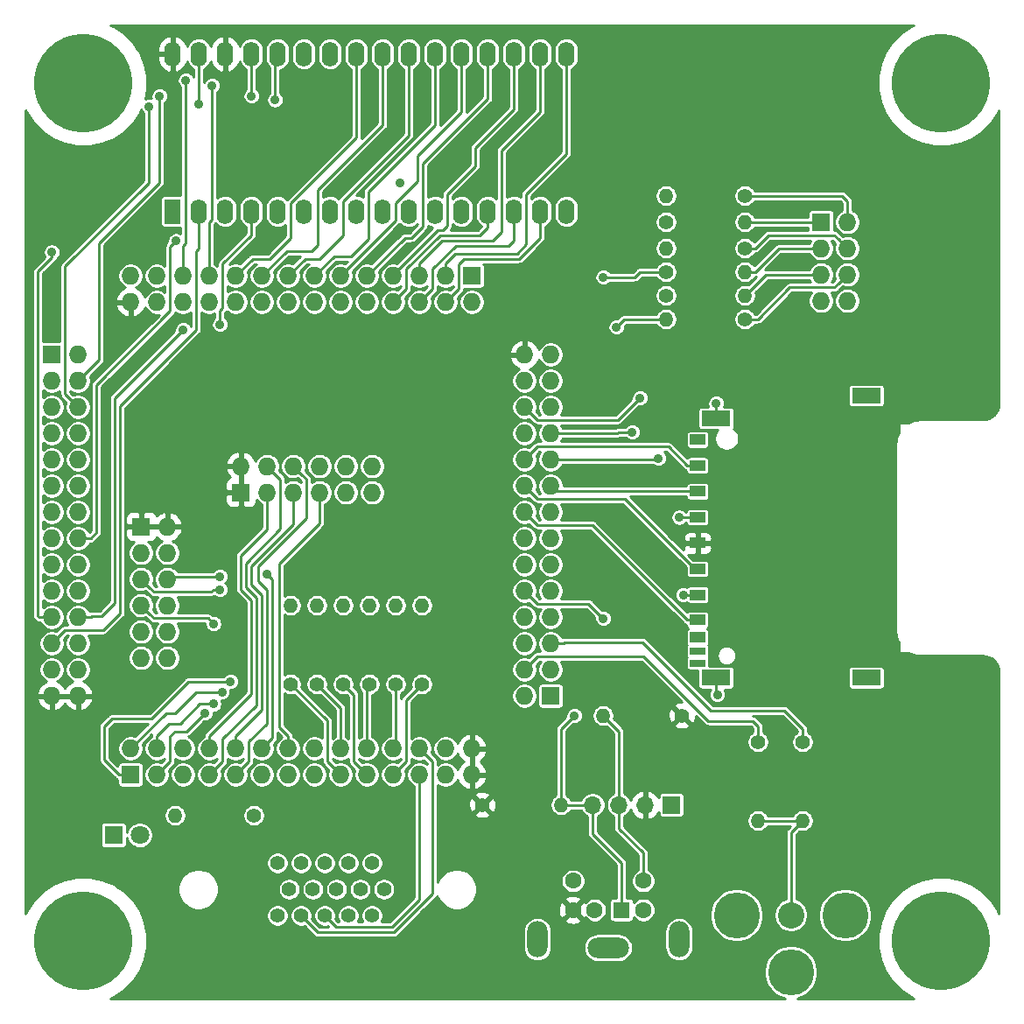
<source format=gbr>
G04 #@! TF.GenerationSoftware,KiCad,Pcbnew,(5.1.5)-3*
G04 #@! TF.CreationDate,2020-03-06T15:44:24-05:00*
G04 #@! TF.ProjectId,EP2C5-DB-TH,45503243-352d-4444-922d-54482e6b6963,X2*
G04 #@! TF.SameCoordinates,Original*
G04 #@! TF.FileFunction,Copper,L1,Top*
G04 #@! TF.FilePolarity,Positive*
%FSLAX46Y46*%
G04 Gerber Fmt 4.6, Leading zero omitted, Abs format (unit mm)*
G04 Created by KiCad (PCBNEW (5.1.5)-3) date 2020-03-06 15:44:24*
%MOMM*%
%LPD*%
G04 APERTURE LIST*
%ADD10O,1.400000X1.400000*%
%ADD11C,1.400000*%
%ADD12R,1.800000X1.800000*%
%ADD13C,1.800000*%
%ADD14O,2.000000X3.500000*%
%ADD15R,1.600000X1.600000*%
%ADD16C,1.600000*%
%ADD17O,4.000000X2.000000*%
%ADD18C,4.445000*%
%ADD19C,2.540000*%
%ADD20C,9.525000*%
%ADD21R,1.727200X1.727200*%
%ADD22O,1.727200X1.727200*%
%ADD23C,1.397000*%
%ADD24R,1.500000X0.700000*%
%ADD25R,1.500000X1.000000*%
%ADD26R,2.800000X1.500000*%
%ADD27R,1.700000X1.700000*%
%ADD28O,1.700000X1.700000*%
%ADD29R,1.600000X2.400000*%
%ADD30O,1.600000X2.400000*%
%ADD31C,0.889000*%
%ADD32C,0.254000*%
G04 APERTURE END LIST*
D10*
X66294000Y-77216000D03*
D11*
X73914000Y-77216000D03*
D12*
X18923000Y-88773000D03*
D13*
X21463000Y-88773000D03*
D14*
X59922000Y-98862000D03*
X73622000Y-98862000D03*
D15*
X68072000Y-96012000D03*
D16*
X65472000Y-96012000D03*
X70172000Y-96012000D03*
X63372000Y-96012000D03*
X70172000Y-93212000D03*
X63372000Y-93212000D03*
D17*
X66772000Y-99662000D03*
D18*
X84455000Y-102031800D03*
X89700100Y-96520000D03*
X79209900Y-96520000D03*
D19*
X84455000Y-96520000D03*
D20*
X99000000Y-16000000D03*
X99000000Y-99000000D03*
D21*
X20574000Y-82931000D03*
D22*
X20574000Y-80391000D03*
X23114000Y-82931000D03*
X23114000Y-80391000D03*
X25654000Y-82931000D03*
X25654000Y-80391000D03*
X28194000Y-82931000D03*
X28194000Y-80391000D03*
X30734000Y-82931000D03*
X30734000Y-80391000D03*
X33274000Y-82931000D03*
X33274000Y-80391000D03*
X35814000Y-82931000D03*
X35814000Y-80391000D03*
X38354000Y-82931000D03*
X38354000Y-80391000D03*
X40894000Y-82931000D03*
X40894000Y-80391000D03*
X43434000Y-82931000D03*
X43434000Y-80391000D03*
X45974000Y-82931000D03*
X45974000Y-80391000D03*
X48514000Y-82931000D03*
X48514000Y-80391000D03*
X51054000Y-82931000D03*
X51054000Y-80391000D03*
X53594000Y-82931000D03*
X53594000Y-80391000D03*
D21*
X61214000Y-75311000D03*
D22*
X58674000Y-75311000D03*
X61214000Y-72771000D03*
X58674000Y-72771000D03*
X61214000Y-70231000D03*
X58674000Y-70231000D03*
X61214000Y-67691000D03*
X58674000Y-67691000D03*
X61214000Y-65151000D03*
X58674000Y-65151000D03*
X61214000Y-62611000D03*
X58674000Y-62611000D03*
X61214000Y-60071000D03*
X58674000Y-60071000D03*
X61214000Y-57531000D03*
X58674000Y-57531000D03*
X61214000Y-54991000D03*
X58674000Y-54991000D03*
X61214000Y-52451000D03*
X58674000Y-52451000D03*
X61214000Y-49911000D03*
X58674000Y-49911000D03*
X61214000Y-47371000D03*
X58674000Y-47371000D03*
X61214000Y-44831000D03*
X58674000Y-44831000D03*
X61214000Y-42291000D03*
X58674000Y-42291000D03*
D21*
X53594000Y-34671000D03*
D22*
X53594000Y-37211000D03*
X51054000Y-34671000D03*
X51054000Y-37211000D03*
X48514000Y-34671000D03*
X48514000Y-37211000D03*
X45974000Y-34671000D03*
X45974000Y-37211000D03*
X43434000Y-34671000D03*
X43434000Y-37211000D03*
X40894000Y-34671000D03*
X40894000Y-37211000D03*
X38354000Y-34671000D03*
X38354000Y-37211000D03*
X35814000Y-34671000D03*
X35814000Y-37211000D03*
X33274000Y-34671000D03*
X33274000Y-37211000D03*
X30734000Y-34671000D03*
X30734000Y-37211000D03*
X28194000Y-34671000D03*
X28194000Y-37211000D03*
X25654000Y-34671000D03*
X25654000Y-37211000D03*
X23114000Y-34671000D03*
X23114000Y-37211000D03*
X20574000Y-34671000D03*
X20574000Y-37211000D03*
D21*
X12954000Y-42291000D03*
D22*
X15494000Y-42291000D03*
X12954000Y-44831000D03*
X15494000Y-44831000D03*
X12954000Y-47371000D03*
X15494000Y-47371000D03*
X12954000Y-49911000D03*
X15494000Y-49911000D03*
X12954000Y-52451000D03*
X15494000Y-52451000D03*
X12954000Y-54991000D03*
X15494000Y-54991000D03*
X12954000Y-57531000D03*
X15494000Y-57531000D03*
X12954000Y-60071000D03*
X15494000Y-60071000D03*
X12954000Y-62611000D03*
X15494000Y-62611000D03*
X12954000Y-65151000D03*
X15494000Y-65151000D03*
X12954000Y-67691000D03*
X15494000Y-67691000D03*
X12954000Y-70231000D03*
X15494000Y-70231000D03*
X12954000Y-72771000D03*
X15494000Y-72771000D03*
X12954000Y-75311000D03*
X15494000Y-75311000D03*
D21*
X21590000Y-58928000D03*
D22*
X24130000Y-58928000D03*
X21590000Y-61468000D03*
X24130000Y-61468000D03*
X21590000Y-64008000D03*
X24130000Y-64008000D03*
X21590000Y-66548000D03*
X24130000Y-66548000D03*
X21590000Y-69088000D03*
X24130000Y-69088000D03*
X21590000Y-71628000D03*
X24130000Y-71628000D03*
D21*
X87376000Y-29464000D03*
D22*
X89916000Y-29464000D03*
X87376000Y-32004000D03*
X89916000Y-32004000D03*
X87376000Y-34544000D03*
X89916000Y-34544000D03*
X87376000Y-37084000D03*
X89916000Y-37084000D03*
D20*
X16000000Y-99000000D03*
D21*
X31242000Y-55626000D03*
D22*
X31242000Y-53086000D03*
X33782000Y-55626000D03*
X33782000Y-53086000D03*
X36322000Y-55626000D03*
X36322000Y-53086000D03*
X38862000Y-55626000D03*
X38862000Y-53086000D03*
X41402000Y-55626000D03*
X41402000Y-53086000D03*
X43942000Y-55626000D03*
X43942000Y-53086000D03*
D23*
X39357300Y-91493340D03*
X41643300Y-91493340D03*
X43934380Y-91493340D03*
X37063680Y-91493340D03*
X34775140Y-91493340D03*
X38209220Y-94033340D03*
X40497760Y-94033340D03*
X42788840Y-94033340D03*
X45079920Y-94033340D03*
X35918140Y-94033340D03*
X43934380Y-96573340D03*
X41643300Y-96573340D03*
X39354760Y-96570800D03*
X37063680Y-96573340D03*
X34775140Y-96573340D03*
D20*
X16000000Y-16000000D03*
D24*
X75432000Y-72132000D03*
X75432000Y-70992000D03*
D25*
X75432000Y-55532000D03*
X75432000Y-53032000D03*
X75432000Y-58032000D03*
X75432000Y-60532000D03*
X75432000Y-63032000D03*
X75432000Y-65532000D03*
X75432000Y-67952000D03*
X75432000Y-69652000D03*
X75432000Y-50532000D03*
D26*
X77232000Y-48462000D03*
X77232000Y-73562000D03*
X91732000Y-73562000D03*
X91732000Y-46262000D03*
D27*
X72898000Y-85852000D03*
D28*
X70358000Y-85852000D03*
X67818000Y-85852000D03*
X65278000Y-85852000D03*
D10*
X80010000Y-29464000D03*
D11*
X72390000Y-29464000D03*
X72390000Y-36576000D03*
D10*
X80010000Y-36576000D03*
X80010000Y-34290000D03*
D11*
X72390000Y-34290000D03*
D10*
X72390000Y-38862000D03*
D11*
X80010000Y-38862000D03*
X80010000Y-32004000D03*
D10*
X72390000Y-32004000D03*
X72390000Y-26924000D03*
D11*
X80010000Y-26924000D03*
X54610000Y-85852000D03*
D10*
X62230000Y-85852000D03*
D11*
X85598000Y-79756000D03*
D10*
X85598000Y-87376000D03*
X81280000Y-87376000D03*
D11*
X81280000Y-79756000D03*
X36068000Y-74168000D03*
D10*
X36068000Y-66548000D03*
D11*
X38608000Y-74168000D03*
D10*
X38608000Y-66548000D03*
D11*
X41148000Y-74168000D03*
D10*
X41148000Y-66548000D03*
X43688000Y-66548000D03*
D11*
X43688000Y-74168000D03*
X48768000Y-74168000D03*
D10*
X48768000Y-66548000D03*
X46228000Y-66548000D03*
D11*
X46228000Y-74168000D03*
D29*
X24638000Y-28448000D03*
D30*
X62738000Y-13208000D03*
X27178000Y-28448000D03*
X60198000Y-13208000D03*
X29718000Y-28448000D03*
X57658000Y-13208000D03*
X32258000Y-28448000D03*
X55118000Y-13208000D03*
X34798000Y-28448000D03*
X52578000Y-13208000D03*
X37338000Y-28448000D03*
X50038000Y-13208000D03*
X39878000Y-28448000D03*
X47498000Y-13208000D03*
X42418000Y-28448000D03*
X44958000Y-13208000D03*
X44958000Y-28448000D03*
X42418000Y-13208000D03*
X47498000Y-28448000D03*
X39878000Y-13208000D03*
X50038000Y-28448000D03*
X37338000Y-13208000D03*
X52578000Y-28448000D03*
X34798000Y-13208000D03*
X55118000Y-28448000D03*
X32258000Y-13208000D03*
X57658000Y-28448000D03*
X29718000Y-13208000D03*
X60198000Y-28448000D03*
X27178000Y-13208000D03*
X62738000Y-28448000D03*
X24638000Y-13208000D03*
D11*
X32512000Y-86868000D03*
D10*
X24892000Y-86868000D03*
D31*
X46609000Y-25654000D03*
X74041000Y-65532000D03*
X73660000Y-58039000D03*
X77216000Y-46990000D03*
X77343000Y-75184000D03*
X28448000Y-16256000D03*
X25908000Y-15748000D03*
X27178000Y-18097500D03*
X22352000Y-18288000D03*
X24967142Y-31292095D03*
X34544000Y-17653000D03*
X12954000Y-32385000D03*
X25654000Y-39878000D03*
X29210000Y-39370000D03*
X32258000Y-17272000D03*
X23368000Y-17272000D03*
X66294000Y-67818000D03*
X63500000Y-77216000D03*
X71628000Y-52324000D03*
X69088000Y-49784000D03*
X67564000Y-39624000D03*
X66294000Y-34798000D03*
X69850000Y-46482000D03*
X30251399Y-73914000D03*
X29210000Y-63754000D03*
X29425899Y-74930000D03*
X29210000Y-65024000D03*
X27774899Y-76962000D03*
X28600399Y-76105351D03*
X28600399Y-68326000D03*
X33782000Y-63500000D03*
D32*
X46605000Y-25650000D02*
X46609000Y-25654000D01*
X75432000Y-65532000D02*
X74041000Y-65532000D01*
X75432000Y-58032000D02*
X73667000Y-58032000D01*
X73667000Y-58032000D02*
X73660000Y-58039000D01*
X77232000Y-48462000D02*
X77232000Y-47006000D01*
X77232000Y-47006000D02*
X77216000Y-46990000D01*
X77232000Y-73562000D02*
X77232000Y-75073000D01*
X77232000Y-75073000D02*
X77343000Y-75184000D01*
X15240000Y-42545000D02*
X15367000Y-42545000D01*
X15240000Y-42545000D02*
X15621000Y-42545000D01*
X58420000Y-45085000D02*
X58928000Y-45085000D01*
X39598601Y-77698601D02*
X36068000Y-74168000D01*
X39598601Y-81635601D02*
X39598601Y-77698601D01*
X40894000Y-82931000D02*
X39598601Y-81635601D01*
X40894000Y-76454000D02*
X38608000Y-74168000D01*
X40894000Y-80391000D02*
X40894000Y-76454000D01*
X42189399Y-75209399D02*
X41148000Y-74168000D01*
X42189399Y-81686399D02*
X42189399Y-75209399D01*
X43434000Y-82931000D02*
X42189399Y-81686399D01*
X43434000Y-74422000D02*
X43688000Y-74168000D01*
X43434000Y-80391000D02*
X43434000Y-74422000D01*
X48514000Y-94996000D02*
X48514000Y-82931000D01*
X45857159Y-97652841D02*
X48514000Y-94996000D01*
X40436801Y-97652841D02*
X45857159Y-97652841D01*
X39354760Y-96570800D02*
X40436801Y-97652841D01*
X49377599Y-81254599D02*
X48514000Y-80391000D01*
X49758601Y-81635601D02*
X49377599Y-81254599D01*
X49758601Y-94469833D02*
X49758601Y-81635601D01*
X46067584Y-98160850D02*
X49758601Y-94469833D01*
X38651191Y-98160851D02*
X46067584Y-98160850D01*
X37063680Y-96573340D02*
X38651191Y-98160851D01*
X62738000Y-22860000D02*
X62738000Y-13208000D01*
X51054000Y-34671000D02*
X51054000Y-33449686D01*
X51054000Y-33449686D02*
X51991686Y-32512000D01*
X51991686Y-32512000D02*
X57955566Y-32512000D01*
X57955566Y-32512000D02*
X58839010Y-31628556D01*
X58839010Y-31628556D02*
X58839010Y-26758990D01*
X58839010Y-26758990D02*
X62738000Y-22860000D01*
X52298601Y-33553397D02*
X52831998Y-33020000D01*
X51054000Y-37211000D02*
X52298601Y-35966399D01*
X52298601Y-35966399D02*
X52298601Y-33553397D01*
X52831998Y-33020000D02*
X58166000Y-33020000D01*
X60198000Y-30988000D02*
X60198000Y-28448000D01*
X58166000Y-33020000D02*
X60198000Y-30988000D01*
X60198000Y-18796000D02*
X60198000Y-13208000D01*
X48514000Y-34671000D02*
X48514000Y-33449686D01*
X48514000Y-33449686D02*
X50721686Y-31242000D01*
X50721686Y-31242000D02*
X55626000Y-31242000D01*
X55626000Y-31242000D02*
X56476990Y-30391010D01*
X56476990Y-30391010D02*
X56476990Y-22517010D01*
X56476990Y-22517010D02*
X60198000Y-18796000D01*
X48514000Y-37211000D02*
X49809399Y-35915601D01*
X49809399Y-35915601D02*
X49809399Y-33975853D01*
X49809399Y-33975853D02*
X52035252Y-31750000D01*
X52035252Y-31750000D02*
X57150000Y-31750000D01*
X57658000Y-31242000D02*
X57658000Y-28448000D01*
X57150000Y-31750000D02*
X57658000Y-31242000D01*
X45720000Y-34925000D02*
X45847000Y-34925000D01*
X45974000Y-34552818D02*
X50300818Y-30226000D01*
X45974000Y-34671000D02*
X45974000Y-34552818D01*
X50300818Y-30226000D02*
X50800000Y-30226000D01*
X51219010Y-29806990D02*
X51219010Y-26758990D01*
X50800000Y-30226000D02*
X51219010Y-29806990D01*
X53936990Y-24041010D02*
X53936990Y-22263010D01*
X51219010Y-26758990D02*
X53936990Y-24041010D01*
X57658000Y-18542000D02*
X57658000Y-13208000D01*
X53936990Y-22263010D02*
X57658000Y-18542000D01*
X47269399Y-33975853D02*
X50511252Y-30734000D01*
X45974000Y-37211000D02*
X47269399Y-35915601D01*
X47269399Y-35915601D02*
X47269399Y-33975853D01*
X50511252Y-30734000D02*
X54356000Y-30734000D01*
X55118000Y-29972000D02*
X55118000Y-28448000D01*
X54356000Y-30734000D02*
X55118000Y-29972000D01*
X43434000Y-34671000D02*
X47117000Y-30988000D01*
X47117000Y-30988000D02*
X47752000Y-30988000D01*
X48856990Y-29883010D02*
X48856990Y-23787010D01*
X47752000Y-30988000D02*
X48856990Y-29883010D01*
X55118000Y-17526000D02*
X55118000Y-13208000D01*
X48856990Y-23787010D02*
X55118000Y-17526000D01*
X40640000Y-34925000D02*
X40640000Y-34798000D01*
X40894000Y-34650556D02*
X46228000Y-29316556D01*
X40894000Y-34671000D02*
X40894000Y-34650556D01*
X48348980Y-25526820D02*
X48348980Y-23025020D01*
X46228000Y-29316556D02*
X46228000Y-27647800D01*
X46228000Y-27647800D02*
X48348980Y-25526820D01*
X52578000Y-18796000D02*
X52578000Y-13208000D01*
X48348980Y-23025020D02*
X52578000Y-18796000D01*
X35814000Y-34671000D02*
X37465000Y-33020000D01*
X37465000Y-33020000D02*
X38862000Y-33020000D01*
X38862000Y-33020000D02*
X41148000Y-30734000D01*
X41148000Y-30734000D02*
X41148000Y-27432000D01*
X47498000Y-21082000D02*
X47498000Y-13208000D01*
X41148000Y-27432000D02*
X47498000Y-21082000D01*
X44958000Y-20066000D02*
X44958000Y-13208000D01*
X38696990Y-26327010D02*
X44958000Y-20066000D01*
X38696990Y-31661010D02*
X38696990Y-26327010D01*
X38100000Y-32258000D02*
X38696990Y-31661010D01*
X33274000Y-34671000D02*
X35687000Y-32258000D01*
X35687000Y-32258000D02*
X38100000Y-32258000D01*
X30480000Y-34925000D02*
X30480000Y-34798000D01*
X42418000Y-21297800D02*
X42418000Y-13208000D01*
X36068000Y-27647800D02*
X42418000Y-21297800D01*
X36068000Y-30988000D02*
X36068000Y-27647800D01*
X34036000Y-33020000D02*
X36068000Y-30988000D01*
X30734000Y-34671000D02*
X32385000Y-33020000D01*
X32385000Y-33020000D02*
X34036000Y-33020000D01*
X28448000Y-29248200D02*
X28448000Y-16256000D01*
X28194000Y-34671000D02*
X28194000Y-29502200D01*
X28194000Y-29502200D02*
X28448000Y-29248200D01*
X25400000Y-34925000D02*
X25527000Y-34925000D01*
X25654000Y-31750000D02*
X25654000Y-34671000D01*
X25908000Y-31496000D02*
X25654000Y-31750000D01*
X25908000Y-15748000D02*
X25908000Y-31496000D01*
X27178000Y-13208000D02*
X27178000Y-18097500D01*
X14630401Y-46507401D02*
X15494000Y-47371000D01*
X14249399Y-46126399D02*
X14630401Y-46507401D01*
X14249399Y-33756601D02*
X14249399Y-46126399D01*
X22352000Y-25654000D02*
X14249399Y-33756601D01*
X22352000Y-18288000D02*
X22352000Y-25654000D01*
X16715314Y-60071000D02*
X17272000Y-59514314D01*
X15494000Y-60071000D02*
X16715314Y-60071000D01*
X17272000Y-59514314D02*
X17272000Y-45212000D01*
X24409399Y-31849838D02*
X24967142Y-31292095D01*
X17272000Y-45212000D02*
X24409399Y-38074601D01*
X24409399Y-38074601D02*
X24409399Y-31849838D01*
X34544000Y-13462000D02*
X34798000Y-13208000D01*
X34544000Y-17653000D02*
X34544000Y-13462000D01*
X11732686Y-67691000D02*
X11605686Y-67564000D01*
X12954000Y-67691000D02*
X11732686Y-67691000D01*
X11605686Y-67564000D02*
X11605686Y-34241314D01*
X11605686Y-34241314D02*
X12954000Y-32893000D01*
X12954000Y-32893000D02*
X12954000Y-32385000D01*
X16715314Y-67691000D02*
X16842314Y-67564000D01*
X15494000Y-67691000D02*
X16715314Y-67691000D01*
X16842314Y-67564000D02*
X17780000Y-67564000D01*
X17780000Y-67564000D02*
X19050000Y-66294000D01*
X19050000Y-66294000D02*
X19050000Y-46482000D01*
X19050000Y-46482000D02*
X25654000Y-39878000D01*
X29489399Y-37757611D02*
X29489399Y-33502601D01*
X29210000Y-39370000D02*
X29210000Y-38037010D01*
X29210000Y-38037010D02*
X29489399Y-37757611D01*
X32258000Y-30734000D02*
X32258000Y-28448000D01*
X29489399Y-33502601D02*
X32258000Y-30734000D01*
X32258000Y-13208000D02*
X32258000Y-17272000D01*
X23368000Y-17272000D02*
X23368000Y-25654000D01*
X23368000Y-25654000D02*
X17526000Y-31496000D01*
X17526000Y-42799000D02*
X15494000Y-44831000D01*
X17526000Y-31496000D02*
X17526000Y-42799000D01*
X70172000Y-93212000D02*
X70172000Y-90492000D01*
X67818000Y-88138000D02*
X67818000Y-85852000D01*
X70172000Y-90492000D02*
X67818000Y-88138000D01*
X67818000Y-78740000D02*
X66294000Y-77216000D01*
X67818000Y-85852000D02*
X67818000Y-78740000D01*
X64871601Y-66395601D02*
X66294000Y-67818000D01*
X58674000Y-65151000D02*
X59918601Y-66395601D01*
X59918601Y-66395601D02*
X64871601Y-66395601D01*
X65278000Y-85852000D02*
X62230000Y-85852000D01*
X65278000Y-88646000D02*
X68072000Y-91440000D01*
X65278000Y-85852000D02*
X65278000Y-88646000D01*
X68072000Y-96012000D02*
X68072000Y-91440000D01*
X62230000Y-85852000D02*
X62230000Y-78486000D01*
X62230000Y-78486000D02*
X63500000Y-77216000D01*
X61214000Y-52451000D02*
X71501000Y-52451000D01*
X71501000Y-52451000D02*
X71628000Y-52324000D01*
X67769742Y-49784000D02*
X69088000Y-49784000D01*
X61214000Y-49911000D02*
X67642742Y-49911000D01*
X67642742Y-49911000D02*
X67769742Y-49784000D01*
X68326000Y-38862000D02*
X72390000Y-38862000D01*
X67564000Y-39624000D02*
X68326000Y-38862000D01*
X66294000Y-34798000D02*
X69342000Y-34798000D01*
X69850000Y-34290000D02*
X72390000Y-34290000D01*
X69342000Y-34798000D02*
X69850000Y-34290000D01*
X58420000Y-47625000D02*
X58547000Y-47625000D01*
X67716399Y-48615601D02*
X69850000Y-46482000D01*
X58674000Y-47371000D02*
X59918601Y-48615601D01*
X59918601Y-48615601D02*
X67716399Y-48615601D01*
X81280000Y-78232000D02*
X81280000Y-79756000D01*
X80772000Y-77724000D02*
X81280000Y-78232000D01*
X76454000Y-77724000D02*
X80772000Y-77724000D01*
X70205601Y-71475601D02*
X76454000Y-77724000D01*
X58674000Y-72771000D02*
X59969399Y-71475601D01*
X59969399Y-71475601D02*
X70205601Y-71475601D01*
X62435314Y-70231000D02*
X62562314Y-70104000D01*
X61214000Y-70231000D02*
X62435314Y-70231000D01*
X62562314Y-70104000D02*
X70104000Y-70104000D01*
X70104000Y-70104000D02*
X76708000Y-76708000D01*
X76708000Y-76708000D02*
X83820000Y-76708000D01*
X85598000Y-78486000D02*
X85598000Y-79756000D01*
X83820000Y-76708000D02*
X85598000Y-78486000D01*
X59537599Y-51587401D02*
X58674000Y-52451000D01*
X59918601Y-51206399D02*
X59537599Y-51587401D01*
X72602399Y-51206399D02*
X59918601Y-51206399D01*
X74428000Y-53032000D02*
X72602399Y-51206399D01*
X75432000Y-53032000D02*
X74428000Y-53032000D01*
X59537599Y-55854599D02*
X58674000Y-54991000D01*
X59918601Y-56235601D02*
X59537599Y-55854599D01*
X68385601Y-56235601D02*
X59918601Y-56235601D01*
X75182000Y-63032000D02*
X68385601Y-56235601D01*
X75432000Y-63032000D02*
X75182000Y-63032000D01*
X20574000Y-82931000D02*
X19456400Y-82931000D01*
X19456400Y-82931000D02*
X18034000Y-81508600D01*
X18034000Y-81508600D02*
X18034000Y-78232000D01*
X18034000Y-78232000D02*
X18796000Y-77470000D01*
X18796000Y-77470000D02*
X22606000Y-77470000D01*
X22606000Y-77470000D02*
X26162000Y-73914000D01*
X26162000Y-73914000D02*
X30251399Y-73914000D01*
X24384000Y-63754000D02*
X24130000Y-64008000D01*
X29210000Y-63754000D02*
X24384000Y-63754000D01*
X20574000Y-80391000D02*
X24003000Y-76962000D01*
X24003000Y-76962000D02*
X24892000Y-76962000D01*
X24892000Y-76962000D02*
X26924000Y-74930000D01*
X26924000Y-74930000D02*
X29425899Y-74930000D01*
X22453599Y-64871599D02*
X21590000Y-64008000D01*
X22834601Y-65252601D02*
X22453599Y-64871599D01*
X28352782Y-65252601D02*
X22834601Y-65252601D01*
X28581383Y-65024000D02*
X28352782Y-65252601D01*
X29210000Y-65024000D02*
X28581383Y-65024000D01*
X23114000Y-82931000D02*
X24409399Y-81635601D01*
X24409399Y-81635601D02*
X24409399Y-79222601D01*
X25996899Y-78740000D02*
X27774899Y-76962000D01*
X24892000Y-78740000D02*
X25996899Y-78740000D01*
X24409399Y-79222601D02*
X24892000Y-78740000D01*
X23114000Y-79169686D02*
X24305686Y-77978000D01*
X23114000Y-80391000D02*
X23114000Y-79169686D01*
X24305686Y-77978000D02*
X25400000Y-77978000D01*
X25400000Y-77978000D02*
X27272649Y-76105351D01*
X27272649Y-76105351D02*
X28600399Y-76105351D01*
X22453599Y-67411599D02*
X21590000Y-66548000D01*
X22834601Y-67792601D02*
X22453599Y-67411599D01*
X28067000Y-67792601D02*
X22834601Y-67792601D01*
X28600399Y-68326000D02*
X28067000Y-67792601D01*
X21590000Y-69088000D02*
X21590000Y-69215000D01*
X34645599Y-53949599D02*
X33782000Y-53086000D01*
X35077399Y-54381399D02*
X34645599Y-53949599D01*
X35077399Y-59156601D02*
X35077399Y-54381399D01*
X31750000Y-62484000D02*
X35077399Y-59156601D01*
X29489399Y-81635601D02*
X29489399Y-79476601D01*
X29489399Y-79476601D02*
X32766000Y-76200000D01*
X32766000Y-76200000D02*
X32766000Y-65786000D01*
X28194000Y-82931000D02*
X29489399Y-81635601D01*
X32766000Y-65786000D02*
X31750000Y-64770000D01*
X31750000Y-64770000D02*
X31750000Y-62484000D01*
X33782000Y-59182000D02*
X33782000Y-55626000D01*
X28194000Y-79169686D02*
X32258000Y-75105686D01*
X28194000Y-80391000D02*
X28194000Y-79169686D01*
X32258000Y-75105686D02*
X32258000Y-66040000D01*
X32258000Y-66040000D02*
X31242000Y-65024000D01*
X31242000Y-65024000D02*
X31242000Y-61722000D01*
X31242000Y-61722000D02*
X33782000Y-59182000D01*
X47218601Y-75717399D02*
X48768000Y-74168000D01*
X47218601Y-81686399D02*
X47218601Y-75717399D01*
X45974000Y-82931000D02*
X47218601Y-81686399D01*
X46228000Y-80137000D02*
X45974000Y-80391000D01*
X46228000Y-74168000D02*
X46228000Y-80137000D01*
X87376000Y-29464000D02*
X80010000Y-29464000D01*
X89916000Y-29464000D02*
X89916000Y-29718000D01*
X89916000Y-27432000D02*
X89916000Y-29464000D01*
X80010000Y-26924000D02*
X89408000Y-26924000D01*
X89408000Y-26924000D02*
X89916000Y-27432000D01*
X80999949Y-34290000D02*
X83285949Y-32004000D01*
X80010000Y-34290000D02*
X80999949Y-34290000D01*
X83285949Y-32004000D02*
X87376000Y-32004000D01*
X89052401Y-31140401D02*
X89916000Y-32004000D01*
X88671399Y-30759399D02*
X89052401Y-31140401D01*
X82244550Y-30759399D02*
X88671399Y-30759399D01*
X80999949Y-32004000D02*
X82244550Y-30759399D01*
X80010000Y-32004000D02*
X80999949Y-32004000D01*
X82042000Y-34544000D02*
X80010000Y-36576000D01*
X87376000Y-34544000D02*
X82042000Y-34544000D01*
X80010000Y-38862000D02*
X81280000Y-38862000D01*
X89052401Y-35407599D02*
X89916000Y-34544000D01*
X88671399Y-35788601D02*
X89052401Y-35407599D01*
X84353399Y-35788601D02*
X88671399Y-35788601D01*
X81280000Y-38862000D02*
X84353399Y-35788601D01*
X81280000Y-87376000D02*
X85598000Y-87376000D01*
X84455000Y-88519000D02*
X85598000Y-87376000D01*
X84455000Y-96520000D02*
X84455000Y-88519000D01*
X36322000Y-58674000D02*
X36322000Y-55626000D01*
X30734000Y-79169686D02*
X33274000Y-76629686D01*
X33274000Y-76629686D02*
X33274000Y-65532000D01*
X30734000Y-80391000D02*
X30734000Y-79169686D01*
X33274000Y-65532000D02*
X32258000Y-64516000D01*
X32258000Y-64516000D02*
X32258000Y-62738000D01*
X32258000Y-62738000D02*
X36322000Y-58674000D01*
X59537599Y-58394599D02*
X58674000Y-57531000D01*
X59918601Y-58775601D02*
X59537599Y-58394599D01*
X65251601Y-58775601D02*
X59918601Y-58775601D01*
X74428000Y-67952000D02*
X65251601Y-58775601D01*
X75432000Y-67952000D02*
X74428000Y-67952000D01*
X61755000Y-55532000D02*
X61214000Y-54991000D01*
X75432000Y-55532000D02*
X61755000Y-55532000D01*
X37185599Y-53949599D02*
X36322000Y-53086000D01*
X37566601Y-54330601D02*
X37185599Y-53949599D01*
X32956499Y-62757935D02*
X37566601Y-58147833D01*
X30734000Y-82931000D02*
X32029399Y-81635601D01*
X37566601Y-58147833D02*
X37566601Y-54330601D01*
X32029399Y-81635601D02*
X32029399Y-79730601D01*
X32029399Y-79730601D02*
X33782000Y-77978000D01*
X33782000Y-77978000D02*
X33782000Y-65024000D01*
X33782000Y-65024000D02*
X32956499Y-64198499D01*
X32956499Y-64198499D02*
X32956499Y-62757935D01*
X34290000Y-79375000D02*
X33274000Y-80391000D01*
X34290000Y-64008000D02*
X34290000Y-79375000D01*
X33782000Y-63500000D02*
X34290000Y-64008000D01*
X35814000Y-79169686D02*
X35814000Y-80391000D01*
X34986999Y-78342685D02*
X35814000Y-79169686D01*
X38862000Y-58608999D02*
X34986999Y-62484000D01*
X38862000Y-55626000D02*
X38862000Y-58608999D01*
X34986999Y-62484000D02*
X34986999Y-78342685D01*
X14249399Y-68935601D02*
X17932399Y-68935601D01*
X12954000Y-70231000D02*
X14249399Y-68935601D01*
X17932399Y-68935601D02*
X19558000Y-67310000D01*
X19558000Y-67310000D02*
X19558000Y-47244000D01*
X19558000Y-47244000D02*
X26924000Y-39878000D01*
X27178000Y-32004000D02*
X26924000Y-32258000D01*
X27178000Y-28448000D02*
X27178000Y-32004000D01*
X26924000Y-39878000D02*
X26924000Y-32258000D01*
X38354000Y-34671000D02*
X40259000Y-32766000D01*
X40259000Y-32766000D02*
X41910000Y-32766000D01*
X43599010Y-31076990D02*
X43599010Y-26504990D01*
X41910000Y-32766000D02*
X43599010Y-31076990D01*
X50038000Y-20066000D02*
X50038000Y-13208000D01*
X43599010Y-26504990D02*
X50038000Y-20066000D01*
G36*
X96082383Y-10541522D02*
G01*
X95073548Y-11215604D01*
X94215604Y-12073548D01*
X93541522Y-13082383D01*
X93077206Y-14203340D01*
X92840500Y-15393342D01*
X92840500Y-16606658D01*
X93077206Y-17796660D01*
X93541522Y-18917617D01*
X94215604Y-19926452D01*
X95073548Y-20784396D01*
X96082383Y-21458478D01*
X97203340Y-21922794D01*
X98393342Y-22159500D01*
X99606658Y-22159500D01*
X100796660Y-21922794D01*
X101917617Y-21458478D01*
X102926452Y-20784396D01*
X103784396Y-19926452D01*
X104458478Y-18917617D01*
X104569001Y-18650791D01*
X104569000Y-46978920D01*
X104537091Y-47304352D01*
X104448701Y-47597114D01*
X104305132Y-47867126D01*
X104111849Y-48104115D01*
X103876219Y-48299045D01*
X103607209Y-48444498D01*
X103315076Y-48534928D01*
X102990908Y-48569000D01*
X96978832Y-48569000D01*
X96959440Y-48570910D01*
X96946974Y-48570823D01*
X96940985Y-48571410D01*
X96552792Y-48612211D01*
X96514538Y-48620063D01*
X96476155Y-48627386D01*
X96470394Y-48629125D01*
X96097519Y-48744549D01*
X96061514Y-48759684D01*
X96025289Y-48774320D01*
X96019975Y-48777145D01*
X95842695Y-48873000D01*
X95000000Y-48873000D01*
X94975224Y-48875440D01*
X94951399Y-48882667D01*
X94929443Y-48894403D01*
X94910197Y-48910197D01*
X94894403Y-48929443D01*
X94882667Y-48951399D01*
X94875440Y-48975224D01*
X94873000Y-49000000D01*
X94873000Y-49842476D01*
X94770358Y-50035516D01*
X94755469Y-50071640D01*
X94740083Y-50107538D01*
X94738303Y-50113287D01*
X94625485Y-50486959D01*
X94617898Y-50525276D01*
X94609776Y-50563487D01*
X94609147Y-50569472D01*
X94571057Y-50957941D01*
X94571057Y-50957949D01*
X94569000Y-50978833D01*
X94569001Y-69021168D01*
X94570910Y-69040550D01*
X94570823Y-69053026D01*
X94571410Y-69059015D01*
X94612211Y-69447208D01*
X94620063Y-69485462D01*
X94627386Y-69523845D01*
X94629125Y-69529606D01*
X94744549Y-69902481D01*
X94759684Y-69938486D01*
X94774320Y-69974711D01*
X94777145Y-69980025D01*
X94873000Y-70157305D01*
X94873000Y-71000000D01*
X94875440Y-71024776D01*
X94882667Y-71048601D01*
X94894403Y-71070557D01*
X94910197Y-71089803D01*
X94929443Y-71105597D01*
X94951399Y-71117333D01*
X94975224Y-71124560D01*
X95000000Y-71127000D01*
X95842475Y-71127000D01*
X96035516Y-71229642D01*
X96071640Y-71244531D01*
X96107538Y-71259917D01*
X96113279Y-71261695D01*
X96113285Y-71261697D01*
X96113291Y-71261698D01*
X96486958Y-71374515D01*
X96525289Y-71382105D01*
X96563487Y-71390224D01*
X96569472Y-71390853D01*
X96957942Y-71428943D01*
X96957948Y-71428943D01*
X96978832Y-71431000D01*
X102978920Y-71431000D01*
X103304352Y-71462909D01*
X103597113Y-71551299D01*
X103867126Y-71694868D01*
X104104115Y-71888151D01*
X104299045Y-72123781D01*
X104444498Y-72392791D01*
X104534928Y-72684924D01*
X104569000Y-73009092D01*
X104569001Y-96349209D01*
X104458478Y-96082383D01*
X103784396Y-95073548D01*
X102926452Y-94215604D01*
X101917617Y-93541522D01*
X100796660Y-93077206D01*
X99606658Y-92840500D01*
X98393342Y-92840500D01*
X97203340Y-93077206D01*
X96082383Y-93541522D01*
X95073548Y-94215604D01*
X94215604Y-95073548D01*
X93541522Y-96082383D01*
X93077206Y-97203340D01*
X92840500Y-98393342D01*
X92840500Y-99606658D01*
X93077206Y-100796660D01*
X93541522Y-101917617D01*
X94215604Y-102926452D01*
X95073548Y-103784396D01*
X96082383Y-104458478D01*
X96349206Y-104569000D01*
X85044735Y-104569000D01*
X85214413Y-104535249D01*
X85688220Y-104338992D01*
X86114634Y-104054070D01*
X86477270Y-103691434D01*
X86762192Y-103265020D01*
X86958449Y-102791213D01*
X87058500Y-102288222D01*
X87058500Y-101775378D01*
X86958449Y-101272387D01*
X86762192Y-100798580D01*
X86477270Y-100372166D01*
X86114634Y-100009530D01*
X85688220Y-99724608D01*
X85214413Y-99528351D01*
X84711422Y-99428300D01*
X84198578Y-99428300D01*
X83695587Y-99528351D01*
X83221780Y-99724608D01*
X82795366Y-100009530D01*
X82432730Y-100372166D01*
X82147808Y-100798580D01*
X81951551Y-101272387D01*
X81851500Y-101775378D01*
X81851500Y-102288222D01*
X81951551Y-102791213D01*
X82147808Y-103265020D01*
X82432730Y-103691434D01*
X82795366Y-104054070D01*
X83221780Y-104338992D01*
X83695587Y-104535249D01*
X83865265Y-104569000D01*
X18650794Y-104569000D01*
X18917617Y-104458478D01*
X19926452Y-103784396D01*
X20784396Y-102926452D01*
X21458478Y-101917617D01*
X21922794Y-100796660D01*
X22159500Y-99606658D01*
X22159500Y-98393342D01*
X21922794Y-97203340D01*
X21617800Y-96467019D01*
X33695640Y-96467019D01*
X33695640Y-96679661D01*
X33737125Y-96888218D01*
X33818500Y-97084675D01*
X33936638Y-97261481D01*
X34086999Y-97411842D01*
X34263805Y-97529980D01*
X34460262Y-97611355D01*
X34668819Y-97652840D01*
X34881461Y-97652840D01*
X35090018Y-97611355D01*
X35286475Y-97529980D01*
X35463281Y-97411842D01*
X35613642Y-97261481D01*
X35731780Y-97084675D01*
X35813155Y-96888218D01*
X35854640Y-96679661D01*
X35854640Y-96467019D01*
X35984180Y-96467019D01*
X35984180Y-96679661D01*
X36025665Y-96888218D01*
X36107040Y-97084675D01*
X36225178Y-97261481D01*
X36375539Y-97411842D01*
X36552345Y-97529980D01*
X36748802Y-97611355D01*
X36957359Y-97652840D01*
X37170001Y-97652840D01*
X37378558Y-97611355D01*
X37381893Y-97609973D01*
X38274342Y-98502422D01*
X38290244Y-98521799D01*
X38309620Y-98537700D01*
X38309621Y-98537701D01*
X38367596Y-98585280D01*
X38451587Y-98630174D01*
X38455849Y-98632452D01*
X38551607Y-98661500D01*
X38626245Y-98668851D01*
X38626247Y-98668851D01*
X38651191Y-98671308D01*
X38676135Y-98668851D01*
X46042630Y-98668849D01*
X46067584Y-98671307D01*
X46164488Y-98661762D01*
X46167169Y-98661498D01*
X46262927Y-98632450D01*
X46281215Y-98622675D01*
X46351179Y-98585279D01*
X46409154Y-98537700D01*
X46409155Y-98537699D01*
X46428532Y-98521797D01*
X46444434Y-98502420D01*
X46902696Y-98044158D01*
X58541000Y-98044158D01*
X58541000Y-99679843D01*
X58560982Y-99882723D01*
X58639950Y-100143043D01*
X58768186Y-100382955D01*
X58940762Y-100593239D01*
X59151046Y-100765815D01*
X59390958Y-100894051D01*
X59651278Y-100973018D01*
X59922000Y-100999682D01*
X60192723Y-100973018D01*
X60453043Y-100894051D01*
X60692955Y-100765815D01*
X60903239Y-100593239D01*
X61075815Y-100382955D01*
X61204051Y-100143043D01*
X61283018Y-99882723D01*
X61303000Y-99679843D01*
X61303000Y-99662000D01*
X64384318Y-99662000D01*
X64410982Y-99932723D01*
X64489949Y-100193043D01*
X64618185Y-100432955D01*
X64790761Y-100643239D01*
X65001045Y-100815815D01*
X65240957Y-100944051D01*
X65501277Y-101023018D01*
X65704157Y-101043000D01*
X67839843Y-101043000D01*
X68042723Y-101023018D01*
X68303043Y-100944051D01*
X68542955Y-100815815D01*
X68753239Y-100643239D01*
X68925815Y-100432955D01*
X69054051Y-100193043D01*
X69133018Y-99932723D01*
X69159682Y-99662000D01*
X69133018Y-99391277D01*
X69054051Y-99130957D01*
X68925815Y-98891045D01*
X68753239Y-98680761D01*
X68542955Y-98508185D01*
X68303043Y-98379949D01*
X68042723Y-98300982D01*
X67839843Y-98281000D01*
X65704157Y-98281000D01*
X65501277Y-98300982D01*
X65240957Y-98379949D01*
X65001045Y-98508185D01*
X64790761Y-98680761D01*
X64618185Y-98891045D01*
X64489949Y-99130957D01*
X64410982Y-99391277D01*
X64384318Y-99662000D01*
X61303000Y-99662000D01*
X61303000Y-98044158D01*
X72241000Y-98044158D01*
X72241000Y-99679843D01*
X72260982Y-99882723D01*
X72339950Y-100143043D01*
X72468186Y-100382955D01*
X72640762Y-100593239D01*
X72851046Y-100765815D01*
X73090958Y-100894051D01*
X73351278Y-100973018D01*
X73622000Y-100999682D01*
X73892723Y-100973018D01*
X74153043Y-100894051D01*
X74392955Y-100765815D01*
X74603239Y-100593239D01*
X74775815Y-100382955D01*
X74904051Y-100143043D01*
X74983018Y-99882723D01*
X75003000Y-99679843D01*
X75003000Y-98044157D01*
X74983018Y-97841277D01*
X74904051Y-97580957D01*
X74775815Y-97341045D01*
X74603238Y-97130761D01*
X74392954Y-96958185D01*
X74153042Y-96829949D01*
X73892722Y-96750982D01*
X73622000Y-96724318D01*
X73351277Y-96750982D01*
X73090957Y-96829949D01*
X72851045Y-96958185D01*
X72640761Y-97130762D01*
X72468185Y-97341046D01*
X72339949Y-97580958D01*
X72260982Y-97841278D01*
X72241000Y-98044158D01*
X61303000Y-98044158D01*
X61303000Y-98044157D01*
X61283018Y-97841277D01*
X61204051Y-97580957D01*
X61075815Y-97341045D01*
X60903238Y-97130761D01*
X60749636Y-97004702D01*
X62558903Y-97004702D01*
X62630486Y-97248671D01*
X62885996Y-97369571D01*
X63160184Y-97438300D01*
X63442512Y-97452217D01*
X63722130Y-97410787D01*
X63988292Y-97315603D01*
X64113514Y-97248671D01*
X64185097Y-97004702D01*
X63372000Y-96191605D01*
X62558903Y-97004702D01*
X60749636Y-97004702D01*
X60692954Y-96958185D01*
X60453042Y-96829949D01*
X60192722Y-96750982D01*
X59922000Y-96724318D01*
X59651277Y-96750982D01*
X59390957Y-96829949D01*
X59151045Y-96958185D01*
X58940761Y-97130762D01*
X58768185Y-97341046D01*
X58639949Y-97580958D01*
X58560982Y-97841278D01*
X58541000Y-98044158D01*
X46902696Y-98044158D01*
X48864342Y-96082512D01*
X61931783Y-96082512D01*
X61973213Y-96362130D01*
X62068397Y-96628292D01*
X62135329Y-96753514D01*
X62379298Y-96825097D01*
X63192395Y-96012000D01*
X63551605Y-96012000D01*
X64364702Y-96825097D01*
X64558152Y-96768337D01*
X64719157Y-96929342D01*
X64912587Y-97058588D01*
X65127515Y-97147614D01*
X65355682Y-97193000D01*
X65588318Y-97193000D01*
X65816485Y-97147614D01*
X66031413Y-97058588D01*
X66224843Y-96929342D01*
X66389342Y-96764843D01*
X66518588Y-96571413D01*
X66607614Y-96356485D01*
X66653000Y-96128318D01*
X66653000Y-95895682D01*
X66607614Y-95667515D01*
X66518588Y-95452587D01*
X66389342Y-95259157D01*
X66224843Y-95094658D01*
X66031413Y-94965412D01*
X65816485Y-94876386D01*
X65588318Y-94831000D01*
X65355682Y-94831000D01*
X65127515Y-94876386D01*
X64912587Y-94965412D01*
X64719157Y-95094658D01*
X64558152Y-95255663D01*
X64364702Y-95198903D01*
X63551605Y-96012000D01*
X63192395Y-96012000D01*
X62379298Y-95198903D01*
X62135329Y-95270486D01*
X62014429Y-95525996D01*
X61945700Y-95800184D01*
X61931783Y-96082512D01*
X48864342Y-96082512D01*
X50100172Y-94846683D01*
X50119549Y-94830781D01*
X50165057Y-94775329D01*
X50183030Y-94753429D01*
X50230201Y-94665178D01*
X50232550Y-94657435D01*
X50362721Y-94971695D01*
X50579517Y-95296154D01*
X50855446Y-95572083D01*
X51179905Y-95788879D01*
X51540424Y-95938211D01*
X51923149Y-96014340D01*
X52313371Y-96014340D01*
X52696096Y-95938211D01*
X53056615Y-95788879D01*
X53381074Y-95572083D01*
X53657003Y-95296154D01*
X53841991Y-95019298D01*
X62558903Y-95019298D01*
X63372000Y-95832395D01*
X64185097Y-95019298D01*
X64113514Y-94775329D01*
X63858004Y-94654429D01*
X63583816Y-94585700D01*
X63301488Y-94571783D01*
X63021870Y-94613213D01*
X62755708Y-94708397D01*
X62630486Y-94775329D01*
X62558903Y-95019298D01*
X53841991Y-95019298D01*
X53873799Y-94971695D01*
X54023131Y-94611176D01*
X54099260Y-94228451D01*
X54099260Y-93838229D01*
X54023131Y-93455504D01*
X53874088Y-93095682D01*
X62191000Y-93095682D01*
X62191000Y-93328318D01*
X62236386Y-93556485D01*
X62325412Y-93771413D01*
X62454658Y-93964843D01*
X62619157Y-94129342D01*
X62812587Y-94258588D01*
X63027515Y-94347614D01*
X63255682Y-94393000D01*
X63488318Y-94393000D01*
X63716485Y-94347614D01*
X63931413Y-94258588D01*
X64124843Y-94129342D01*
X64289342Y-93964843D01*
X64418588Y-93771413D01*
X64507614Y-93556485D01*
X64553000Y-93328318D01*
X64553000Y-93095682D01*
X64507614Y-92867515D01*
X64418588Y-92652587D01*
X64289342Y-92459157D01*
X64124843Y-92294658D01*
X63931413Y-92165412D01*
X63716485Y-92076386D01*
X63488318Y-92031000D01*
X63255682Y-92031000D01*
X63027515Y-92076386D01*
X62812587Y-92165412D01*
X62619157Y-92294658D01*
X62454658Y-92459157D01*
X62325412Y-92652587D01*
X62236386Y-92867515D01*
X62191000Y-93095682D01*
X53874088Y-93095682D01*
X53873799Y-93094985D01*
X53657003Y-92770526D01*
X53381074Y-92494597D01*
X53056615Y-92277801D01*
X52696096Y-92128469D01*
X52313371Y-92052340D01*
X51923149Y-92052340D01*
X51540424Y-92128469D01*
X51179905Y-92277801D01*
X50855446Y-92494597D01*
X50579517Y-92770526D01*
X50362721Y-93094985D01*
X50266601Y-93327039D01*
X50266601Y-86773269D01*
X53868336Y-86773269D01*
X53927797Y-87007037D01*
X54166242Y-87117934D01*
X54421740Y-87180183D01*
X54684473Y-87191390D01*
X54944344Y-87151125D01*
X55191366Y-87060935D01*
X55292203Y-87007037D01*
X55351664Y-86773269D01*
X54610000Y-86031605D01*
X53868336Y-86773269D01*
X50266601Y-86773269D01*
X50266601Y-85926473D01*
X53270610Y-85926473D01*
X53310875Y-86186344D01*
X53401065Y-86433366D01*
X53454963Y-86534203D01*
X53688731Y-86593664D01*
X54430395Y-85852000D01*
X54789605Y-85852000D01*
X55531269Y-86593664D01*
X55765037Y-86534203D01*
X55875934Y-86295758D01*
X55938183Y-86040260D01*
X55949390Y-85777527D01*
X55944433Y-85745531D01*
X61149000Y-85745531D01*
X61149000Y-85958469D01*
X61190543Y-86167316D01*
X61272031Y-86364045D01*
X61390333Y-86541097D01*
X61540903Y-86691667D01*
X61717955Y-86809969D01*
X61914684Y-86891457D01*
X62123531Y-86933000D01*
X62336469Y-86933000D01*
X62545316Y-86891457D01*
X62742045Y-86809969D01*
X62919097Y-86691667D01*
X63069667Y-86541097D01*
X63187969Y-86364045D01*
X63189644Y-86360000D01*
X64155996Y-86360000D01*
X64187102Y-86435097D01*
X64321820Y-86636717D01*
X64493283Y-86808180D01*
X64694903Y-86942898D01*
X64770000Y-86974004D01*
X64770001Y-88621046D01*
X64767543Y-88646000D01*
X64777352Y-88745584D01*
X64806400Y-88841343D01*
X64853571Y-88929595D01*
X64901150Y-88987570D01*
X64917053Y-89006948D01*
X64936430Y-89022850D01*
X67564001Y-91650421D01*
X67564000Y-94829157D01*
X67272000Y-94829157D01*
X67197311Y-94836513D01*
X67125492Y-94858299D01*
X67059304Y-94893678D01*
X67001289Y-94941289D01*
X66953678Y-94999304D01*
X66918299Y-95065492D01*
X66896513Y-95137311D01*
X66889157Y-95212000D01*
X66889157Y-96812000D01*
X66896513Y-96886689D01*
X66918299Y-96958508D01*
X66953678Y-97024696D01*
X67001289Y-97082711D01*
X67059304Y-97130322D01*
X67125492Y-97165701D01*
X67197311Y-97187487D01*
X67272000Y-97194843D01*
X68872000Y-97194843D01*
X68946689Y-97187487D01*
X69018508Y-97165701D01*
X69084696Y-97130322D01*
X69142711Y-97082711D01*
X69190322Y-97024696D01*
X69225701Y-96958508D01*
X69247487Y-96886689D01*
X69254843Y-96812000D01*
X69254843Y-96765028D01*
X69419157Y-96929342D01*
X69612587Y-97058588D01*
X69827515Y-97147614D01*
X70055682Y-97193000D01*
X70288318Y-97193000D01*
X70516485Y-97147614D01*
X70731413Y-97058588D01*
X70924843Y-96929342D01*
X71089342Y-96764843D01*
X71218588Y-96571413D01*
X71307614Y-96356485D01*
X71326094Y-96263578D01*
X76606400Y-96263578D01*
X76606400Y-96776422D01*
X76706451Y-97279413D01*
X76902708Y-97753220D01*
X77187630Y-98179634D01*
X77550266Y-98542270D01*
X77976680Y-98827192D01*
X78450487Y-99023449D01*
X78953478Y-99123500D01*
X79466322Y-99123500D01*
X79969313Y-99023449D01*
X80443120Y-98827192D01*
X80869534Y-98542270D01*
X81232170Y-98179634D01*
X81517092Y-97753220D01*
X81713349Y-97279413D01*
X81813400Y-96776422D01*
X81813400Y-96263578D01*
X81713349Y-95760587D01*
X81517092Y-95286780D01*
X81232170Y-94860366D01*
X80869534Y-94497730D01*
X80443120Y-94212808D01*
X79969313Y-94016551D01*
X79466322Y-93916500D01*
X78953478Y-93916500D01*
X78450487Y-94016551D01*
X77976680Y-94212808D01*
X77550266Y-94497730D01*
X77187630Y-94860366D01*
X76902708Y-95286780D01*
X76706451Y-95760587D01*
X76606400Y-96263578D01*
X71326094Y-96263578D01*
X71353000Y-96128318D01*
X71353000Y-95895682D01*
X71307614Y-95667515D01*
X71218588Y-95452587D01*
X71089342Y-95259157D01*
X70924843Y-95094658D01*
X70731413Y-94965412D01*
X70516485Y-94876386D01*
X70288318Y-94831000D01*
X70055682Y-94831000D01*
X69827515Y-94876386D01*
X69612587Y-94965412D01*
X69419157Y-95094658D01*
X69254843Y-95258972D01*
X69254843Y-95212000D01*
X69247487Y-95137311D01*
X69225701Y-95065492D01*
X69190322Y-94999304D01*
X69142711Y-94941289D01*
X69084696Y-94893678D01*
X69018508Y-94858299D01*
X68946689Y-94836513D01*
X68872000Y-94829157D01*
X68580000Y-94829157D01*
X68580000Y-91464944D01*
X68582457Y-91440000D01*
X68580000Y-91415053D01*
X68572649Y-91340415D01*
X68543601Y-91244657D01*
X68496429Y-91156405D01*
X68432948Y-91079052D01*
X68413565Y-91063145D01*
X65786000Y-88435580D01*
X65786000Y-86974004D01*
X65861097Y-86942898D01*
X66062717Y-86808180D01*
X66234180Y-86636717D01*
X66368898Y-86435097D01*
X66461693Y-86211069D01*
X66509000Y-85973243D01*
X66509000Y-85730757D01*
X66461693Y-85492931D01*
X66368898Y-85268903D01*
X66234180Y-85067283D01*
X66062717Y-84895820D01*
X65861097Y-84761102D01*
X65637069Y-84668307D01*
X65399243Y-84621000D01*
X65156757Y-84621000D01*
X64918931Y-84668307D01*
X64694903Y-84761102D01*
X64493283Y-84895820D01*
X64321820Y-85067283D01*
X64187102Y-85268903D01*
X64155996Y-85344000D01*
X63189644Y-85344000D01*
X63187969Y-85339955D01*
X63069667Y-85162903D01*
X62919097Y-85012333D01*
X62742045Y-84894031D01*
X62738000Y-84892356D01*
X62738000Y-78696420D01*
X63397197Y-78037224D01*
X63418695Y-78041500D01*
X63581305Y-78041500D01*
X63740789Y-78009776D01*
X63891021Y-77947548D01*
X64026225Y-77857208D01*
X64141208Y-77742225D01*
X64231548Y-77607021D01*
X64293776Y-77456789D01*
X64325500Y-77297305D01*
X64325500Y-77134695D01*
X64320495Y-77109531D01*
X65213000Y-77109531D01*
X65213000Y-77322469D01*
X65254543Y-77531316D01*
X65336031Y-77728045D01*
X65454333Y-77905097D01*
X65604903Y-78055667D01*
X65781955Y-78173969D01*
X65978684Y-78255457D01*
X66187531Y-78297000D01*
X66400469Y-78297000D01*
X66609316Y-78255457D01*
X66613361Y-78253781D01*
X67310001Y-78950422D01*
X67310000Y-84729996D01*
X67234903Y-84761102D01*
X67033283Y-84895820D01*
X66861820Y-85067283D01*
X66727102Y-85268903D01*
X66634307Y-85492931D01*
X66587000Y-85730757D01*
X66587000Y-85973243D01*
X66634307Y-86211069D01*
X66727102Y-86435097D01*
X66861820Y-86636717D01*
X67033283Y-86808180D01*
X67234903Y-86942898D01*
X67310001Y-86974004D01*
X67310000Y-88113056D01*
X67307543Y-88138000D01*
X67310000Y-88162944D01*
X67310000Y-88162946D01*
X67317351Y-88237584D01*
X67346399Y-88333342D01*
X67393571Y-88421595D01*
X67457052Y-88498948D01*
X67476435Y-88514855D01*
X69664001Y-90702421D01*
X69664000Y-92144116D01*
X69612587Y-92165412D01*
X69419157Y-92294658D01*
X69254658Y-92459157D01*
X69125412Y-92652587D01*
X69036386Y-92867515D01*
X68991000Y-93095682D01*
X68991000Y-93328318D01*
X69036386Y-93556485D01*
X69125412Y-93771413D01*
X69254658Y-93964843D01*
X69419157Y-94129342D01*
X69612587Y-94258588D01*
X69827515Y-94347614D01*
X70055682Y-94393000D01*
X70288318Y-94393000D01*
X70516485Y-94347614D01*
X70731413Y-94258588D01*
X70924843Y-94129342D01*
X71089342Y-93964843D01*
X71218588Y-93771413D01*
X71307614Y-93556485D01*
X71353000Y-93328318D01*
X71353000Y-93095682D01*
X71307614Y-92867515D01*
X71218588Y-92652587D01*
X71089342Y-92459157D01*
X70924843Y-92294658D01*
X70731413Y-92165412D01*
X70680000Y-92144116D01*
X70680000Y-90516944D01*
X70682457Y-90492000D01*
X70678845Y-90455325D01*
X70672649Y-90392415D01*
X70643601Y-90296657D01*
X70596429Y-90208405D01*
X70532948Y-90131052D01*
X70513565Y-90115145D01*
X68326000Y-87927580D01*
X68326000Y-86974004D01*
X68401097Y-86942898D01*
X68602717Y-86808180D01*
X68774180Y-86636717D01*
X68908898Y-86435097D01*
X68956228Y-86320832D01*
X69013843Y-86483252D01*
X69162822Y-86733355D01*
X69357731Y-86949588D01*
X69591080Y-87123641D01*
X69853901Y-87248825D01*
X70001110Y-87293476D01*
X70231000Y-87172155D01*
X70231000Y-85979000D01*
X70211000Y-85979000D01*
X70211000Y-85725000D01*
X70231000Y-85725000D01*
X70231000Y-84531845D01*
X70485000Y-84531845D01*
X70485000Y-85725000D01*
X70505000Y-85725000D01*
X70505000Y-85979000D01*
X70485000Y-85979000D01*
X70485000Y-87172155D01*
X70714890Y-87293476D01*
X70793833Y-87269531D01*
X80199000Y-87269531D01*
X80199000Y-87482469D01*
X80240543Y-87691316D01*
X80322031Y-87888045D01*
X80440333Y-88065097D01*
X80590903Y-88215667D01*
X80767955Y-88333969D01*
X80964684Y-88415457D01*
X81173531Y-88457000D01*
X81386469Y-88457000D01*
X81595316Y-88415457D01*
X81792045Y-88333969D01*
X81969097Y-88215667D01*
X82119667Y-88065097D01*
X82237969Y-87888045D01*
X82239644Y-87884000D01*
X84371580Y-87884000D01*
X84113430Y-88142150D01*
X84094053Y-88158052D01*
X84078151Y-88177429D01*
X84078150Y-88177430D01*
X84030571Y-88235405D01*
X83983400Y-88323657D01*
X83954352Y-88419416D01*
X83944543Y-88519000D01*
X83947001Y-88543954D01*
X83947000Y-94943391D01*
X83672958Y-95056903D01*
X83402549Y-95237585D01*
X83172585Y-95467549D01*
X82991903Y-95737958D01*
X82867447Y-96038421D01*
X82804000Y-96357391D01*
X82804000Y-96682609D01*
X82867447Y-97001579D01*
X82991903Y-97302042D01*
X83172585Y-97572451D01*
X83402549Y-97802415D01*
X83672958Y-97983097D01*
X83973421Y-98107553D01*
X84292391Y-98171000D01*
X84617609Y-98171000D01*
X84936579Y-98107553D01*
X85237042Y-97983097D01*
X85507451Y-97802415D01*
X85737415Y-97572451D01*
X85918097Y-97302042D01*
X86042553Y-97001579D01*
X86106000Y-96682609D01*
X86106000Y-96357391D01*
X86087340Y-96263578D01*
X87096600Y-96263578D01*
X87096600Y-96776422D01*
X87196651Y-97279413D01*
X87392908Y-97753220D01*
X87677830Y-98179634D01*
X88040466Y-98542270D01*
X88466880Y-98827192D01*
X88940687Y-99023449D01*
X89443678Y-99123500D01*
X89956522Y-99123500D01*
X90459513Y-99023449D01*
X90933320Y-98827192D01*
X91359734Y-98542270D01*
X91722370Y-98179634D01*
X92007292Y-97753220D01*
X92203549Y-97279413D01*
X92303600Y-96776422D01*
X92303600Y-96263578D01*
X92203549Y-95760587D01*
X92007292Y-95286780D01*
X91722370Y-94860366D01*
X91359734Y-94497730D01*
X90933320Y-94212808D01*
X90459513Y-94016551D01*
X89956522Y-93916500D01*
X89443678Y-93916500D01*
X88940687Y-94016551D01*
X88466880Y-94212808D01*
X88040466Y-94497730D01*
X87677830Y-94860366D01*
X87392908Y-95286780D01*
X87196651Y-95760587D01*
X87096600Y-96263578D01*
X86087340Y-96263578D01*
X86042553Y-96038421D01*
X85918097Y-95737958D01*
X85737415Y-95467549D01*
X85507451Y-95237585D01*
X85237042Y-95056903D01*
X84963000Y-94943391D01*
X84963000Y-88729420D01*
X85278639Y-88413781D01*
X85282684Y-88415457D01*
X85491531Y-88457000D01*
X85704469Y-88457000D01*
X85913316Y-88415457D01*
X86110045Y-88333969D01*
X86287097Y-88215667D01*
X86437667Y-88065097D01*
X86555969Y-87888045D01*
X86637457Y-87691316D01*
X86679000Y-87482469D01*
X86679000Y-87269531D01*
X86637457Y-87060684D01*
X86555969Y-86863955D01*
X86437667Y-86686903D01*
X86287097Y-86536333D01*
X86110045Y-86418031D01*
X85913316Y-86336543D01*
X85704469Y-86295000D01*
X85491531Y-86295000D01*
X85282684Y-86336543D01*
X85085955Y-86418031D01*
X84908903Y-86536333D01*
X84758333Y-86686903D01*
X84640031Y-86863955D01*
X84638356Y-86868000D01*
X82239644Y-86868000D01*
X82237969Y-86863955D01*
X82119667Y-86686903D01*
X81969097Y-86536333D01*
X81792045Y-86418031D01*
X81595316Y-86336543D01*
X81386469Y-86295000D01*
X81173531Y-86295000D01*
X80964684Y-86336543D01*
X80767955Y-86418031D01*
X80590903Y-86536333D01*
X80440333Y-86686903D01*
X80322031Y-86863955D01*
X80240543Y-87060684D01*
X80199000Y-87269531D01*
X70793833Y-87269531D01*
X70862099Y-87248825D01*
X71124920Y-87123641D01*
X71358269Y-86949588D01*
X71553178Y-86733355D01*
X71665157Y-86545367D01*
X71665157Y-86702000D01*
X71672513Y-86776689D01*
X71694299Y-86848508D01*
X71729678Y-86914696D01*
X71777289Y-86972711D01*
X71835304Y-87020322D01*
X71901492Y-87055701D01*
X71973311Y-87077487D01*
X72048000Y-87084843D01*
X73748000Y-87084843D01*
X73822689Y-87077487D01*
X73894508Y-87055701D01*
X73960696Y-87020322D01*
X74018711Y-86972711D01*
X74066322Y-86914696D01*
X74101701Y-86848508D01*
X74123487Y-86776689D01*
X74130843Y-86702000D01*
X74130843Y-85002000D01*
X74123487Y-84927311D01*
X74101701Y-84855492D01*
X74066322Y-84789304D01*
X74018711Y-84731289D01*
X73960696Y-84683678D01*
X73894508Y-84648299D01*
X73822689Y-84626513D01*
X73748000Y-84619157D01*
X72048000Y-84619157D01*
X71973311Y-84626513D01*
X71901492Y-84648299D01*
X71835304Y-84683678D01*
X71777289Y-84731289D01*
X71729678Y-84789304D01*
X71694299Y-84855492D01*
X71672513Y-84927311D01*
X71665157Y-85002000D01*
X71665157Y-85158633D01*
X71553178Y-84970645D01*
X71358269Y-84754412D01*
X71124920Y-84580359D01*
X70862099Y-84455175D01*
X70714890Y-84410524D01*
X70485000Y-84531845D01*
X70231000Y-84531845D01*
X70001110Y-84410524D01*
X69853901Y-84455175D01*
X69591080Y-84580359D01*
X69357731Y-84754412D01*
X69162822Y-84970645D01*
X69013843Y-85220748D01*
X68956228Y-85383168D01*
X68908898Y-85268903D01*
X68774180Y-85067283D01*
X68602717Y-84895820D01*
X68401097Y-84761102D01*
X68326000Y-84729996D01*
X68326000Y-78764943D01*
X68328457Y-78739999D01*
X68324329Y-78698085D01*
X68318649Y-78640415D01*
X68289601Y-78544657D01*
X68274067Y-78515595D01*
X68242429Y-78456404D01*
X68194850Y-78398429D01*
X68178948Y-78379052D01*
X68159571Y-78363150D01*
X67933690Y-78137269D01*
X73172336Y-78137269D01*
X73231797Y-78371037D01*
X73470242Y-78481934D01*
X73725740Y-78544183D01*
X73988473Y-78555390D01*
X74248344Y-78515125D01*
X74495366Y-78424935D01*
X74596203Y-78371037D01*
X74655664Y-78137269D01*
X73914000Y-77395605D01*
X73172336Y-78137269D01*
X67933690Y-78137269D01*
X67331781Y-77535361D01*
X67333457Y-77531316D01*
X67375000Y-77322469D01*
X67375000Y-77290473D01*
X72574610Y-77290473D01*
X72614875Y-77550344D01*
X72705065Y-77797366D01*
X72758963Y-77898203D01*
X72992731Y-77957664D01*
X73734395Y-77216000D01*
X72992731Y-76474336D01*
X72758963Y-76533797D01*
X72648066Y-76772242D01*
X72585817Y-77027740D01*
X72574610Y-77290473D01*
X67375000Y-77290473D01*
X67375000Y-77109531D01*
X67333457Y-76900684D01*
X67251969Y-76703955D01*
X67133667Y-76526903D01*
X66983097Y-76376333D01*
X66806045Y-76258031D01*
X66609316Y-76176543D01*
X66400469Y-76135000D01*
X66187531Y-76135000D01*
X65978684Y-76176543D01*
X65781955Y-76258031D01*
X65604903Y-76376333D01*
X65454333Y-76526903D01*
X65336031Y-76703955D01*
X65254543Y-76900684D01*
X65213000Y-77109531D01*
X64320495Y-77109531D01*
X64293776Y-76975211D01*
X64231548Y-76824979D01*
X64141208Y-76689775D01*
X64026225Y-76574792D01*
X63891021Y-76484452D01*
X63740789Y-76422224D01*
X63581305Y-76390500D01*
X63418695Y-76390500D01*
X63259211Y-76422224D01*
X63108979Y-76484452D01*
X62973775Y-76574792D01*
X62858792Y-76689775D01*
X62768452Y-76824979D01*
X62706224Y-76975211D01*
X62674500Y-77134695D01*
X62674500Y-77297305D01*
X62678776Y-77318803D01*
X61888430Y-78109150D01*
X61869053Y-78125052D01*
X61853151Y-78144429D01*
X61853150Y-78144430D01*
X61805571Y-78202405D01*
X61758401Y-78290656D01*
X61758400Y-78290657D01*
X61731586Y-78379053D01*
X61729352Y-78386416D01*
X61719543Y-78486000D01*
X61722001Y-78510954D01*
X61722000Y-84892355D01*
X61717955Y-84894031D01*
X61540903Y-85012333D01*
X61390333Y-85162903D01*
X61272031Y-85339955D01*
X61190543Y-85536684D01*
X61149000Y-85745531D01*
X55944433Y-85745531D01*
X55909125Y-85517656D01*
X55818935Y-85270634D01*
X55765037Y-85169797D01*
X55531269Y-85110336D01*
X54789605Y-85852000D01*
X54430395Y-85852000D01*
X53688731Y-85110336D01*
X53454963Y-85169797D01*
X53344066Y-85408242D01*
X53281817Y-85663740D01*
X53270610Y-85926473D01*
X50266601Y-85926473D01*
X50266601Y-84930731D01*
X53868336Y-84930731D01*
X54610000Y-85672395D01*
X55351664Y-84930731D01*
X55292203Y-84696963D01*
X55053758Y-84586066D01*
X54798260Y-84523817D01*
X54535527Y-84512610D01*
X54275656Y-84552875D01*
X54028634Y-84643065D01*
X53927797Y-84696963D01*
X53868336Y-84930731D01*
X50266601Y-84930731D01*
X50266601Y-83901744D01*
X50464461Y-84033950D01*
X50690964Y-84127771D01*
X50931418Y-84175600D01*
X51176582Y-84175600D01*
X51417036Y-84127771D01*
X51643539Y-84033950D01*
X51847386Y-83897744D01*
X52020744Y-83724386D01*
X52156950Y-83520539D01*
X52191278Y-83437664D01*
X52237036Y-83566978D01*
X52387183Y-83819488D01*
X52583707Y-84037854D01*
X52819056Y-84213684D01*
X53084186Y-84340222D01*
X53234974Y-84385958D01*
X53467000Y-84264817D01*
X53467000Y-83058000D01*
X53721000Y-83058000D01*
X53721000Y-84264817D01*
X53953026Y-84385958D01*
X54103814Y-84340222D01*
X54368944Y-84213684D01*
X54604293Y-84037854D01*
X54800817Y-83819488D01*
X54950964Y-83566978D01*
X55048963Y-83290027D01*
X54928464Y-83058000D01*
X53721000Y-83058000D01*
X53467000Y-83058000D01*
X53447000Y-83058000D01*
X53447000Y-82804000D01*
X53467000Y-82804000D01*
X53467000Y-80518000D01*
X53721000Y-80518000D01*
X53721000Y-82804000D01*
X54928464Y-82804000D01*
X55048963Y-82571973D01*
X54950964Y-82295022D01*
X54800817Y-82042512D01*
X54604293Y-81824146D01*
X54385922Y-81661000D01*
X54604293Y-81497854D01*
X54800817Y-81279488D01*
X54950964Y-81026978D01*
X55048963Y-80750027D01*
X54928464Y-80518000D01*
X53721000Y-80518000D01*
X53467000Y-80518000D01*
X53447000Y-80518000D01*
X53447000Y-80264000D01*
X53467000Y-80264000D01*
X53467000Y-79057183D01*
X53721000Y-79057183D01*
X53721000Y-80264000D01*
X54928464Y-80264000D01*
X55048963Y-80031973D01*
X54950964Y-79755022D01*
X54800817Y-79502512D01*
X54604293Y-79284146D01*
X54368944Y-79108316D01*
X54103814Y-78981778D01*
X53953026Y-78936042D01*
X53721000Y-79057183D01*
X53467000Y-79057183D01*
X53234974Y-78936042D01*
X53084186Y-78981778D01*
X52819056Y-79108316D01*
X52583707Y-79284146D01*
X52387183Y-79502512D01*
X52237036Y-79755022D01*
X52191278Y-79884336D01*
X52156950Y-79801461D01*
X52020744Y-79597614D01*
X51847386Y-79424256D01*
X51643539Y-79288050D01*
X51417036Y-79194229D01*
X51176582Y-79146400D01*
X50931418Y-79146400D01*
X50690964Y-79194229D01*
X50464461Y-79288050D01*
X50260614Y-79424256D01*
X50087256Y-79597614D01*
X49951050Y-79801461D01*
X49857229Y-80027964D01*
X49809400Y-80268418D01*
X49809400Y-80513582D01*
X49857229Y-80754036D01*
X49951050Y-80980539D01*
X50087256Y-81184386D01*
X50260614Y-81357744D01*
X50464461Y-81493950D01*
X50690964Y-81587771D01*
X50931418Y-81635600D01*
X51176582Y-81635600D01*
X51417036Y-81587771D01*
X51643539Y-81493950D01*
X51847386Y-81357744D01*
X52020744Y-81184386D01*
X52156950Y-80980539D01*
X52191278Y-80897664D01*
X52237036Y-81026978D01*
X52387183Y-81279488D01*
X52583707Y-81497854D01*
X52802078Y-81661000D01*
X52583707Y-81824146D01*
X52387183Y-82042512D01*
X52237036Y-82295022D01*
X52191278Y-82424336D01*
X52156950Y-82341461D01*
X52020744Y-82137614D01*
X51847386Y-81964256D01*
X51643539Y-81828050D01*
X51417036Y-81734229D01*
X51176582Y-81686400D01*
X50931418Y-81686400D01*
X50690964Y-81734229D01*
X50464461Y-81828050D01*
X50266601Y-81960256D01*
X50266601Y-81660544D01*
X50269058Y-81635600D01*
X50264253Y-81586815D01*
X50259250Y-81536016D01*
X50230202Y-81440258D01*
X50213503Y-81409016D01*
X50183030Y-81352005D01*
X50135451Y-81294030D01*
X50119549Y-81274653D01*
X50100171Y-81258750D01*
X49754453Y-80913033D01*
X49754449Y-80913028D01*
X49676996Y-80835575D01*
X49710771Y-80754036D01*
X49758600Y-80513582D01*
X49758600Y-80268418D01*
X49710771Y-80027964D01*
X49616950Y-79801461D01*
X49480744Y-79597614D01*
X49307386Y-79424256D01*
X49103539Y-79288050D01*
X48877036Y-79194229D01*
X48636582Y-79146400D01*
X48391418Y-79146400D01*
X48150964Y-79194229D01*
X47924461Y-79288050D01*
X47726601Y-79420256D01*
X47726601Y-75927819D01*
X48448639Y-75205782D01*
X48452684Y-75207457D01*
X48661531Y-75249000D01*
X48874469Y-75249000D01*
X49083316Y-75207457D01*
X49129280Y-75188418D01*
X57429400Y-75188418D01*
X57429400Y-75433582D01*
X57477229Y-75674036D01*
X57571050Y-75900539D01*
X57707256Y-76104386D01*
X57880614Y-76277744D01*
X58084461Y-76413950D01*
X58310964Y-76507771D01*
X58551418Y-76555600D01*
X58796582Y-76555600D01*
X59037036Y-76507771D01*
X59263539Y-76413950D01*
X59467386Y-76277744D01*
X59640744Y-76104386D01*
X59776950Y-75900539D01*
X59870771Y-75674036D01*
X59918600Y-75433582D01*
X59918600Y-75188418D01*
X59870771Y-74947964D01*
X59776950Y-74721461D01*
X59640744Y-74517614D01*
X59570530Y-74447400D01*
X59967557Y-74447400D01*
X59967557Y-76174600D01*
X59974913Y-76249289D01*
X59996699Y-76321108D01*
X60032078Y-76387296D01*
X60079689Y-76445311D01*
X60137704Y-76492922D01*
X60203892Y-76528301D01*
X60275711Y-76550087D01*
X60350400Y-76557443D01*
X62077600Y-76557443D01*
X62152289Y-76550087D01*
X62224108Y-76528301D01*
X62290296Y-76492922D01*
X62348311Y-76445311D01*
X62395922Y-76387296D01*
X62431301Y-76321108D01*
X62453087Y-76249289D01*
X62460443Y-76174600D01*
X62460443Y-74447400D01*
X62453087Y-74372711D01*
X62431301Y-74300892D01*
X62395922Y-74234704D01*
X62348311Y-74176689D01*
X62290296Y-74129078D01*
X62224108Y-74093699D01*
X62152289Y-74071913D01*
X62077600Y-74064557D01*
X60350400Y-74064557D01*
X60275711Y-74071913D01*
X60203892Y-74093699D01*
X60137704Y-74129078D01*
X60079689Y-74176689D01*
X60032078Y-74234704D01*
X59996699Y-74300892D01*
X59974913Y-74372711D01*
X59967557Y-74447400D01*
X59570530Y-74447400D01*
X59467386Y-74344256D01*
X59263539Y-74208050D01*
X59037036Y-74114229D01*
X58796582Y-74066400D01*
X58551418Y-74066400D01*
X58310964Y-74114229D01*
X58084461Y-74208050D01*
X57880614Y-74344256D01*
X57707256Y-74517614D01*
X57571050Y-74721461D01*
X57477229Y-74947964D01*
X57429400Y-75188418D01*
X49129280Y-75188418D01*
X49280045Y-75125969D01*
X49457097Y-75007667D01*
X49607667Y-74857097D01*
X49725969Y-74680045D01*
X49807457Y-74483316D01*
X49849000Y-74274469D01*
X49849000Y-74061531D01*
X49807457Y-73852684D01*
X49725969Y-73655955D01*
X49607667Y-73478903D01*
X49457097Y-73328333D01*
X49280045Y-73210031D01*
X49083316Y-73128543D01*
X48874469Y-73087000D01*
X48661531Y-73087000D01*
X48452684Y-73128543D01*
X48255955Y-73210031D01*
X48078903Y-73328333D01*
X47928333Y-73478903D01*
X47810031Y-73655955D01*
X47728543Y-73852684D01*
X47687000Y-74061531D01*
X47687000Y-74274469D01*
X47728543Y-74483316D01*
X47730218Y-74487361D01*
X46877031Y-75340549D01*
X46857654Y-75356451D01*
X46841752Y-75375828D01*
X46841751Y-75375829D01*
X46794172Y-75433804D01*
X46776111Y-75467595D01*
X46747001Y-75522056D01*
X46736000Y-75558321D01*
X46736000Y-75127644D01*
X46740045Y-75125969D01*
X46917097Y-75007667D01*
X47067667Y-74857097D01*
X47185969Y-74680045D01*
X47267457Y-74483316D01*
X47309000Y-74274469D01*
X47309000Y-74061531D01*
X47267457Y-73852684D01*
X47185969Y-73655955D01*
X47067667Y-73478903D01*
X46917097Y-73328333D01*
X46740045Y-73210031D01*
X46543316Y-73128543D01*
X46334469Y-73087000D01*
X46121531Y-73087000D01*
X45912684Y-73128543D01*
X45715955Y-73210031D01*
X45538903Y-73328333D01*
X45388333Y-73478903D01*
X45270031Y-73655955D01*
X45188543Y-73852684D01*
X45147000Y-74061531D01*
X45147000Y-74274469D01*
X45188543Y-74483316D01*
X45270031Y-74680045D01*
X45388333Y-74857097D01*
X45538903Y-75007667D01*
X45715955Y-75125969D01*
X45720000Y-75127645D01*
X45720001Y-79172540D01*
X45610964Y-79194229D01*
X45384461Y-79288050D01*
X45180614Y-79424256D01*
X45007256Y-79597614D01*
X44871050Y-79801461D01*
X44777229Y-80027964D01*
X44729400Y-80268418D01*
X44729400Y-80513582D01*
X44777229Y-80754036D01*
X44871050Y-80980539D01*
X45007256Y-81184386D01*
X45180614Y-81357744D01*
X45384461Y-81493950D01*
X45610964Y-81587771D01*
X45851418Y-81635600D01*
X46096582Y-81635600D01*
X46337036Y-81587771D01*
X46563539Y-81493950D01*
X46710601Y-81395686D01*
X46710601Y-81475979D01*
X46418576Y-81768004D01*
X46337036Y-81734229D01*
X46096582Y-81686400D01*
X45851418Y-81686400D01*
X45610964Y-81734229D01*
X45384461Y-81828050D01*
X45180614Y-81964256D01*
X45007256Y-82137614D01*
X44871050Y-82341461D01*
X44777229Y-82567964D01*
X44729400Y-82808418D01*
X44729400Y-83053582D01*
X44777229Y-83294036D01*
X44871050Y-83520539D01*
X45007256Y-83724386D01*
X45180614Y-83897744D01*
X45384461Y-84033950D01*
X45610964Y-84127771D01*
X45851418Y-84175600D01*
X46096582Y-84175600D01*
X46337036Y-84127771D01*
X46563539Y-84033950D01*
X46767386Y-83897744D01*
X46940744Y-83724386D01*
X47076950Y-83520539D01*
X47170771Y-83294036D01*
X47218600Y-83053582D01*
X47218600Y-82808418D01*
X47170771Y-82567964D01*
X47136996Y-82486424D01*
X47560166Y-82063254D01*
X47579549Y-82047347D01*
X47643030Y-81969994D01*
X47690202Y-81881742D01*
X47719250Y-81785984D01*
X47726601Y-81711346D01*
X47726601Y-81711343D01*
X47729058Y-81686399D01*
X47726601Y-81661455D01*
X47726601Y-81361744D01*
X47924461Y-81493950D01*
X48150964Y-81587771D01*
X48391418Y-81635600D01*
X48636582Y-81635600D01*
X48877036Y-81587771D01*
X48958575Y-81553996D01*
X49036028Y-81631449D01*
X49036033Y-81631453D01*
X49250602Y-81846023D01*
X49250602Y-81926314D01*
X49103539Y-81828050D01*
X48877036Y-81734229D01*
X48636582Y-81686400D01*
X48391418Y-81686400D01*
X48150964Y-81734229D01*
X47924461Y-81828050D01*
X47720614Y-81964256D01*
X47547256Y-82137614D01*
X47411050Y-82341461D01*
X47317229Y-82567964D01*
X47269400Y-82808418D01*
X47269400Y-83053582D01*
X47317229Y-83294036D01*
X47411050Y-83520539D01*
X47547256Y-83724386D01*
X47720614Y-83897744D01*
X47924461Y-84033950D01*
X48006001Y-84067725D01*
X48006000Y-94785580D01*
X45646739Y-97144841D01*
X44850818Y-97144841D01*
X44891020Y-97084675D01*
X44972395Y-96888218D01*
X45013880Y-96679661D01*
X45013880Y-96467019D01*
X44972395Y-96258462D01*
X44891020Y-96062005D01*
X44772882Y-95885199D01*
X44622521Y-95734838D01*
X44445715Y-95616700D01*
X44249258Y-95535325D01*
X44040701Y-95493840D01*
X43828059Y-95493840D01*
X43619502Y-95535325D01*
X43423045Y-95616700D01*
X43246239Y-95734838D01*
X43095878Y-95885199D01*
X42977740Y-96062005D01*
X42896365Y-96258462D01*
X42854880Y-96467019D01*
X42854880Y-96679661D01*
X42896365Y-96888218D01*
X42977740Y-97084675D01*
X43017942Y-97144841D01*
X42559738Y-97144841D01*
X42599940Y-97084675D01*
X42681315Y-96888218D01*
X42722800Y-96679661D01*
X42722800Y-96467019D01*
X42681315Y-96258462D01*
X42599940Y-96062005D01*
X42481802Y-95885199D01*
X42331441Y-95734838D01*
X42154635Y-95616700D01*
X41958178Y-95535325D01*
X41749621Y-95493840D01*
X41536979Y-95493840D01*
X41328422Y-95535325D01*
X41131965Y-95616700D01*
X40955159Y-95734838D01*
X40804798Y-95885199D01*
X40686660Y-96062005D01*
X40605285Y-96258462D01*
X40563800Y-96467019D01*
X40563800Y-96679661D01*
X40605285Y-96888218D01*
X40686660Y-97084675D01*
X40726862Y-97144841D01*
X40647222Y-97144841D01*
X40391394Y-96889013D01*
X40392775Y-96885678D01*
X40434260Y-96677121D01*
X40434260Y-96464479D01*
X40392775Y-96255922D01*
X40311400Y-96059465D01*
X40193262Y-95882659D01*
X40042901Y-95732298D01*
X39866095Y-95614160D01*
X39669638Y-95532785D01*
X39461081Y-95491300D01*
X39248439Y-95491300D01*
X39039882Y-95532785D01*
X38843425Y-95614160D01*
X38666619Y-95732298D01*
X38516258Y-95882659D01*
X38398120Y-96059465D01*
X38316745Y-96255922D01*
X38275260Y-96464479D01*
X38275260Y-96677121D01*
X38316745Y-96885678D01*
X38398120Y-97082135D01*
X38516258Y-97258941D01*
X38666619Y-97409302D01*
X38843425Y-97527440D01*
X39039882Y-97608815D01*
X39248439Y-97650300D01*
X39461081Y-97650300D01*
X39669638Y-97608815D01*
X39672973Y-97607434D01*
X39718391Y-97652852D01*
X38861612Y-97652852D01*
X38100313Y-96891553D01*
X38101695Y-96888218D01*
X38143180Y-96679661D01*
X38143180Y-96467019D01*
X38101695Y-96258462D01*
X38020320Y-96062005D01*
X37902182Y-95885199D01*
X37751821Y-95734838D01*
X37575015Y-95616700D01*
X37378558Y-95535325D01*
X37170001Y-95493840D01*
X36957359Y-95493840D01*
X36748802Y-95535325D01*
X36552345Y-95616700D01*
X36375539Y-95734838D01*
X36225178Y-95885199D01*
X36107040Y-96062005D01*
X36025665Y-96258462D01*
X35984180Y-96467019D01*
X35854640Y-96467019D01*
X35813155Y-96258462D01*
X35731780Y-96062005D01*
X35613642Y-95885199D01*
X35463281Y-95734838D01*
X35286475Y-95616700D01*
X35090018Y-95535325D01*
X34881461Y-95493840D01*
X34668819Y-95493840D01*
X34460262Y-95535325D01*
X34263805Y-95616700D01*
X34086999Y-95734838D01*
X33936638Y-95885199D01*
X33818500Y-96062005D01*
X33737125Y-96258462D01*
X33695640Y-96467019D01*
X21617800Y-96467019D01*
X21458478Y-96082383D01*
X20784396Y-95073548D01*
X19926452Y-94215604D01*
X19361671Y-93838229D01*
X25148740Y-93838229D01*
X25148740Y-94228451D01*
X25224869Y-94611176D01*
X25374201Y-94971695D01*
X25590997Y-95296154D01*
X25866926Y-95572083D01*
X26191385Y-95788879D01*
X26551904Y-95938211D01*
X26934629Y-96014340D01*
X27324851Y-96014340D01*
X27707576Y-95938211D01*
X28068095Y-95788879D01*
X28392554Y-95572083D01*
X28668483Y-95296154D01*
X28885279Y-94971695D01*
X29034611Y-94611176D01*
X29110740Y-94228451D01*
X29110740Y-93927019D01*
X34838640Y-93927019D01*
X34838640Y-94139661D01*
X34880125Y-94348218D01*
X34961500Y-94544675D01*
X35079638Y-94721481D01*
X35229999Y-94871842D01*
X35406805Y-94989980D01*
X35603262Y-95071355D01*
X35811819Y-95112840D01*
X36024461Y-95112840D01*
X36233018Y-95071355D01*
X36429475Y-94989980D01*
X36606281Y-94871842D01*
X36756642Y-94721481D01*
X36874780Y-94544675D01*
X36956155Y-94348218D01*
X36997640Y-94139661D01*
X36997640Y-93927019D01*
X37129720Y-93927019D01*
X37129720Y-94139661D01*
X37171205Y-94348218D01*
X37252580Y-94544675D01*
X37370718Y-94721481D01*
X37521079Y-94871842D01*
X37697885Y-94989980D01*
X37894342Y-95071355D01*
X38102899Y-95112840D01*
X38315541Y-95112840D01*
X38524098Y-95071355D01*
X38720555Y-94989980D01*
X38897361Y-94871842D01*
X39047722Y-94721481D01*
X39165860Y-94544675D01*
X39247235Y-94348218D01*
X39288720Y-94139661D01*
X39288720Y-93927019D01*
X39418260Y-93927019D01*
X39418260Y-94139661D01*
X39459745Y-94348218D01*
X39541120Y-94544675D01*
X39659258Y-94721481D01*
X39809619Y-94871842D01*
X39986425Y-94989980D01*
X40182882Y-95071355D01*
X40391439Y-95112840D01*
X40604081Y-95112840D01*
X40812638Y-95071355D01*
X41009095Y-94989980D01*
X41185901Y-94871842D01*
X41336262Y-94721481D01*
X41454400Y-94544675D01*
X41535775Y-94348218D01*
X41577260Y-94139661D01*
X41577260Y-93927019D01*
X41709340Y-93927019D01*
X41709340Y-94139661D01*
X41750825Y-94348218D01*
X41832200Y-94544675D01*
X41950338Y-94721481D01*
X42100699Y-94871842D01*
X42277505Y-94989980D01*
X42473962Y-95071355D01*
X42682519Y-95112840D01*
X42895161Y-95112840D01*
X43103718Y-95071355D01*
X43300175Y-94989980D01*
X43476981Y-94871842D01*
X43627342Y-94721481D01*
X43745480Y-94544675D01*
X43826855Y-94348218D01*
X43868340Y-94139661D01*
X43868340Y-93927019D01*
X44000420Y-93927019D01*
X44000420Y-94139661D01*
X44041905Y-94348218D01*
X44123280Y-94544675D01*
X44241418Y-94721481D01*
X44391779Y-94871842D01*
X44568585Y-94989980D01*
X44765042Y-95071355D01*
X44973599Y-95112840D01*
X45186241Y-95112840D01*
X45394798Y-95071355D01*
X45591255Y-94989980D01*
X45768061Y-94871842D01*
X45918422Y-94721481D01*
X46036560Y-94544675D01*
X46117935Y-94348218D01*
X46159420Y-94139661D01*
X46159420Y-93927019D01*
X46117935Y-93718462D01*
X46036560Y-93522005D01*
X45918422Y-93345199D01*
X45768061Y-93194838D01*
X45591255Y-93076700D01*
X45394798Y-92995325D01*
X45186241Y-92953840D01*
X44973599Y-92953840D01*
X44765042Y-92995325D01*
X44568585Y-93076700D01*
X44391779Y-93194838D01*
X44241418Y-93345199D01*
X44123280Y-93522005D01*
X44041905Y-93718462D01*
X44000420Y-93927019D01*
X43868340Y-93927019D01*
X43826855Y-93718462D01*
X43745480Y-93522005D01*
X43627342Y-93345199D01*
X43476981Y-93194838D01*
X43300175Y-93076700D01*
X43103718Y-92995325D01*
X42895161Y-92953840D01*
X42682519Y-92953840D01*
X42473962Y-92995325D01*
X42277505Y-93076700D01*
X42100699Y-93194838D01*
X41950338Y-93345199D01*
X41832200Y-93522005D01*
X41750825Y-93718462D01*
X41709340Y-93927019D01*
X41577260Y-93927019D01*
X41535775Y-93718462D01*
X41454400Y-93522005D01*
X41336262Y-93345199D01*
X41185901Y-93194838D01*
X41009095Y-93076700D01*
X40812638Y-92995325D01*
X40604081Y-92953840D01*
X40391439Y-92953840D01*
X40182882Y-92995325D01*
X39986425Y-93076700D01*
X39809619Y-93194838D01*
X39659258Y-93345199D01*
X39541120Y-93522005D01*
X39459745Y-93718462D01*
X39418260Y-93927019D01*
X39288720Y-93927019D01*
X39247235Y-93718462D01*
X39165860Y-93522005D01*
X39047722Y-93345199D01*
X38897361Y-93194838D01*
X38720555Y-93076700D01*
X38524098Y-92995325D01*
X38315541Y-92953840D01*
X38102899Y-92953840D01*
X37894342Y-92995325D01*
X37697885Y-93076700D01*
X37521079Y-93194838D01*
X37370718Y-93345199D01*
X37252580Y-93522005D01*
X37171205Y-93718462D01*
X37129720Y-93927019D01*
X36997640Y-93927019D01*
X36956155Y-93718462D01*
X36874780Y-93522005D01*
X36756642Y-93345199D01*
X36606281Y-93194838D01*
X36429475Y-93076700D01*
X36233018Y-92995325D01*
X36024461Y-92953840D01*
X35811819Y-92953840D01*
X35603262Y-92995325D01*
X35406805Y-93076700D01*
X35229999Y-93194838D01*
X35079638Y-93345199D01*
X34961500Y-93522005D01*
X34880125Y-93718462D01*
X34838640Y-93927019D01*
X29110740Y-93927019D01*
X29110740Y-93838229D01*
X29034611Y-93455504D01*
X28885279Y-93094985D01*
X28668483Y-92770526D01*
X28392554Y-92494597D01*
X28068095Y-92277801D01*
X27707576Y-92128469D01*
X27324851Y-92052340D01*
X26934629Y-92052340D01*
X26551904Y-92128469D01*
X26191385Y-92277801D01*
X25866926Y-92494597D01*
X25590997Y-92770526D01*
X25374201Y-93094985D01*
X25224869Y-93455504D01*
X25148740Y-93838229D01*
X19361671Y-93838229D01*
X18917617Y-93541522D01*
X17796660Y-93077206D01*
X16606658Y-92840500D01*
X15393342Y-92840500D01*
X14203340Y-93077206D01*
X13082383Y-93541522D01*
X12073548Y-94215604D01*
X11215604Y-95073548D01*
X10541522Y-96082383D01*
X10431000Y-96349206D01*
X10431000Y-91387019D01*
X33695640Y-91387019D01*
X33695640Y-91599661D01*
X33737125Y-91808218D01*
X33818500Y-92004675D01*
X33936638Y-92181481D01*
X34086999Y-92331842D01*
X34263805Y-92449980D01*
X34460262Y-92531355D01*
X34668819Y-92572840D01*
X34881461Y-92572840D01*
X35090018Y-92531355D01*
X35286475Y-92449980D01*
X35463281Y-92331842D01*
X35613642Y-92181481D01*
X35731780Y-92004675D01*
X35813155Y-91808218D01*
X35854640Y-91599661D01*
X35854640Y-91387019D01*
X35984180Y-91387019D01*
X35984180Y-91599661D01*
X36025665Y-91808218D01*
X36107040Y-92004675D01*
X36225178Y-92181481D01*
X36375539Y-92331842D01*
X36552345Y-92449980D01*
X36748802Y-92531355D01*
X36957359Y-92572840D01*
X37170001Y-92572840D01*
X37378558Y-92531355D01*
X37575015Y-92449980D01*
X37751821Y-92331842D01*
X37902182Y-92181481D01*
X38020320Y-92004675D01*
X38101695Y-91808218D01*
X38143180Y-91599661D01*
X38143180Y-91387019D01*
X38277800Y-91387019D01*
X38277800Y-91599661D01*
X38319285Y-91808218D01*
X38400660Y-92004675D01*
X38518798Y-92181481D01*
X38669159Y-92331842D01*
X38845965Y-92449980D01*
X39042422Y-92531355D01*
X39250979Y-92572840D01*
X39463621Y-92572840D01*
X39672178Y-92531355D01*
X39868635Y-92449980D01*
X40045441Y-92331842D01*
X40195802Y-92181481D01*
X40313940Y-92004675D01*
X40395315Y-91808218D01*
X40436800Y-91599661D01*
X40436800Y-91387019D01*
X40563800Y-91387019D01*
X40563800Y-91599661D01*
X40605285Y-91808218D01*
X40686660Y-92004675D01*
X40804798Y-92181481D01*
X40955159Y-92331842D01*
X41131965Y-92449980D01*
X41328422Y-92531355D01*
X41536979Y-92572840D01*
X41749621Y-92572840D01*
X41958178Y-92531355D01*
X42154635Y-92449980D01*
X42331441Y-92331842D01*
X42481802Y-92181481D01*
X42599940Y-92004675D01*
X42681315Y-91808218D01*
X42722800Y-91599661D01*
X42722800Y-91387019D01*
X42854880Y-91387019D01*
X42854880Y-91599661D01*
X42896365Y-91808218D01*
X42977740Y-92004675D01*
X43095878Y-92181481D01*
X43246239Y-92331842D01*
X43423045Y-92449980D01*
X43619502Y-92531355D01*
X43828059Y-92572840D01*
X44040701Y-92572840D01*
X44249258Y-92531355D01*
X44445715Y-92449980D01*
X44622521Y-92331842D01*
X44772882Y-92181481D01*
X44891020Y-92004675D01*
X44972395Y-91808218D01*
X45013880Y-91599661D01*
X45013880Y-91387019D01*
X44972395Y-91178462D01*
X44891020Y-90982005D01*
X44772882Y-90805199D01*
X44622521Y-90654838D01*
X44445715Y-90536700D01*
X44249258Y-90455325D01*
X44040701Y-90413840D01*
X43828059Y-90413840D01*
X43619502Y-90455325D01*
X43423045Y-90536700D01*
X43246239Y-90654838D01*
X43095878Y-90805199D01*
X42977740Y-90982005D01*
X42896365Y-91178462D01*
X42854880Y-91387019D01*
X42722800Y-91387019D01*
X42681315Y-91178462D01*
X42599940Y-90982005D01*
X42481802Y-90805199D01*
X42331441Y-90654838D01*
X42154635Y-90536700D01*
X41958178Y-90455325D01*
X41749621Y-90413840D01*
X41536979Y-90413840D01*
X41328422Y-90455325D01*
X41131965Y-90536700D01*
X40955159Y-90654838D01*
X40804798Y-90805199D01*
X40686660Y-90982005D01*
X40605285Y-91178462D01*
X40563800Y-91387019D01*
X40436800Y-91387019D01*
X40395315Y-91178462D01*
X40313940Y-90982005D01*
X40195802Y-90805199D01*
X40045441Y-90654838D01*
X39868635Y-90536700D01*
X39672178Y-90455325D01*
X39463621Y-90413840D01*
X39250979Y-90413840D01*
X39042422Y-90455325D01*
X38845965Y-90536700D01*
X38669159Y-90654838D01*
X38518798Y-90805199D01*
X38400660Y-90982005D01*
X38319285Y-91178462D01*
X38277800Y-91387019D01*
X38143180Y-91387019D01*
X38101695Y-91178462D01*
X38020320Y-90982005D01*
X37902182Y-90805199D01*
X37751821Y-90654838D01*
X37575015Y-90536700D01*
X37378558Y-90455325D01*
X37170001Y-90413840D01*
X36957359Y-90413840D01*
X36748802Y-90455325D01*
X36552345Y-90536700D01*
X36375539Y-90654838D01*
X36225178Y-90805199D01*
X36107040Y-90982005D01*
X36025665Y-91178462D01*
X35984180Y-91387019D01*
X35854640Y-91387019D01*
X35813155Y-91178462D01*
X35731780Y-90982005D01*
X35613642Y-90805199D01*
X35463281Y-90654838D01*
X35286475Y-90536700D01*
X35090018Y-90455325D01*
X34881461Y-90413840D01*
X34668819Y-90413840D01*
X34460262Y-90455325D01*
X34263805Y-90536700D01*
X34086999Y-90654838D01*
X33936638Y-90805199D01*
X33818500Y-90982005D01*
X33737125Y-91178462D01*
X33695640Y-91387019D01*
X10431000Y-91387019D01*
X10431000Y-87873000D01*
X17640157Y-87873000D01*
X17640157Y-89673000D01*
X17647513Y-89747689D01*
X17669299Y-89819508D01*
X17704678Y-89885696D01*
X17752289Y-89943711D01*
X17810304Y-89991322D01*
X17876492Y-90026701D01*
X17948311Y-90048487D01*
X18023000Y-90055843D01*
X19823000Y-90055843D01*
X19897689Y-90048487D01*
X19969508Y-90026701D01*
X20035696Y-89991322D01*
X20093711Y-89943711D01*
X20141322Y-89885696D01*
X20176701Y-89819508D01*
X20198487Y-89747689D01*
X20205843Y-89673000D01*
X20205843Y-89019034D01*
X20231228Y-89146654D01*
X20327793Y-89379781D01*
X20467982Y-89589590D01*
X20646410Y-89768018D01*
X20856219Y-89908207D01*
X21089346Y-90004772D01*
X21336833Y-90054000D01*
X21589167Y-90054000D01*
X21836654Y-90004772D01*
X22069781Y-89908207D01*
X22279590Y-89768018D01*
X22458018Y-89589590D01*
X22598207Y-89379781D01*
X22694772Y-89146654D01*
X22744000Y-88899167D01*
X22744000Y-88646833D01*
X22694772Y-88399346D01*
X22598207Y-88166219D01*
X22458018Y-87956410D01*
X22279590Y-87777982D01*
X22069781Y-87637793D01*
X21836654Y-87541228D01*
X21589167Y-87492000D01*
X21336833Y-87492000D01*
X21089346Y-87541228D01*
X20856219Y-87637793D01*
X20646410Y-87777982D01*
X20467982Y-87956410D01*
X20327793Y-88166219D01*
X20231228Y-88399346D01*
X20205843Y-88526966D01*
X20205843Y-87873000D01*
X20198487Y-87798311D01*
X20176701Y-87726492D01*
X20141322Y-87660304D01*
X20093711Y-87602289D01*
X20035696Y-87554678D01*
X19969508Y-87519299D01*
X19897689Y-87497513D01*
X19823000Y-87490157D01*
X18023000Y-87490157D01*
X17948311Y-87497513D01*
X17876492Y-87519299D01*
X17810304Y-87554678D01*
X17752289Y-87602289D01*
X17704678Y-87660304D01*
X17669299Y-87726492D01*
X17647513Y-87798311D01*
X17640157Y-87873000D01*
X10431000Y-87873000D01*
X10431000Y-86761531D01*
X23811000Y-86761531D01*
X23811000Y-86974469D01*
X23852543Y-87183316D01*
X23934031Y-87380045D01*
X24052333Y-87557097D01*
X24202903Y-87707667D01*
X24379955Y-87825969D01*
X24576684Y-87907457D01*
X24785531Y-87949000D01*
X24998469Y-87949000D01*
X25207316Y-87907457D01*
X25404045Y-87825969D01*
X25581097Y-87707667D01*
X25731667Y-87557097D01*
X25849969Y-87380045D01*
X25931457Y-87183316D01*
X25973000Y-86974469D01*
X25973000Y-86761531D01*
X31431000Y-86761531D01*
X31431000Y-86974469D01*
X31472543Y-87183316D01*
X31554031Y-87380045D01*
X31672333Y-87557097D01*
X31822903Y-87707667D01*
X31999955Y-87825969D01*
X32196684Y-87907457D01*
X32405531Y-87949000D01*
X32618469Y-87949000D01*
X32827316Y-87907457D01*
X33024045Y-87825969D01*
X33201097Y-87707667D01*
X33351667Y-87557097D01*
X33469969Y-87380045D01*
X33551457Y-87183316D01*
X33593000Y-86974469D01*
X33593000Y-86761531D01*
X33551457Y-86552684D01*
X33469969Y-86355955D01*
X33351667Y-86178903D01*
X33201097Y-86028333D01*
X33024045Y-85910031D01*
X32827316Y-85828543D01*
X32618469Y-85787000D01*
X32405531Y-85787000D01*
X32196684Y-85828543D01*
X31999955Y-85910031D01*
X31822903Y-86028333D01*
X31672333Y-86178903D01*
X31554031Y-86355955D01*
X31472543Y-86552684D01*
X31431000Y-86761531D01*
X25973000Y-86761531D01*
X25931457Y-86552684D01*
X25849969Y-86355955D01*
X25731667Y-86178903D01*
X25581097Y-86028333D01*
X25404045Y-85910031D01*
X25207316Y-85828543D01*
X24998469Y-85787000D01*
X24785531Y-85787000D01*
X24576684Y-85828543D01*
X24379955Y-85910031D01*
X24202903Y-86028333D01*
X24052333Y-86178903D01*
X23934031Y-86355955D01*
X23852543Y-86552684D01*
X23811000Y-86761531D01*
X10431000Y-86761531D01*
X10431000Y-78232000D01*
X17523543Y-78232000D01*
X17526001Y-78256954D01*
X17526000Y-81483656D01*
X17523543Y-81508600D01*
X17526000Y-81533544D01*
X17526000Y-81533546D01*
X17533351Y-81608184D01*
X17562399Y-81703942D01*
X17609571Y-81792195D01*
X17673052Y-81869548D01*
X17692435Y-81885455D01*
X19079550Y-83272571D01*
X19095452Y-83291948D01*
X19114829Y-83307850D01*
X19172804Y-83355429D01*
X19261055Y-83402600D01*
X19261057Y-83402601D01*
X19327557Y-83422774D01*
X19327557Y-83794600D01*
X19334913Y-83869289D01*
X19356699Y-83941108D01*
X19392078Y-84007296D01*
X19439689Y-84065311D01*
X19497704Y-84112922D01*
X19563892Y-84148301D01*
X19635711Y-84170087D01*
X19710400Y-84177443D01*
X21437600Y-84177443D01*
X21512289Y-84170087D01*
X21584108Y-84148301D01*
X21650296Y-84112922D01*
X21708311Y-84065311D01*
X21755922Y-84007296D01*
X21791301Y-83941108D01*
X21813087Y-83869289D01*
X21820443Y-83794600D01*
X21820443Y-82067400D01*
X21813087Y-81992711D01*
X21791301Y-81920892D01*
X21755922Y-81854704D01*
X21708311Y-81796689D01*
X21650296Y-81749078D01*
X21584108Y-81713699D01*
X21512289Y-81691913D01*
X21437600Y-81684557D01*
X19710400Y-81684557D01*
X19635711Y-81691913D01*
X19563892Y-81713699D01*
X19497704Y-81749078D01*
X19439689Y-81796689D01*
X19392078Y-81854704D01*
X19356699Y-81920892D01*
X19334913Y-81992711D01*
X19327557Y-82067400D01*
X19327557Y-82083736D01*
X18542000Y-81298180D01*
X18542000Y-78442420D01*
X19006420Y-77978000D01*
X22268579Y-77978000D01*
X21018576Y-79228004D01*
X20937036Y-79194229D01*
X20696582Y-79146400D01*
X20451418Y-79146400D01*
X20210964Y-79194229D01*
X19984461Y-79288050D01*
X19780614Y-79424256D01*
X19607256Y-79597614D01*
X19471050Y-79801461D01*
X19377229Y-80027964D01*
X19329400Y-80268418D01*
X19329400Y-80513582D01*
X19377229Y-80754036D01*
X19471050Y-80980539D01*
X19607256Y-81184386D01*
X19780614Y-81357744D01*
X19984461Y-81493950D01*
X20210964Y-81587771D01*
X20451418Y-81635600D01*
X20696582Y-81635600D01*
X20937036Y-81587771D01*
X21163539Y-81493950D01*
X21367386Y-81357744D01*
X21540744Y-81184386D01*
X21676950Y-80980539D01*
X21770771Y-80754036D01*
X21818600Y-80513582D01*
X21818600Y-80268418D01*
X21770771Y-80027964D01*
X21736996Y-79946424D01*
X22613367Y-79070054D01*
X22613352Y-79070102D01*
X22603543Y-79169686D01*
X22606001Y-79194640D01*
X22606001Y-79254275D01*
X22524461Y-79288050D01*
X22320614Y-79424256D01*
X22147256Y-79597614D01*
X22011050Y-79801461D01*
X21917229Y-80027964D01*
X21869400Y-80268418D01*
X21869400Y-80513582D01*
X21917229Y-80754036D01*
X22011050Y-80980539D01*
X22147256Y-81184386D01*
X22320614Y-81357744D01*
X22524461Y-81493950D01*
X22750964Y-81587771D01*
X22991418Y-81635600D01*
X23236582Y-81635600D01*
X23477036Y-81587771D01*
X23703539Y-81493950D01*
X23901399Y-81361744D01*
X23901399Y-81425181D01*
X23558576Y-81768004D01*
X23477036Y-81734229D01*
X23236582Y-81686400D01*
X22991418Y-81686400D01*
X22750964Y-81734229D01*
X22524461Y-81828050D01*
X22320614Y-81964256D01*
X22147256Y-82137614D01*
X22011050Y-82341461D01*
X21917229Y-82567964D01*
X21869400Y-82808418D01*
X21869400Y-83053582D01*
X21917229Y-83294036D01*
X22011050Y-83520539D01*
X22147256Y-83724386D01*
X22320614Y-83897744D01*
X22524461Y-84033950D01*
X22750964Y-84127771D01*
X22991418Y-84175600D01*
X23236582Y-84175600D01*
X23477036Y-84127771D01*
X23703539Y-84033950D01*
X23907386Y-83897744D01*
X24080744Y-83724386D01*
X24216950Y-83520539D01*
X24310771Y-83294036D01*
X24358600Y-83053582D01*
X24358600Y-82808418D01*
X24409400Y-82808418D01*
X24409400Y-83053582D01*
X24457229Y-83294036D01*
X24551050Y-83520539D01*
X24687256Y-83724386D01*
X24860614Y-83897744D01*
X25064461Y-84033950D01*
X25290964Y-84127771D01*
X25531418Y-84175600D01*
X25776582Y-84175600D01*
X26017036Y-84127771D01*
X26243539Y-84033950D01*
X26447386Y-83897744D01*
X26620744Y-83724386D01*
X26756950Y-83520539D01*
X26850771Y-83294036D01*
X26898600Y-83053582D01*
X26898600Y-82808418D01*
X26850771Y-82567964D01*
X26756950Y-82341461D01*
X26620744Y-82137614D01*
X26447386Y-81964256D01*
X26243539Y-81828050D01*
X26017036Y-81734229D01*
X25776582Y-81686400D01*
X25531418Y-81686400D01*
X25290964Y-81734229D01*
X25064461Y-81828050D01*
X24860614Y-81964256D01*
X24687256Y-82137614D01*
X24551050Y-82341461D01*
X24457229Y-82567964D01*
X24409400Y-82808418D01*
X24358600Y-82808418D01*
X24310771Y-82567964D01*
X24276996Y-82486424D01*
X24750964Y-82012456D01*
X24770347Y-81996549D01*
X24833828Y-81919196D01*
X24881000Y-81830944D01*
X24910048Y-81735186D01*
X24917399Y-81660548D01*
X24917399Y-81660545D01*
X24919856Y-81635601D01*
X24917399Y-81610654D01*
X24917399Y-81395686D01*
X25064461Y-81493950D01*
X25290964Y-81587771D01*
X25531418Y-81635600D01*
X25776582Y-81635600D01*
X26017036Y-81587771D01*
X26243539Y-81493950D01*
X26447386Y-81357744D01*
X26620744Y-81184386D01*
X26756950Y-80980539D01*
X26850771Y-80754036D01*
X26898600Y-80513582D01*
X26898600Y-80268418D01*
X26949400Y-80268418D01*
X26949400Y-80513582D01*
X26997229Y-80754036D01*
X27091050Y-80980539D01*
X27227256Y-81184386D01*
X27400614Y-81357744D01*
X27604461Y-81493950D01*
X27830964Y-81587771D01*
X28071418Y-81635600D01*
X28316582Y-81635600D01*
X28557036Y-81587771D01*
X28783539Y-81493950D01*
X28981399Y-81361744D01*
X28981399Y-81425181D01*
X28638576Y-81768004D01*
X28557036Y-81734229D01*
X28316582Y-81686400D01*
X28071418Y-81686400D01*
X27830964Y-81734229D01*
X27604461Y-81828050D01*
X27400614Y-81964256D01*
X27227256Y-82137614D01*
X27091050Y-82341461D01*
X26997229Y-82567964D01*
X26949400Y-82808418D01*
X26949400Y-83053582D01*
X26997229Y-83294036D01*
X27091050Y-83520539D01*
X27227256Y-83724386D01*
X27400614Y-83897744D01*
X27604461Y-84033950D01*
X27830964Y-84127771D01*
X28071418Y-84175600D01*
X28316582Y-84175600D01*
X28557036Y-84127771D01*
X28783539Y-84033950D01*
X28987386Y-83897744D01*
X29160744Y-83724386D01*
X29296950Y-83520539D01*
X29390771Y-83294036D01*
X29438600Y-83053582D01*
X29438600Y-82808418D01*
X29390771Y-82567964D01*
X29356996Y-82486424D01*
X29830964Y-82012456D01*
X29850347Y-81996549D01*
X29913828Y-81919196D01*
X29961000Y-81830944D01*
X29990048Y-81735186D01*
X29997399Y-81660548D01*
X29997399Y-81660545D01*
X29999856Y-81635601D01*
X29997399Y-81610654D01*
X29997399Y-81395686D01*
X30144461Y-81493950D01*
X30370964Y-81587771D01*
X30611418Y-81635600D01*
X30856582Y-81635600D01*
X31097036Y-81587771D01*
X31323539Y-81493950D01*
X31521399Y-81361744D01*
X31521399Y-81425181D01*
X31178576Y-81768004D01*
X31097036Y-81734229D01*
X30856582Y-81686400D01*
X30611418Y-81686400D01*
X30370964Y-81734229D01*
X30144461Y-81828050D01*
X29940614Y-81964256D01*
X29767256Y-82137614D01*
X29631050Y-82341461D01*
X29537229Y-82567964D01*
X29489400Y-82808418D01*
X29489400Y-83053582D01*
X29537229Y-83294036D01*
X29631050Y-83520539D01*
X29767256Y-83724386D01*
X29940614Y-83897744D01*
X30144461Y-84033950D01*
X30370964Y-84127771D01*
X30611418Y-84175600D01*
X30856582Y-84175600D01*
X31097036Y-84127771D01*
X31323539Y-84033950D01*
X31527386Y-83897744D01*
X31700744Y-83724386D01*
X31836950Y-83520539D01*
X31930771Y-83294036D01*
X31978600Y-83053582D01*
X31978600Y-82808418D01*
X32029400Y-82808418D01*
X32029400Y-83053582D01*
X32077229Y-83294036D01*
X32171050Y-83520539D01*
X32307256Y-83724386D01*
X32480614Y-83897744D01*
X32684461Y-84033950D01*
X32910964Y-84127771D01*
X33151418Y-84175600D01*
X33396582Y-84175600D01*
X33637036Y-84127771D01*
X33863539Y-84033950D01*
X34067386Y-83897744D01*
X34240744Y-83724386D01*
X34376950Y-83520539D01*
X34470771Y-83294036D01*
X34518600Y-83053582D01*
X34518600Y-82808418D01*
X34569400Y-82808418D01*
X34569400Y-83053582D01*
X34617229Y-83294036D01*
X34711050Y-83520539D01*
X34847256Y-83724386D01*
X35020614Y-83897744D01*
X35224461Y-84033950D01*
X35450964Y-84127771D01*
X35691418Y-84175600D01*
X35936582Y-84175600D01*
X36177036Y-84127771D01*
X36403539Y-84033950D01*
X36607386Y-83897744D01*
X36780744Y-83724386D01*
X36916950Y-83520539D01*
X37010771Y-83294036D01*
X37058600Y-83053582D01*
X37058600Y-82808418D01*
X37109400Y-82808418D01*
X37109400Y-83053582D01*
X37157229Y-83294036D01*
X37251050Y-83520539D01*
X37387256Y-83724386D01*
X37560614Y-83897744D01*
X37764461Y-84033950D01*
X37990964Y-84127771D01*
X38231418Y-84175600D01*
X38476582Y-84175600D01*
X38717036Y-84127771D01*
X38943539Y-84033950D01*
X39147386Y-83897744D01*
X39320744Y-83724386D01*
X39456950Y-83520539D01*
X39550771Y-83294036D01*
X39598600Y-83053582D01*
X39598600Y-82808418D01*
X39550771Y-82567964D01*
X39456950Y-82341461D01*
X39320744Y-82137614D01*
X39147386Y-81964256D01*
X38943539Y-81828050D01*
X38717036Y-81734229D01*
X38476582Y-81686400D01*
X38231418Y-81686400D01*
X37990964Y-81734229D01*
X37764461Y-81828050D01*
X37560614Y-81964256D01*
X37387256Y-82137614D01*
X37251050Y-82341461D01*
X37157229Y-82567964D01*
X37109400Y-82808418D01*
X37058600Y-82808418D01*
X37010771Y-82567964D01*
X36916950Y-82341461D01*
X36780744Y-82137614D01*
X36607386Y-81964256D01*
X36403539Y-81828050D01*
X36177036Y-81734229D01*
X35936582Y-81686400D01*
X35691418Y-81686400D01*
X35450964Y-81734229D01*
X35224461Y-81828050D01*
X35020614Y-81964256D01*
X34847256Y-82137614D01*
X34711050Y-82341461D01*
X34617229Y-82567964D01*
X34569400Y-82808418D01*
X34518600Y-82808418D01*
X34470771Y-82567964D01*
X34376950Y-82341461D01*
X34240744Y-82137614D01*
X34067386Y-81964256D01*
X33863539Y-81828050D01*
X33637036Y-81734229D01*
X33396582Y-81686400D01*
X33151418Y-81686400D01*
X32910964Y-81734229D01*
X32684461Y-81828050D01*
X32480614Y-81964256D01*
X32307256Y-82137614D01*
X32171050Y-82341461D01*
X32077229Y-82567964D01*
X32029400Y-82808418D01*
X31978600Y-82808418D01*
X31930771Y-82567964D01*
X31896996Y-82486424D01*
X32370964Y-82012456D01*
X32390347Y-81996549D01*
X32453828Y-81919196D01*
X32501000Y-81830944D01*
X32530048Y-81735186D01*
X32537399Y-81660548D01*
X32537399Y-81660545D01*
X32539856Y-81635601D01*
X32537399Y-81610654D01*
X32537399Y-81395686D01*
X32684461Y-81493950D01*
X32910964Y-81587771D01*
X33151418Y-81635600D01*
X33396582Y-81635600D01*
X33637036Y-81587771D01*
X33863539Y-81493950D01*
X34067386Y-81357744D01*
X34240744Y-81184386D01*
X34376950Y-80980539D01*
X34470771Y-80754036D01*
X34518600Y-80513582D01*
X34518600Y-80268418D01*
X34470771Y-80027964D01*
X34436996Y-79946425D01*
X34631571Y-79751850D01*
X34650948Y-79735948D01*
X34675809Y-79705654D01*
X34714429Y-79658596D01*
X34747024Y-79597614D01*
X34761601Y-79570343D01*
X34790649Y-79474585D01*
X34798000Y-79399947D01*
X34798000Y-79399944D01*
X34800457Y-79375000D01*
X34798000Y-79350056D01*
X34798000Y-78872106D01*
X35218156Y-79292263D01*
X35020614Y-79424256D01*
X34847256Y-79597614D01*
X34711050Y-79801461D01*
X34617229Y-80027964D01*
X34569400Y-80268418D01*
X34569400Y-80513582D01*
X34617229Y-80754036D01*
X34711050Y-80980539D01*
X34847256Y-81184386D01*
X35020614Y-81357744D01*
X35224461Y-81493950D01*
X35450964Y-81587771D01*
X35691418Y-81635600D01*
X35936582Y-81635600D01*
X36177036Y-81587771D01*
X36403539Y-81493950D01*
X36607386Y-81357744D01*
X36780744Y-81184386D01*
X36916950Y-80980539D01*
X37010771Y-80754036D01*
X37058600Y-80513582D01*
X37058600Y-80268418D01*
X37010771Y-80027964D01*
X36916950Y-79801461D01*
X36780744Y-79597614D01*
X36607386Y-79424256D01*
X36403539Y-79288050D01*
X36322000Y-79254275D01*
X36322000Y-79194629D01*
X36324457Y-79169685D01*
X36321044Y-79135031D01*
X36314649Y-79070101D01*
X36285601Y-78974343D01*
X36247681Y-78903400D01*
X36238429Y-78886090D01*
X36190850Y-78828115D01*
X36174948Y-78808738D01*
X36155570Y-78792836D01*
X35494999Y-78132265D01*
X35494999Y-75085240D01*
X35555955Y-75125969D01*
X35752684Y-75207457D01*
X35961531Y-75249000D01*
X36174469Y-75249000D01*
X36383316Y-75207457D01*
X36387361Y-75205781D01*
X39090602Y-77909022D01*
X39090602Y-79386314D01*
X38943539Y-79288050D01*
X38717036Y-79194229D01*
X38476582Y-79146400D01*
X38231418Y-79146400D01*
X37990964Y-79194229D01*
X37764461Y-79288050D01*
X37560614Y-79424256D01*
X37387256Y-79597614D01*
X37251050Y-79801461D01*
X37157229Y-80027964D01*
X37109400Y-80268418D01*
X37109400Y-80513582D01*
X37157229Y-80754036D01*
X37251050Y-80980539D01*
X37387256Y-81184386D01*
X37560614Y-81357744D01*
X37764461Y-81493950D01*
X37990964Y-81587771D01*
X38231418Y-81635600D01*
X38476582Y-81635600D01*
X38717036Y-81587771D01*
X38943539Y-81493950D01*
X39090601Y-81395686D01*
X39090601Y-81610654D01*
X39088144Y-81635601D01*
X39090601Y-81660545D01*
X39090601Y-81660547D01*
X39097952Y-81735185D01*
X39127000Y-81830943D01*
X39174172Y-81919196D01*
X39237653Y-81996549D01*
X39257036Y-82012456D01*
X39731004Y-82486424D01*
X39697229Y-82567964D01*
X39649400Y-82808418D01*
X39649400Y-83053582D01*
X39697229Y-83294036D01*
X39791050Y-83520539D01*
X39927256Y-83724386D01*
X40100614Y-83897744D01*
X40304461Y-84033950D01*
X40530964Y-84127771D01*
X40771418Y-84175600D01*
X41016582Y-84175600D01*
X41257036Y-84127771D01*
X41483539Y-84033950D01*
X41687386Y-83897744D01*
X41860744Y-83724386D01*
X41996950Y-83520539D01*
X42090771Y-83294036D01*
X42138600Y-83053582D01*
X42138600Y-82808418D01*
X42090771Y-82567964D01*
X41996950Y-82341461D01*
X41860744Y-82137614D01*
X41687386Y-81964256D01*
X41483539Y-81828050D01*
X41257036Y-81734229D01*
X41016582Y-81686400D01*
X40771418Y-81686400D01*
X40530964Y-81734229D01*
X40449424Y-81768004D01*
X40106601Y-81425181D01*
X40106601Y-81361744D01*
X40304461Y-81493950D01*
X40530964Y-81587771D01*
X40771418Y-81635600D01*
X41016582Y-81635600D01*
X41257036Y-81587771D01*
X41483539Y-81493950D01*
X41681399Y-81361744D01*
X41681399Y-81661455D01*
X41678942Y-81686399D01*
X41681399Y-81711343D01*
X41681399Y-81711345D01*
X41688750Y-81785983D01*
X41717798Y-81881741D01*
X41764970Y-81969994D01*
X41828451Y-82047347D01*
X41847834Y-82063254D01*
X42271004Y-82486424D01*
X42237229Y-82567964D01*
X42189400Y-82808418D01*
X42189400Y-83053582D01*
X42237229Y-83294036D01*
X42331050Y-83520539D01*
X42467256Y-83724386D01*
X42640614Y-83897744D01*
X42844461Y-84033950D01*
X43070964Y-84127771D01*
X43311418Y-84175600D01*
X43556582Y-84175600D01*
X43797036Y-84127771D01*
X44023539Y-84033950D01*
X44227386Y-83897744D01*
X44400744Y-83724386D01*
X44536950Y-83520539D01*
X44630771Y-83294036D01*
X44678600Y-83053582D01*
X44678600Y-82808418D01*
X44630771Y-82567964D01*
X44536950Y-82341461D01*
X44400744Y-82137614D01*
X44227386Y-81964256D01*
X44023539Y-81828050D01*
X43797036Y-81734229D01*
X43556582Y-81686400D01*
X43311418Y-81686400D01*
X43070964Y-81734229D01*
X42989424Y-81768004D01*
X42697399Y-81475979D01*
X42697399Y-81395686D01*
X42844461Y-81493950D01*
X43070964Y-81587771D01*
X43311418Y-81635600D01*
X43556582Y-81635600D01*
X43797036Y-81587771D01*
X44023539Y-81493950D01*
X44227386Y-81357744D01*
X44400744Y-81184386D01*
X44536950Y-80980539D01*
X44630771Y-80754036D01*
X44678600Y-80513582D01*
X44678600Y-80268418D01*
X44630771Y-80027964D01*
X44536950Y-79801461D01*
X44400744Y-79597614D01*
X44227386Y-79424256D01*
X44023539Y-79288050D01*
X43942000Y-79254275D01*
X43942000Y-75219654D01*
X44003316Y-75207457D01*
X44200045Y-75125969D01*
X44377097Y-75007667D01*
X44527667Y-74857097D01*
X44645969Y-74680045D01*
X44727457Y-74483316D01*
X44769000Y-74274469D01*
X44769000Y-74061531D01*
X44727457Y-73852684D01*
X44645969Y-73655955D01*
X44527667Y-73478903D01*
X44377097Y-73328333D01*
X44200045Y-73210031D01*
X44003316Y-73128543D01*
X43794469Y-73087000D01*
X43581531Y-73087000D01*
X43372684Y-73128543D01*
X43175955Y-73210031D01*
X42998903Y-73328333D01*
X42848333Y-73478903D01*
X42730031Y-73655955D01*
X42648543Y-73852684D01*
X42607000Y-74061531D01*
X42607000Y-74274469D01*
X42648543Y-74483316D01*
X42730031Y-74680045D01*
X42848333Y-74857097D01*
X42926001Y-74934765D01*
X42926000Y-79254275D01*
X42844461Y-79288050D01*
X42697399Y-79386314D01*
X42697399Y-75234343D01*
X42699856Y-75209399D01*
X42692098Y-75130632D01*
X42690048Y-75109814D01*
X42661000Y-75014056D01*
X42613828Y-74925804D01*
X42550347Y-74848451D01*
X42530964Y-74832544D01*
X42185781Y-74487361D01*
X42187457Y-74483316D01*
X42229000Y-74274469D01*
X42229000Y-74061531D01*
X42187457Y-73852684D01*
X42105969Y-73655955D01*
X41987667Y-73478903D01*
X41837097Y-73328333D01*
X41660045Y-73210031D01*
X41463316Y-73128543D01*
X41254469Y-73087000D01*
X41041531Y-73087000D01*
X40832684Y-73128543D01*
X40635955Y-73210031D01*
X40458903Y-73328333D01*
X40308333Y-73478903D01*
X40190031Y-73655955D01*
X40108543Y-73852684D01*
X40067000Y-74061531D01*
X40067000Y-74274469D01*
X40108543Y-74483316D01*
X40190031Y-74680045D01*
X40308333Y-74857097D01*
X40458903Y-75007667D01*
X40635955Y-75125969D01*
X40832684Y-75207457D01*
X41041531Y-75249000D01*
X41254469Y-75249000D01*
X41463316Y-75207457D01*
X41467361Y-75205781D01*
X41681400Y-75419820D01*
X41681399Y-79420256D01*
X41483539Y-79288050D01*
X41402000Y-79254275D01*
X41402000Y-76478943D01*
X41404457Y-76453999D01*
X41401327Y-76422224D01*
X41394649Y-76354415D01*
X41365601Y-76258657D01*
X41350525Y-76230452D01*
X41318429Y-76170404D01*
X41270850Y-76112429D01*
X41254948Y-76093052D01*
X41235571Y-76077150D01*
X39645781Y-74487361D01*
X39647457Y-74483316D01*
X39689000Y-74274469D01*
X39689000Y-74061531D01*
X39647457Y-73852684D01*
X39565969Y-73655955D01*
X39447667Y-73478903D01*
X39297097Y-73328333D01*
X39120045Y-73210031D01*
X38923316Y-73128543D01*
X38714469Y-73087000D01*
X38501531Y-73087000D01*
X38292684Y-73128543D01*
X38095955Y-73210031D01*
X37918903Y-73328333D01*
X37768333Y-73478903D01*
X37650031Y-73655955D01*
X37568543Y-73852684D01*
X37527000Y-74061531D01*
X37527000Y-74274469D01*
X37568543Y-74483316D01*
X37650031Y-74680045D01*
X37768333Y-74857097D01*
X37918903Y-75007667D01*
X38095955Y-75125969D01*
X38292684Y-75207457D01*
X38501531Y-75249000D01*
X38714469Y-75249000D01*
X38923316Y-75207457D01*
X38927361Y-75205781D01*
X40386001Y-76664422D01*
X40386000Y-79254275D01*
X40304461Y-79288050D01*
X40106601Y-79420256D01*
X40106601Y-77723545D01*
X40109058Y-77698601D01*
X40106601Y-77673654D01*
X40099250Y-77599016D01*
X40070202Y-77503258D01*
X40023030Y-77415006D01*
X39959549Y-77337653D01*
X39940166Y-77321746D01*
X37105781Y-74487361D01*
X37107457Y-74483316D01*
X37149000Y-74274469D01*
X37149000Y-74061531D01*
X37107457Y-73852684D01*
X37025969Y-73655955D01*
X36907667Y-73478903D01*
X36757097Y-73328333D01*
X36580045Y-73210031D01*
X36383316Y-73128543D01*
X36174469Y-73087000D01*
X35961531Y-73087000D01*
X35752684Y-73128543D01*
X35555955Y-73210031D01*
X35494999Y-73250760D01*
X35494999Y-72648418D01*
X57429400Y-72648418D01*
X57429400Y-72893582D01*
X57477229Y-73134036D01*
X57571050Y-73360539D01*
X57707256Y-73564386D01*
X57880614Y-73737744D01*
X58084461Y-73873950D01*
X58310964Y-73967771D01*
X58551418Y-74015600D01*
X58796582Y-74015600D01*
X59037036Y-73967771D01*
X59263539Y-73873950D01*
X59467386Y-73737744D01*
X59640744Y-73564386D01*
X59776950Y-73360539D01*
X59870771Y-73134036D01*
X59918600Y-72893582D01*
X59918600Y-72648418D01*
X59870771Y-72407964D01*
X59836996Y-72326424D01*
X60179819Y-71983601D01*
X60243256Y-71983601D01*
X60111050Y-72181461D01*
X60017229Y-72407964D01*
X59969400Y-72648418D01*
X59969400Y-72893582D01*
X60017229Y-73134036D01*
X60111050Y-73360539D01*
X60247256Y-73564386D01*
X60420614Y-73737744D01*
X60624461Y-73873950D01*
X60850964Y-73967771D01*
X61091418Y-74015600D01*
X61336582Y-74015600D01*
X61577036Y-73967771D01*
X61803539Y-73873950D01*
X62007386Y-73737744D01*
X62180744Y-73564386D01*
X62316950Y-73360539D01*
X62410771Y-73134036D01*
X62458600Y-72893582D01*
X62458600Y-72648418D01*
X62410771Y-72407964D01*
X62316950Y-72181461D01*
X62184744Y-71983601D01*
X69995181Y-71983601D01*
X73890358Y-75878778D01*
X73839527Y-75876610D01*
X73579656Y-75916875D01*
X73332634Y-76007065D01*
X73231797Y-76060963D01*
X73172336Y-76294731D01*
X73914000Y-77036395D01*
X73928143Y-77022253D01*
X74107748Y-77201858D01*
X74093605Y-77216000D01*
X74835269Y-77957664D01*
X75069037Y-77898203D01*
X75179934Y-77659758D01*
X75242183Y-77404260D01*
X75249287Y-77237707D01*
X76077145Y-78065565D01*
X76093052Y-78084948D01*
X76170405Y-78148429D01*
X76258657Y-78195601D01*
X76354415Y-78224649D01*
X76429053Y-78232000D01*
X76429056Y-78232000D01*
X76454000Y-78234457D01*
X76478944Y-78232000D01*
X80561580Y-78232000D01*
X80772000Y-78442421D01*
X80772000Y-78796355D01*
X80767955Y-78798031D01*
X80590903Y-78916333D01*
X80440333Y-79066903D01*
X80322031Y-79243955D01*
X80240543Y-79440684D01*
X80199000Y-79649531D01*
X80199000Y-79862469D01*
X80240543Y-80071316D01*
X80322031Y-80268045D01*
X80440333Y-80445097D01*
X80590903Y-80595667D01*
X80767955Y-80713969D01*
X80964684Y-80795457D01*
X81173531Y-80837000D01*
X81386469Y-80837000D01*
X81595316Y-80795457D01*
X81792045Y-80713969D01*
X81969097Y-80595667D01*
X82119667Y-80445097D01*
X82237969Y-80268045D01*
X82319457Y-80071316D01*
X82361000Y-79862469D01*
X82361000Y-79649531D01*
X82319457Y-79440684D01*
X82237969Y-79243955D01*
X82119667Y-79066903D01*
X81969097Y-78916333D01*
X81792045Y-78798031D01*
X81788000Y-78796356D01*
X81788000Y-78256943D01*
X81790457Y-78231999D01*
X81786872Y-78195600D01*
X81780649Y-78132415D01*
X81751601Y-78036657D01*
X81733582Y-78002946D01*
X81704429Y-77948404D01*
X81656850Y-77890429D01*
X81640948Y-77871052D01*
X81621570Y-77855149D01*
X81148855Y-77382434D01*
X81132948Y-77363052D01*
X81055595Y-77299571D01*
X80967343Y-77252399D01*
X80871585Y-77223351D01*
X80796947Y-77216000D01*
X83609580Y-77216000D01*
X85090000Y-78696420D01*
X85090000Y-78796355D01*
X85085955Y-78798031D01*
X84908903Y-78916333D01*
X84758333Y-79066903D01*
X84640031Y-79243955D01*
X84558543Y-79440684D01*
X84517000Y-79649531D01*
X84517000Y-79862469D01*
X84558543Y-80071316D01*
X84640031Y-80268045D01*
X84758333Y-80445097D01*
X84908903Y-80595667D01*
X85085955Y-80713969D01*
X85282684Y-80795457D01*
X85491531Y-80837000D01*
X85704469Y-80837000D01*
X85913316Y-80795457D01*
X86110045Y-80713969D01*
X86287097Y-80595667D01*
X86437667Y-80445097D01*
X86555969Y-80268045D01*
X86637457Y-80071316D01*
X86679000Y-79862469D01*
X86679000Y-79649531D01*
X86637457Y-79440684D01*
X86555969Y-79243955D01*
X86437667Y-79066903D01*
X86287097Y-78916333D01*
X86110045Y-78798031D01*
X86106000Y-78796356D01*
X86106000Y-78510944D01*
X86108457Y-78486000D01*
X86104150Y-78442269D01*
X86098649Y-78386415D01*
X86069601Y-78290657D01*
X86022429Y-78202405D01*
X85958948Y-78125052D01*
X85939565Y-78109145D01*
X84196855Y-76366435D01*
X84180948Y-76347052D01*
X84103595Y-76283571D01*
X84015343Y-76236399D01*
X83919585Y-76207351D01*
X83844947Y-76200000D01*
X83844944Y-76200000D01*
X83820000Y-76197543D01*
X83795056Y-76200000D01*
X76918421Y-76200000D01*
X70480855Y-69762435D01*
X70464948Y-69743052D01*
X70387595Y-69679571D01*
X70299343Y-69632399D01*
X70203585Y-69603351D01*
X70128947Y-69596000D01*
X70128944Y-69596000D01*
X70104000Y-69593543D01*
X70079056Y-69596000D01*
X62587257Y-69596000D01*
X62562313Y-69593543D01*
X62537369Y-69596000D01*
X62537367Y-69596000D01*
X62462729Y-69603351D01*
X62366971Y-69632399D01*
X62322944Y-69655932D01*
X62316950Y-69641461D01*
X62180744Y-69437614D01*
X62007386Y-69264256D01*
X61803539Y-69128050D01*
X61577036Y-69034229D01*
X61336582Y-68986400D01*
X61091418Y-68986400D01*
X60850964Y-69034229D01*
X60624461Y-69128050D01*
X60420614Y-69264256D01*
X60247256Y-69437614D01*
X60111050Y-69641461D01*
X60017229Y-69867964D01*
X59969400Y-70108418D01*
X59969400Y-70353582D01*
X60017229Y-70594036D01*
X60111050Y-70820539D01*
X60209314Y-70967601D01*
X59994343Y-70967601D01*
X59969399Y-70965144D01*
X59944455Y-70967601D01*
X59944452Y-70967601D01*
X59869814Y-70974952D01*
X59774056Y-71004000D01*
X59685804Y-71051172D01*
X59608451Y-71114653D01*
X59592544Y-71134036D01*
X59118576Y-71608004D01*
X59037036Y-71574229D01*
X58796582Y-71526400D01*
X58551418Y-71526400D01*
X58310964Y-71574229D01*
X58084461Y-71668050D01*
X57880614Y-71804256D01*
X57707256Y-71977614D01*
X57571050Y-72181461D01*
X57477229Y-72407964D01*
X57429400Y-72648418D01*
X35494999Y-72648418D01*
X35494999Y-70108418D01*
X57429400Y-70108418D01*
X57429400Y-70353582D01*
X57477229Y-70594036D01*
X57571050Y-70820539D01*
X57707256Y-71024386D01*
X57880614Y-71197744D01*
X58084461Y-71333950D01*
X58310964Y-71427771D01*
X58551418Y-71475600D01*
X58796582Y-71475600D01*
X59037036Y-71427771D01*
X59263539Y-71333950D01*
X59467386Y-71197744D01*
X59640744Y-71024386D01*
X59776950Y-70820539D01*
X59870771Y-70594036D01*
X59918600Y-70353582D01*
X59918600Y-70108418D01*
X59870771Y-69867964D01*
X59776950Y-69641461D01*
X59640744Y-69437614D01*
X59467386Y-69264256D01*
X59263539Y-69128050D01*
X59037036Y-69034229D01*
X58796582Y-68986400D01*
X58551418Y-68986400D01*
X58310964Y-69034229D01*
X58084461Y-69128050D01*
X57880614Y-69264256D01*
X57707256Y-69437614D01*
X57571050Y-69641461D01*
X57477229Y-69867964D01*
X57429400Y-70108418D01*
X35494999Y-70108418D01*
X35494999Y-67465240D01*
X35555955Y-67505969D01*
X35752684Y-67587457D01*
X35961531Y-67629000D01*
X36174469Y-67629000D01*
X36383316Y-67587457D01*
X36580045Y-67505969D01*
X36757097Y-67387667D01*
X36907667Y-67237097D01*
X37025969Y-67060045D01*
X37107457Y-66863316D01*
X37149000Y-66654469D01*
X37149000Y-66441531D01*
X37527000Y-66441531D01*
X37527000Y-66654469D01*
X37568543Y-66863316D01*
X37650031Y-67060045D01*
X37768333Y-67237097D01*
X37918903Y-67387667D01*
X38095955Y-67505969D01*
X38292684Y-67587457D01*
X38501531Y-67629000D01*
X38714469Y-67629000D01*
X38923316Y-67587457D01*
X39120045Y-67505969D01*
X39297097Y-67387667D01*
X39447667Y-67237097D01*
X39565969Y-67060045D01*
X39647457Y-66863316D01*
X39689000Y-66654469D01*
X39689000Y-66441531D01*
X40067000Y-66441531D01*
X40067000Y-66654469D01*
X40108543Y-66863316D01*
X40190031Y-67060045D01*
X40308333Y-67237097D01*
X40458903Y-67387667D01*
X40635955Y-67505969D01*
X40832684Y-67587457D01*
X41041531Y-67629000D01*
X41254469Y-67629000D01*
X41463316Y-67587457D01*
X41660045Y-67505969D01*
X41837097Y-67387667D01*
X41987667Y-67237097D01*
X42105969Y-67060045D01*
X42187457Y-66863316D01*
X42229000Y-66654469D01*
X42229000Y-66441531D01*
X42607000Y-66441531D01*
X42607000Y-66654469D01*
X42648543Y-66863316D01*
X42730031Y-67060045D01*
X42848333Y-67237097D01*
X42998903Y-67387667D01*
X43175955Y-67505969D01*
X43372684Y-67587457D01*
X43581531Y-67629000D01*
X43794469Y-67629000D01*
X44003316Y-67587457D01*
X44200045Y-67505969D01*
X44377097Y-67387667D01*
X44527667Y-67237097D01*
X44645969Y-67060045D01*
X44727457Y-66863316D01*
X44769000Y-66654469D01*
X44769000Y-66441531D01*
X45147000Y-66441531D01*
X45147000Y-66654469D01*
X45188543Y-66863316D01*
X45270031Y-67060045D01*
X45388333Y-67237097D01*
X45538903Y-67387667D01*
X45715955Y-67505969D01*
X45912684Y-67587457D01*
X46121531Y-67629000D01*
X46334469Y-67629000D01*
X46543316Y-67587457D01*
X46740045Y-67505969D01*
X46917097Y-67387667D01*
X47067667Y-67237097D01*
X47185969Y-67060045D01*
X47267457Y-66863316D01*
X47309000Y-66654469D01*
X47309000Y-66441531D01*
X47687000Y-66441531D01*
X47687000Y-66654469D01*
X47728543Y-66863316D01*
X47810031Y-67060045D01*
X47928333Y-67237097D01*
X48078903Y-67387667D01*
X48255955Y-67505969D01*
X48452684Y-67587457D01*
X48661531Y-67629000D01*
X48874469Y-67629000D01*
X49083316Y-67587457D01*
X49129280Y-67568418D01*
X57429400Y-67568418D01*
X57429400Y-67813582D01*
X57477229Y-68054036D01*
X57571050Y-68280539D01*
X57707256Y-68484386D01*
X57880614Y-68657744D01*
X58084461Y-68793950D01*
X58310964Y-68887771D01*
X58551418Y-68935600D01*
X58796582Y-68935600D01*
X59037036Y-68887771D01*
X59263539Y-68793950D01*
X59467386Y-68657744D01*
X59640744Y-68484386D01*
X59776950Y-68280539D01*
X59870771Y-68054036D01*
X59918600Y-67813582D01*
X59918600Y-67568418D01*
X59870771Y-67327964D01*
X59776950Y-67101461D01*
X59640744Y-66897614D01*
X59467386Y-66724256D01*
X59263539Y-66588050D01*
X59037036Y-66494229D01*
X58796582Y-66446400D01*
X58551418Y-66446400D01*
X58310964Y-66494229D01*
X58084461Y-66588050D01*
X57880614Y-66724256D01*
X57707256Y-66897614D01*
X57571050Y-67101461D01*
X57477229Y-67327964D01*
X57429400Y-67568418D01*
X49129280Y-67568418D01*
X49280045Y-67505969D01*
X49457097Y-67387667D01*
X49607667Y-67237097D01*
X49725969Y-67060045D01*
X49807457Y-66863316D01*
X49849000Y-66654469D01*
X49849000Y-66441531D01*
X49807457Y-66232684D01*
X49725969Y-66035955D01*
X49607667Y-65858903D01*
X49457097Y-65708333D01*
X49280045Y-65590031D01*
X49083316Y-65508543D01*
X48874469Y-65467000D01*
X48661531Y-65467000D01*
X48452684Y-65508543D01*
X48255955Y-65590031D01*
X48078903Y-65708333D01*
X47928333Y-65858903D01*
X47810031Y-66035955D01*
X47728543Y-66232684D01*
X47687000Y-66441531D01*
X47309000Y-66441531D01*
X47267457Y-66232684D01*
X47185969Y-66035955D01*
X47067667Y-65858903D01*
X46917097Y-65708333D01*
X46740045Y-65590031D01*
X46543316Y-65508543D01*
X46334469Y-65467000D01*
X46121531Y-65467000D01*
X45912684Y-65508543D01*
X45715955Y-65590031D01*
X45538903Y-65708333D01*
X45388333Y-65858903D01*
X45270031Y-66035955D01*
X45188543Y-66232684D01*
X45147000Y-66441531D01*
X44769000Y-66441531D01*
X44727457Y-66232684D01*
X44645969Y-66035955D01*
X44527667Y-65858903D01*
X44377097Y-65708333D01*
X44200045Y-65590031D01*
X44003316Y-65508543D01*
X43794469Y-65467000D01*
X43581531Y-65467000D01*
X43372684Y-65508543D01*
X43175955Y-65590031D01*
X42998903Y-65708333D01*
X42848333Y-65858903D01*
X42730031Y-66035955D01*
X42648543Y-66232684D01*
X42607000Y-66441531D01*
X42229000Y-66441531D01*
X42187457Y-66232684D01*
X42105969Y-66035955D01*
X41987667Y-65858903D01*
X41837097Y-65708333D01*
X41660045Y-65590031D01*
X41463316Y-65508543D01*
X41254469Y-65467000D01*
X41041531Y-65467000D01*
X40832684Y-65508543D01*
X40635955Y-65590031D01*
X40458903Y-65708333D01*
X40308333Y-65858903D01*
X40190031Y-66035955D01*
X40108543Y-66232684D01*
X40067000Y-66441531D01*
X39689000Y-66441531D01*
X39647457Y-66232684D01*
X39565969Y-66035955D01*
X39447667Y-65858903D01*
X39297097Y-65708333D01*
X39120045Y-65590031D01*
X38923316Y-65508543D01*
X38714469Y-65467000D01*
X38501531Y-65467000D01*
X38292684Y-65508543D01*
X38095955Y-65590031D01*
X37918903Y-65708333D01*
X37768333Y-65858903D01*
X37650031Y-66035955D01*
X37568543Y-66232684D01*
X37527000Y-66441531D01*
X37149000Y-66441531D01*
X37107457Y-66232684D01*
X37025969Y-66035955D01*
X36907667Y-65858903D01*
X36757097Y-65708333D01*
X36580045Y-65590031D01*
X36383316Y-65508543D01*
X36174469Y-65467000D01*
X35961531Y-65467000D01*
X35752684Y-65508543D01*
X35555955Y-65590031D01*
X35494999Y-65630760D01*
X35494999Y-65028418D01*
X57429400Y-65028418D01*
X57429400Y-65273582D01*
X57477229Y-65514036D01*
X57571050Y-65740539D01*
X57707256Y-65944386D01*
X57880614Y-66117744D01*
X58084461Y-66253950D01*
X58310964Y-66347771D01*
X58551418Y-66395600D01*
X58796582Y-66395600D01*
X59037036Y-66347771D01*
X59118576Y-66313996D01*
X59541746Y-66737166D01*
X59557653Y-66756549D01*
X59635006Y-66820030D01*
X59723258Y-66867202D01*
X59819016Y-66896250D01*
X59893654Y-66903601D01*
X59893657Y-66903601D01*
X59918601Y-66906058D01*
X59943545Y-66903601D01*
X60243256Y-66903601D01*
X60111050Y-67101461D01*
X60017229Y-67327964D01*
X59969400Y-67568418D01*
X59969400Y-67813582D01*
X60017229Y-68054036D01*
X60111050Y-68280539D01*
X60247256Y-68484386D01*
X60420614Y-68657744D01*
X60624461Y-68793950D01*
X60850964Y-68887771D01*
X61091418Y-68935600D01*
X61336582Y-68935600D01*
X61577036Y-68887771D01*
X61803539Y-68793950D01*
X62007386Y-68657744D01*
X62180744Y-68484386D01*
X62316950Y-68280539D01*
X62410771Y-68054036D01*
X62458600Y-67813582D01*
X62458600Y-67568418D01*
X62410771Y-67327964D01*
X62316950Y-67101461D01*
X62184744Y-66903601D01*
X64661181Y-66903601D01*
X65472776Y-67715197D01*
X65468500Y-67736695D01*
X65468500Y-67899305D01*
X65500224Y-68058789D01*
X65562452Y-68209021D01*
X65652792Y-68344225D01*
X65767775Y-68459208D01*
X65902979Y-68549548D01*
X66053211Y-68611776D01*
X66212695Y-68643500D01*
X66375305Y-68643500D01*
X66534789Y-68611776D01*
X66685021Y-68549548D01*
X66820225Y-68459208D01*
X66935208Y-68344225D01*
X67025548Y-68209021D01*
X67087776Y-68058789D01*
X67119500Y-67899305D01*
X67119500Y-67736695D01*
X67087776Y-67577211D01*
X67025548Y-67426979D01*
X66935208Y-67291775D01*
X66820225Y-67176792D01*
X66685021Y-67086452D01*
X66534789Y-67024224D01*
X66375305Y-66992500D01*
X66212695Y-66992500D01*
X66191197Y-66996776D01*
X65248456Y-66054036D01*
X65232549Y-66034653D01*
X65155196Y-65971172D01*
X65066944Y-65924000D01*
X64971186Y-65894952D01*
X64896548Y-65887601D01*
X64896545Y-65887601D01*
X64871601Y-65885144D01*
X64846657Y-65887601D01*
X62218686Y-65887601D01*
X62316950Y-65740539D01*
X62410771Y-65514036D01*
X62458600Y-65273582D01*
X62458600Y-65028418D01*
X62410771Y-64787964D01*
X62316950Y-64561461D01*
X62180744Y-64357614D01*
X62007386Y-64184256D01*
X61803539Y-64048050D01*
X61577036Y-63954229D01*
X61336582Y-63906400D01*
X61091418Y-63906400D01*
X60850964Y-63954229D01*
X60624461Y-64048050D01*
X60420614Y-64184256D01*
X60247256Y-64357614D01*
X60111050Y-64561461D01*
X60017229Y-64787964D01*
X59969400Y-65028418D01*
X59969400Y-65273582D01*
X60017229Y-65514036D01*
X60111050Y-65740539D01*
X60209314Y-65887601D01*
X60129021Y-65887601D01*
X59836996Y-65595576D01*
X59870771Y-65514036D01*
X59918600Y-65273582D01*
X59918600Y-65028418D01*
X59870771Y-64787964D01*
X59776950Y-64561461D01*
X59640744Y-64357614D01*
X59467386Y-64184256D01*
X59263539Y-64048050D01*
X59037036Y-63954229D01*
X58796582Y-63906400D01*
X58551418Y-63906400D01*
X58310964Y-63954229D01*
X58084461Y-64048050D01*
X57880614Y-64184256D01*
X57707256Y-64357614D01*
X57571050Y-64561461D01*
X57477229Y-64787964D01*
X57429400Y-65028418D01*
X35494999Y-65028418D01*
X35494999Y-62694420D01*
X35701001Y-62488418D01*
X57429400Y-62488418D01*
X57429400Y-62733582D01*
X57477229Y-62974036D01*
X57571050Y-63200539D01*
X57707256Y-63404386D01*
X57880614Y-63577744D01*
X58084461Y-63713950D01*
X58310964Y-63807771D01*
X58551418Y-63855600D01*
X58796582Y-63855600D01*
X59037036Y-63807771D01*
X59263539Y-63713950D01*
X59467386Y-63577744D01*
X59640744Y-63404386D01*
X59776950Y-63200539D01*
X59870771Y-62974036D01*
X59918600Y-62733582D01*
X59918600Y-62488418D01*
X59969400Y-62488418D01*
X59969400Y-62733582D01*
X60017229Y-62974036D01*
X60111050Y-63200539D01*
X60247256Y-63404386D01*
X60420614Y-63577744D01*
X60624461Y-63713950D01*
X60850964Y-63807771D01*
X61091418Y-63855600D01*
X61336582Y-63855600D01*
X61577036Y-63807771D01*
X61803539Y-63713950D01*
X62007386Y-63577744D01*
X62180744Y-63404386D01*
X62316950Y-63200539D01*
X62410771Y-62974036D01*
X62458600Y-62733582D01*
X62458600Y-62488418D01*
X62410771Y-62247964D01*
X62316950Y-62021461D01*
X62180744Y-61817614D01*
X62007386Y-61644256D01*
X61803539Y-61508050D01*
X61577036Y-61414229D01*
X61336582Y-61366400D01*
X61091418Y-61366400D01*
X60850964Y-61414229D01*
X60624461Y-61508050D01*
X60420614Y-61644256D01*
X60247256Y-61817614D01*
X60111050Y-62021461D01*
X60017229Y-62247964D01*
X59969400Y-62488418D01*
X59918600Y-62488418D01*
X59870771Y-62247964D01*
X59776950Y-62021461D01*
X59640744Y-61817614D01*
X59467386Y-61644256D01*
X59263539Y-61508050D01*
X59037036Y-61414229D01*
X58796582Y-61366400D01*
X58551418Y-61366400D01*
X58310964Y-61414229D01*
X58084461Y-61508050D01*
X57880614Y-61644256D01*
X57707256Y-61817614D01*
X57571050Y-62021461D01*
X57477229Y-62247964D01*
X57429400Y-62488418D01*
X35701001Y-62488418D01*
X38241001Y-59948418D01*
X57429400Y-59948418D01*
X57429400Y-60193582D01*
X57477229Y-60434036D01*
X57571050Y-60660539D01*
X57707256Y-60864386D01*
X57880614Y-61037744D01*
X58084461Y-61173950D01*
X58310964Y-61267771D01*
X58551418Y-61315600D01*
X58796582Y-61315600D01*
X59037036Y-61267771D01*
X59263539Y-61173950D01*
X59467386Y-61037744D01*
X59640744Y-60864386D01*
X59776950Y-60660539D01*
X59870771Y-60434036D01*
X59918600Y-60193582D01*
X59918600Y-59948418D01*
X59870771Y-59707964D01*
X59776950Y-59481461D01*
X59640744Y-59277614D01*
X59467386Y-59104256D01*
X59263539Y-58968050D01*
X59037036Y-58874229D01*
X58796582Y-58826400D01*
X58551418Y-58826400D01*
X58310964Y-58874229D01*
X58084461Y-58968050D01*
X57880614Y-59104256D01*
X57707256Y-59277614D01*
X57571050Y-59481461D01*
X57477229Y-59707964D01*
X57429400Y-59948418D01*
X38241001Y-59948418D01*
X39203571Y-58985849D01*
X39222948Y-58969947D01*
X39276202Y-58905056D01*
X39286429Y-58892595D01*
X39311643Y-58845423D01*
X39333601Y-58804342D01*
X39362649Y-58708584D01*
X39370000Y-58633946D01*
X39370000Y-58633943D01*
X39372457Y-58608999D01*
X39370000Y-58584055D01*
X39370000Y-56762725D01*
X39451539Y-56728950D01*
X39655386Y-56592744D01*
X39828744Y-56419386D01*
X39964950Y-56215539D01*
X40058771Y-55989036D01*
X40106600Y-55748582D01*
X40106600Y-55503418D01*
X40157400Y-55503418D01*
X40157400Y-55748582D01*
X40205229Y-55989036D01*
X40299050Y-56215539D01*
X40435256Y-56419386D01*
X40608614Y-56592744D01*
X40812461Y-56728950D01*
X41038964Y-56822771D01*
X41279418Y-56870600D01*
X41524582Y-56870600D01*
X41765036Y-56822771D01*
X41991539Y-56728950D01*
X42195386Y-56592744D01*
X42368744Y-56419386D01*
X42504950Y-56215539D01*
X42598771Y-55989036D01*
X42646600Y-55748582D01*
X42646600Y-55503418D01*
X42697400Y-55503418D01*
X42697400Y-55748582D01*
X42745229Y-55989036D01*
X42839050Y-56215539D01*
X42975256Y-56419386D01*
X43148614Y-56592744D01*
X43352461Y-56728950D01*
X43578964Y-56822771D01*
X43819418Y-56870600D01*
X44064582Y-56870600D01*
X44305036Y-56822771D01*
X44531539Y-56728950D01*
X44735386Y-56592744D01*
X44908744Y-56419386D01*
X45044950Y-56215539D01*
X45138771Y-55989036D01*
X45186600Y-55748582D01*
X45186600Y-55503418D01*
X45138771Y-55262964D01*
X45044950Y-55036461D01*
X44932668Y-54868418D01*
X57429400Y-54868418D01*
X57429400Y-55113582D01*
X57477229Y-55354036D01*
X57571050Y-55580539D01*
X57707256Y-55784386D01*
X57880614Y-55957744D01*
X58084461Y-56093950D01*
X58310964Y-56187771D01*
X58551418Y-56235600D01*
X58796582Y-56235600D01*
X59037036Y-56187771D01*
X59118575Y-56153996D01*
X59196028Y-56231449D01*
X59196033Y-56231453D01*
X59541750Y-56577171D01*
X59557653Y-56596549D01*
X59577030Y-56612451D01*
X59635005Y-56660030D01*
X59723256Y-56707201D01*
X59723258Y-56707202D01*
X59819016Y-56736250D01*
X59893654Y-56743601D01*
X59893656Y-56743601D01*
X59918600Y-56746058D01*
X59943544Y-56743601D01*
X60243256Y-56743601D01*
X60111050Y-56941461D01*
X60017229Y-57167964D01*
X59969400Y-57408418D01*
X59969400Y-57653582D01*
X60017229Y-57894036D01*
X60111050Y-58120539D01*
X60209314Y-58267601D01*
X60129022Y-58267601D01*
X59914453Y-58053033D01*
X59914449Y-58053028D01*
X59836996Y-57975575D01*
X59870771Y-57894036D01*
X59918600Y-57653582D01*
X59918600Y-57408418D01*
X59870771Y-57167964D01*
X59776950Y-56941461D01*
X59640744Y-56737614D01*
X59467386Y-56564256D01*
X59263539Y-56428050D01*
X59037036Y-56334229D01*
X58796582Y-56286400D01*
X58551418Y-56286400D01*
X58310964Y-56334229D01*
X58084461Y-56428050D01*
X57880614Y-56564256D01*
X57707256Y-56737614D01*
X57571050Y-56941461D01*
X57477229Y-57167964D01*
X57429400Y-57408418D01*
X57429400Y-57653582D01*
X57477229Y-57894036D01*
X57571050Y-58120539D01*
X57707256Y-58324386D01*
X57880614Y-58497744D01*
X58084461Y-58633950D01*
X58310964Y-58727771D01*
X58551418Y-58775600D01*
X58796582Y-58775600D01*
X59037036Y-58727771D01*
X59118575Y-58693996D01*
X59196028Y-58771449D01*
X59196033Y-58771453D01*
X59541750Y-59117171D01*
X59557653Y-59136549D01*
X59577030Y-59152451D01*
X59635005Y-59200030D01*
X59723256Y-59247201D01*
X59723258Y-59247202D01*
X59819016Y-59276250D01*
X59893654Y-59283601D01*
X59893656Y-59283601D01*
X59918600Y-59286058D01*
X59943544Y-59283601D01*
X60243256Y-59283601D01*
X60111050Y-59481461D01*
X60017229Y-59707964D01*
X59969400Y-59948418D01*
X59969400Y-60193582D01*
X60017229Y-60434036D01*
X60111050Y-60660539D01*
X60247256Y-60864386D01*
X60420614Y-61037744D01*
X60624461Y-61173950D01*
X60850964Y-61267771D01*
X61091418Y-61315600D01*
X61336582Y-61315600D01*
X61577036Y-61267771D01*
X61803539Y-61173950D01*
X62007386Y-61037744D01*
X62180744Y-60864386D01*
X62316950Y-60660539D01*
X62410771Y-60434036D01*
X62458600Y-60193582D01*
X62458600Y-59948418D01*
X62410771Y-59707964D01*
X62316950Y-59481461D01*
X62184744Y-59283601D01*
X65041181Y-59283601D01*
X74051145Y-68293565D01*
X74067052Y-68312948D01*
X74105164Y-68344225D01*
X74144404Y-68376429D01*
X74191576Y-68401643D01*
X74232657Y-68423601D01*
X74299157Y-68443774D01*
X74299157Y-68452000D01*
X74306513Y-68526689D01*
X74328299Y-68598508D01*
X74363678Y-68664696D01*
X74411289Y-68722711D01*
X74469304Y-68770322D01*
X74528568Y-68802000D01*
X74469304Y-68833678D01*
X74411289Y-68881289D01*
X74363678Y-68939304D01*
X74328299Y-69005492D01*
X74306513Y-69077311D01*
X74299157Y-69152000D01*
X74299157Y-70152000D01*
X74306513Y-70226689D01*
X74328299Y-70298508D01*
X74363678Y-70364696D01*
X74390189Y-70397000D01*
X74363678Y-70429304D01*
X74328299Y-70495492D01*
X74306513Y-70567311D01*
X74299157Y-70642000D01*
X74299157Y-71342000D01*
X74306513Y-71416689D01*
X74328299Y-71488508D01*
X74363678Y-71554696D01*
X74369672Y-71562000D01*
X74363678Y-71569304D01*
X74328299Y-71635492D01*
X74306513Y-71707311D01*
X74299157Y-71782000D01*
X74299157Y-72482000D01*
X74306513Y-72556689D01*
X74328299Y-72628508D01*
X74363678Y-72694696D01*
X74411289Y-72752711D01*
X74469304Y-72800322D01*
X74535492Y-72835701D01*
X74607311Y-72857487D01*
X74682000Y-72864843D01*
X75449157Y-72864843D01*
X75449157Y-74312000D01*
X75456513Y-74386689D01*
X75478299Y-74458508D01*
X75513678Y-74524696D01*
X75561289Y-74582711D01*
X75619304Y-74630322D01*
X75685492Y-74665701D01*
X75757311Y-74687487D01*
X75832000Y-74694843D01*
X76677024Y-74694843D01*
X76611452Y-74792979D01*
X76549224Y-74943211D01*
X76517500Y-75102695D01*
X76517500Y-75265305D01*
X76549224Y-75424789D01*
X76611452Y-75575021D01*
X76701792Y-75710225D01*
X76816775Y-75825208D01*
X76951979Y-75915548D01*
X77102211Y-75977776D01*
X77261695Y-76009500D01*
X77424305Y-76009500D01*
X77583789Y-75977776D01*
X77734021Y-75915548D01*
X77869225Y-75825208D01*
X77984208Y-75710225D01*
X78074548Y-75575021D01*
X78136776Y-75424789D01*
X78168500Y-75265305D01*
X78168500Y-75102695D01*
X78136776Y-74943211D01*
X78074548Y-74792979D01*
X78008976Y-74694843D01*
X78632000Y-74694843D01*
X78706689Y-74687487D01*
X78778508Y-74665701D01*
X78844696Y-74630322D01*
X78902711Y-74582711D01*
X78950322Y-74524696D01*
X78985701Y-74458508D01*
X79007487Y-74386689D01*
X79014843Y-74312000D01*
X79014843Y-72812000D01*
X89949157Y-72812000D01*
X89949157Y-74312000D01*
X89956513Y-74386689D01*
X89978299Y-74458508D01*
X90013678Y-74524696D01*
X90061289Y-74582711D01*
X90119304Y-74630322D01*
X90185492Y-74665701D01*
X90257311Y-74687487D01*
X90332000Y-74694843D01*
X93132000Y-74694843D01*
X93206689Y-74687487D01*
X93278508Y-74665701D01*
X93344696Y-74630322D01*
X93402711Y-74582711D01*
X93450322Y-74524696D01*
X93485701Y-74458508D01*
X93507487Y-74386689D01*
X93514843Y-74312000D01*
X93514843Y-72812000D01*
X93507487Y-72737311D01*
X93485701Y-72665492D01*
X93450322Y-72599304D01*
X93402711Y-72541289D01*
X93344696Y-72493678D01*
X93278508Y-72458299D01*
X93206689Y-72436513D01*
X93132000Y-72429157D01*
X90332000Y-72429157D01*
X90257311Y-72436513D01*
X90185492Y-72458299D01*
X90119304Y-72493678D01*
X90061289Y-72541289D01*
X90013678Y-72599304D01*
X89978299Y-72665492D01*
X89956513Y-72737311D01*
X89949157Y-72812000D01*
X79014843Y-72812000D01*
X79007487Y-72737311D01*
X78985701Y-72665492D01*
X78950322Y-72599304D01*
X78902711Y-72541289D01*
X78844696Y-72493678D01*
X78778508Y-72458299D01*
X78706689Y-72436513D01*
X78632000Y-72429157D01*
X76564843Y-72429157D01*
X76564843Y-71782000D01*
X76557487Y-71707311D01*
X76535701Y-71635492D01*
X76500322Y-71569304D01*
X76494328Y-71562000D01*
X76500322Y-71554696D01*
X76535701Y-71488508D01*
X76557487Y-71416689D01*
X76564843Y-71342000D01*
X76564843Y-71320304D01*
X77301000Y-71320304D01*
X77301000Y-71503696D01*
X77336778Y-71683563D01*
X77406958Y-71852994D01*
X77508845Y-72005478D01*
X77638522Y-72135155D01*
X77791006Y-72237042D01*
X77960437Y-72307222D01*
X78140304Y-72343000D01*
X78323696Y-72343000D01*
X78503563Y-72307222D01*
X78672994Y-72237042D01*
X78825478Y-72135155D01*
X78955155Y-72005478D01*
X79057042Y-71852994D01*
X79127222Y-71683563D01*
X79163000Y-71503696D01*
X79163000Y-71320304D01*
X79127222Y-71140437D01*
X79057042Y-70971006D01*
X78955155Y-70818522D01*
X78825478Y-70688845D01*
X78672994Y-70586958D01*
X78503563Y-70516778D01*
X78323696Y-70481000D01*
X78140304Y-70481000D01*
X77960437Y-70516778D01*
X77791006Y-70586958D01*
X77638522Y-70688845D01*
X77508845Y-70818522D01*
X77406958Y-70971006D01*
X77336778Y-71140437D01*
X77301000Y-71320304D01*
X76564843Y-71320304D01*
X76564843Y-70642000D01*
X76557487Y-70567311D01*
X76535701Y-70495492D01*
X76500322Y-70429304D01*
X76473811Y-70397000D01*
X76500322Y-70364696D01*
X76535701Y-70298508D01*
X76557487Y-70226689D01*
X76564843Y-70152000D01*
X76564843Y-69152000D01*
X76557487Y-69077311D01*
X76535701Y-69005492D01*
X76500322Y-68939304D01*
X76452711Y-68881289D01*
X76394696Y-68833678D01*
X76335432Y-68802000D01*
X76394696Y-68770322D01*
X76452711Y-68722711D01*
X76500322Y-68664696D01*
X76535701Y-68598508D01*
X76557487Y-68526689D01*
X76564843Y-68452000D01*
X76564843Y-67452000D01*
X76557487Y-67377311D01*
X76535701Y-67305492D01*
X76500322Y-67239304D01*
X76452711Y-67181289D01*
X76394696Y-67133678D01*
X76328508Y-67098299D01*
X76256689Y-67076513D01*
X76182000Y-67069157D01*
X74682000Y-67069157D01*
X74607311Y-67076513D01*
X74535492Y-67098299D01*
X74469304Y-67133678D01*
X74411289Y-67181289D01*
X74395251Y-67200831D01*
X72645115Y-65450695D01*
X73215500Y-65450695D01*
X73215500Y-65613305D01*
X73247224Y-65772789D01*
X73309452Y-65923021D01*
X73399792Y-66058225D01*
X73514775Y-66173208D01*
X73649979Y-66263548D01*
X73800211Y-66325776D01*
X73959695Y-66357500D01*
X74122305Y-66357500D01*
X74281789Y-66325776D01*
X74392562Y-66279892D01*
X74411289Y-66302711D01*
X74469304Y-66350322D01*
X74535492Y-66385701D01*
X74607311Y-66407487D01*
X74682000Y-66414843D01*
X76182000Y-66414843D01*
X76256689Y-66407487D01*
X76328508Y-66385701D01*
X76394696Y-66350322D01*
X76452711Y-66302711D01*
X76500322Y-66244696D01*
X76535701Y-66178508D01*
X76557487Y-66106689D01*
X76564843Y-66032000D01*
X76564843Y-65032000D01*
X76557487Y-64957311D01*
X76535701Y-64885492D01*
X76500322Y-64819304D01*
X76452711Y-64761289D01*
X76394696Y-64713678D01*
X76328508Y-64678299D01*
X76256689Y-64656513D01*
X76182000Y-64649157D01*
X74682000Y-64649157D01*
X74607311Y-64656513D01*
X74535492Y-64678299D01*
X74469304Y-64713678D01*
X74411289Y-64761289D01*
X74392562Y-64784108D01*
X74281789Y-64738224D01*
X74122305Y-64706500D01*
X73959695Y-64706500D01*
X73800211Y-64738224D01*
X73649979Y-64800452D01*
X73514775Y-64890792D01*
X73399792Y-65005775D01*
X73309452Y-65140979D01*
X73247224Y-65291211D01*
X73215500Y-65450695D01*
X72645115Y-65450695D01*
X65628456Y-58434036D01*
X65612549Y-58414653D01*
X65535196Y-58351172D01*
X65446944Y-58304000D01*
X65351186Y-58274952D01*
X65276548Y-58267601D01*
X65276545Y-58267601D01*
X65251601Y-58265144D01*
X65226657Y-58267601D01*
X62218686Y-58267601D01*
X62316950Y-58120539D01*
X62410771Y-57894036D01*
X62458600Y-57653582D01*
X62458600Y-57408418D01*
X62410771Y-57167964D01*
X62316950Y-56941461D01*
X62184744Y-56743601D01*
X68175181Y-56743601D01*
X74299157Y-62867577D01*
X74299157Y-63532000D01*
X74306513Y-63606689D01*
X74328299Y-63678508D01*
X74363678Y-63744696D01*
X74411289Y-63802711D01*
X74469304Y-63850322D01*
X74535492Y-63885701D01*
X74607311Y-63907487D01*
X74682000Y-63914843D01*
X76182000Y-63914843D01*
X76256689Y-63907487D01*
X76328508Y-63885701D01*
X76394696Y-63850322D01*
X76452711Y-63802711D01*
X76500322Y-63744696D01*
X76535701Y-63678508D01*
X76557487Y-63606689D01*
X76564843Y-63532000D01*
X76564843Y-62532000D01*
X76557487Y-62457311D01*
X76535701Y-62385492D01*
X76500322Y-62319304D01*
X76452711Y-62261289D01*
X76394696Y-62213678D01*
X76328508Y-62178299D01*
X76256689Y-62156513D01*
X76182000Y-62149157D01*
X75017577Y-62149157D01*
X74512609Y-61644189D01*
X74557518Y-61657812D01*
X74682000Y-61670072D01*
X75146250Y-61667000D01*
X75305000Y-61508250D01*
X75305000Y-60659000D01*
X75559000Y-60659000D01*
X75559000Y-61508250D01*
X75717750Y-61667000D01*
X76182000Y-61670072D01*
X76306482Y-61657812D01*
X76426180Y-61621502D01*
X76536494Y-61562537D01*
X76633185Y-61483185D01*
X76712537Y-61386494D01*
X76771502Y-61276180D01*
X76807812Y-61156482D01*
X76820072Y-61032000D01*
X76817000Y-60817750D01*
X76658250Y-60659000D01*
X75559000Y-60659000D01*
X75305000Y-60659000D01*
X74205750Y-60659000D01*
X74047000Y-60817750D01*
X74043928Y-61032000D01*
X74056188Y-61156482D01*
X74069811Y-61201391D01*
X72900420Y-60032000D01*
X74043928Y-60032000D01*
X74047000Y-60246250D01*
X74205750Y-60405000D01*
X75305000Y-60405000D01*
X75305000Y-59555750D01*
X75559000Y-59555750D01*
X75559000Y-60405000D01*
X76658250Y-60405000D01*
X76817000Y-60246250D01*
X76820072Y-60032000D01*
X76807812Y-59907518D01*
X76771502Y-59787820D01*
X76712537Y-59677506D01*
X76633185Y-59580815D01*
X76536494Y-59501463D01*
X76426180Y-59442498D01*
X76306482Y-59406188D01*
X76182000Y-59393928D01*
X75717750Y-59397000D01*
X75559000Y-59555750D01*
X75305000Y-59555750D01*
X75146250Y-59397000D01*
X74682000Y-59393928D01*
X74557518Y-59406188D01*
X74437820Y-59442498D01*
X74327506Y-59501463D01*
X74230815Y-59580815D01*
X74151463Y-59677506D01*
X74092498Y-59787820D01*
X74056188Y-59907518D01*
X74043928Y-60032000D01*
X72900420Y-60032000D01*
X70826115Y-57957695D01*
X72834500Y-57957695D01*
X72834500Y-58120305D01*
X72866224Y-58279789D01*
X72928452Y-58430021D01*
X73018792Y-58565225D01*
X73133775Y-58680208D01*
X73268979Y-58770548D01*
X73419211Y-58832776D01*
X73578695Y-58864500D01*
X73741305Y-58864500D01*
X73900789Y-58832776D01*
X74051021Y-58770548D01*
X74186225Y-58680208D01*
X74301208Y-58565225D01*
X74302272Y-58563632D01*
X74306513Y-58606689D01*
X74328299Y-58678508D01*
X74363678Y-58744696D01*
X74411289Y-58802711D01*
X74469304Y-58850322D01*
X74535492Y-58885701D01*
X74607311Y-58907487D01*
X74682000Y-58914843D01*
X76182000Y-58914843D01*
X76256689Y-58907487D01*
X76328508Y-58885701D01*
X76394696Y-58850322D01*
X76452711Y-58802711D01*
X76500322Y-58744696D01*
X76535701Y-58678508D01*
X76557487Y-58606689D01*
X76564843Y-58532000D01*
X76564843Y-57532000D01*
X76557487Y-57457311D01*
X76535701Y-57385492D01*
X76500322Y-57319304D01*
X76452711Y-57261289D01*
X76394696Y-57213678D01*
X76328508Y-57178299D01*
X76256689Y-57156513D01*
X76182000Y-57149157D01*
X74682000Y-57149157D01*
X74607311Y-57156513D01*
X74535492Y-57178299D01*
X74469304Y-57213678D01*
X74411289Y-57261289D01*
X74363678Y-57319304D01*
X74328299Y-57385492D01*
X74306513Y-57457311D01*
X74301065Y-57512632D01*
X74186225Y-57397792D01*
X74051021Y-57307452D01*
X73900789Y-57245224D01*
X73741305Y-57213500D01*
X73578695Y-57213500D01*
X73419211Y-57245224D01*
X73268979Y-57307452D01*
X73133775Y-57397792D01*
X73018792Y-57512775D01*
X72928452Y-57647979D01*
X72866224Y-57798211D01*
X72834500Y-57957695D01*
X70826115Y-57957695D01*
X68908420Y-56040000D01*
X74299945Y-56040000D01*
X74306513Y-56106689D01*
X74328299Y-56178508D01*
X74363678Y-56244696D01*
X74411289Y-56302711D01*
X74469304Y-56350322D01*
X74535492Y-56385701D01*
X74607311Y-56407487D01*
X74682000Y-56414843D01*
X76182000Y-56414843D01*
X76256689Y-56407487D01*
X76328508Y-56385701D01*
X76394696Y-56350322D01*
X76452711Y-56302711D01*
X76500322Y-56244696D01*
X76535701Y-56178508D01*
X76557487Y-56106689D01*
X76564843Y-56032000D01*
X76564843Y-55032000D01*
X76557487Y-54957311D01*
X76535701Y-54885492D01*
X76500322Y-54819304D01*
X76452711Y-54761289D01*
X76394696Y-54713678D01*
X76328508Y-54678299D01*
X76256689Y-54656513D01*
X76182000Y-54649157D01*
X74682000Y-54649157D01*
X74607311Y-54656513D01*
X74535492Y-54678299D01*
X74469304Y-54713678D01*
X74411289Y-54761289D01*
X74363678Y-54819304D01*
X74328299Y-54885492D01*
X74306513Y-54957311D01*
X74299945Y-55024000D01*
X62458600Y-55024000D01*
X62458600Y-54868418D01*
X62410771Y-54627964D01*
X62316950Y-54401461D01*
X62180744Y-54197614D01*
X62007386Y-54024256D01*
X61803539Y-53888050D01*
X61577036Y-53794229D01*
X61336582Y-53746400D01*
X61091418Y-53746400D01*
X60850964Y-53794229D01*
X60624461Y-53888050D01*
X60420614Y-54024256D01*
X60247256Y-54197614D01*
X60111050Y-54401461D01*
X60017229Y-54627964D01*
X59969400Y-54868418D01*
X59969400Y-55113582D01*
X60017229Y-55354036D01*
X60111050Y-55580539D01*
X60209314Y-55727601D01*
X60129022Y-55727601D01*
X59914453Y-55513033D01*
X59914449Y-55513028D01*
X59836996Y-55435575D01*
X59870771Y-55354036D01*
X59918600Y-55113582D01*
X59918600Y-54868418D01*
X59870771Y-54627964D01*
X59776950Y-54401461D01*
X59640744Y-54197614D01*
X59467386Y-54024256D01*
X59263539Y-53888050D01*
X59037036Y-53794229D01*
X58796582Y-53746400D01*
X58551418Y-53746400D01*
X58310964Y-53794229D01*
X58084461Y-53888050D01*
X57880614Y-54024256D01*
X57707256Y-54197614D01*
X57571050Y-54401461D01*
X57477229Y-54627964D01*
X57429400Y-54868418D01*
X44932668Y-54868418D01*
X44908744Y-54832614D01*
X44735386Y-54659256D01*
X44531539Y-54523050D01*
X44305036Y-54429229D01*
X44064582Y-54381400D01*
X43819418Y-54381400D01*
X43578964Y-54429229D01*
X43352461Y-54523050D01*
X43148614Y-54659256D01*
X42975256Y-54832614D01*
X42839050Y-55036461D01*
X42745229Y-55262964D01*
X42697400Y-55503418D01*
X42646600Y-55503418D01*
X42598771Y-55262964D01*
X42504950Y-55036461D01*
X42368744Y-54832614D01*
X42195386Y-54659256D01*
X41991539Y-54523050D01*
X41765036Y-54429229D01*
X41524582Y-54381400D01*
X41279418Y-54381400D01*
X41038964Y-54429229D01*
X40812461Y-54523050D01*
X40608614Y-54659256D01*
X40435256Y-54832614D01*
X40299050Y-55036461D01*
X40205229Y-55262964D01*
X40157400Y-55503418D01*
X40106600Y-55503418D01*
X40058771Y-55262964D01*
X39964950Y-55036461D01*
X39828744Y-54832614D01*
X39655386Y-54659256D01*
X39451539Y-54523050D01*
X39225036Y-54429229D01*
X38984582Y-54381400D01*
X38739418Y-54381400D01*
X38498964Y-54429229D01*
X38272461Y-54523050D01*
X38074601Y-54655256D01*
X38074601Y-54355544D01*
X38077058Y-54330600D01*
X38072253Y-54281814D01*
X38067250Y-54231016D01*
X38038202Y-54135258D01*
X38032360Y-54124328D01*
X37991030Y-54047005D01*
X37943451Y-53989030D01*
X37927549Y-53969653D01*
X37908171Y-53953750D01*
X37562453Y-53608033D01*
X37562449Y-53608028D01*
X37484996Y-53530575D01*
X37518771Y-53449036D01*
X37566600Y-53208582D01*
X37566600Y-52963418D01*
X37617400Y-52963418D01*
X37617400Y-53208582D01*
X37665229Y-53449036D01*
X37759050Y-53675539D01*
X37895256Y-53879386D01*
X38068614Y-54052744D01*
X38272461Y-54188950D01*
X38498964Y-54282771D01*
X38739418Y-54330600D01*
X38984582Y-54330600D01*
X39225036Y-54282771D01*
X39451539Y-54188950D01*
X39655386Y-54052744D01*
X39828744Y-53879386D01*
X39964950Y-53675539D01*
X40058771Y-53449036D01*
X40106600Y-53208582D01*
X40106600Y-52963418D01*
X40157400Y-52963418D01*
X40157400Y-53208582D01*
X40205229Y-53449036D01*
X40299050Y-53675539D01*
X40435256Y-53879386D01*
X40608614Y-54052744D01*
X40812461Y-54188950D01*
X41038964Y-54282771D01*
X41279418Y-54330600D01*
X41524582Y-54330600D01*
X41765036Y-54282771D01*
X41991539Y-54188950D01*
X42195386Y-54052744D01*
X42368744Y-53879386D01*
X42504950Y-53675539D01*
X42598771Y-53449036D01*
X42646600Y-53208582D01*
X42646600Y-52963418D01*
X42697400Y-52963418D01*
X42697400Y-53208582D01*
X42745229Y-53449036D01*
X42839050Y-53675539D01*
X42975256Y-53879386D01*
X43148614Y-54052744D01*
X43352461Y-54188950D01*
X43578964Y-54282771D01*
X43819418Y-54330600D01*
X44064582Y-54330600D01*
X44305036Y-54282771D01*
X44531539Y-54188950D01*
X44735386Y-54052744D01*
X44908744Y-53879386D01*
X45044950Y-53675539D01*
X45138771Y-53449036D01*
X45186600Y-53208582D01*
X45186600Y-52963418D01*
X45138771Y-52722964D01*
X45044950Y-52496461D01*
X44908744Y-52292614D01*
X44735386Y-52119256D01*
X44531539Y-51983050D01*
X44305036Y-51889229D01*
X44064582Y-51841400D01*
X43819418Y-51841400D01*
X43578964Y-51889229D01*
X43352461Y-51983050D01*
X43148614Y-52119256D01*
X42975256Y-52292614D01*
X42839050Y-52496461D01*
X42745229Y-52722964D01*
X42697400Y-52963418D01*
X42646600Y-52963418D01*
X42598771Y-52722964D01*
X42504950Y-52496461D01*
X42368744Y-52292614D01*
X42195386Y-52119256D01*
X41991539Y-51983050D01*
X41765036Y-51889229D01*
X41524582Y-51841400D01*
X41279418Y-51841400D01*
X41038964Y-51889229D01*
X40812461Y-51983050D01*
X40608614Y-52119256D01*
X40435256Y-52292614D01*
X40299050Y-52496461D01*
X40205229Y-52722964D01*
X40157400Y-52963418D01*
X40106600Y-52963418D01*
X40058771Y-52722964D01*
X39964950Y-52496461D01*
X39828744Y-52292614D01*
X39655386Y-52119256D01*
X39451539Y-51983050D01*
X39225036Y-51889229D01*
X38984582Y-51841400D01*
X38739418Y-51841400D01*
X38498964Y-51889229D01*
X38272461Y-51983050D01*
X38068614Y-52119256D01*
X37895256Y-52292614D01*
X37759050Y-52496461D01*
X37665229Y-52722964D01*
X37617400Y-52963418D01*
X37566600Y-52963418D01*
X37518771Y-52722964D01*
X37424950Y-52496461D01*
X37288744Y-52292614D01*
X37115386Y-52119256D01*
X36911539Y-51983050D01*
X36685036Y-51889229D01*
X36444582Y-51841400D01*
X36199418Y-51841400D01*
X35958964Y-51889229D01*
X35732461Y-51983050D01*
X35528614Y-52119256D01*
X35355256Y-52292614D01*
X35219050Y-52496461D01*
X35125229Y-52722964D01*
X35077400Y-52963418D01*
X35077400Y-53208582D01*
X35125229Y-53449036D01*
X35219050Y-53675539D01*
X35355256Y-53879386D01*
X35528614Y-54052744D01*
X35732461Y-54188950D01*
X35958964Y-54282771D01*
X36199418Y-54330600D01*
X36444582Y-54330600D01*
X36685036Y-54282771D01*
X36766575Y-54248996D01*
X36844028Y-54326449D01*
X36844033Y-54326453D01*
X37058602Y-54541023D01*
X37058602Y-54621314D01*
X36911539Y-54523050D01*
X36685036Y-54429229D01*
X36444582Y-54381400D01*
X36199418Y-54381400D01*
X35958964Y-54429229D01*
X35732461Y-54523050D01*
X35585399Y-54621314D01*
X35585399Y-54406342D01*
X35587856Y-54381398D01*
X35585399Y-54356452D01*
X35578048Y-54281814D01*
X35549000Y-54186056D01*
X35521847Y-54135256D01*
X35501828Y-54097803D01*
X35454249Y-54039828D01*
X35438347Y-54020451D01*
X35418969Y-54004548D01*
X35022453Y-53608033D01*
X35022449Y-53608028D01*
X34944996Y-53530575D01*
X34978771Y-53449036D01*
X35026600Y-53208582D01*
X35026600Y-52963418D01*
X34978771Y-52722964D01*
X34884950Y-52496461D01*
X34748744Y-52292614D01*
X34575386Y-52119256D01*
X34371539Y-51983050D01*
X34145036Y-51889229D01*
X33904582Y-51841400D01*
X33659418Y-51841400D01*
X33418964Y-51889229D01*
X33192461Y-51983050D01*
X32988614Y-52119256D01*
X32815256Y-52292614D01*
X32679050Y-52496461D01*
X32644722Y-52579336D01*
X32598964Y-52450022D01*
X32448817Y-52197512D01*
X32252293Y-51979146D01*
X32016944Y-51803316D01*
X31751814Y-51676778D01*
X31601026Y-51631042D01*
X31369000Y-51752183D01*
X31369000Y-52959000D01*
X31389000Y-52959000D01*
X31389000Y-53213000D01*
X31369000Y-53213000D01*
X31369000Y-55499000D01*
X31389000Y-55499000D01*
X31389000Y-55753000D01*
X31369000Y-55753000D01*
X31369000Y-56965850D01*
X31527750Y-57124600D01*
X32105600Y-57127672D01*
X32230082Y-57115412D01*
X32349780Y-57079102D01*
X32460094Y-57020137D01*
X32556785Y-56940785D01*
X32636137Y-56844094D01*
X32695102Y-56733780D01*
X32731412Y-56614082D01*
X32743672Y-56489600D01*
X32742722Y-56310830D01*
X32815256Y-56419386D01*
X32988614Y-56592744D01*
X33192461Y-56728950D01*
X33274001Y-56762725D01*
X33274000Y-58971579D01*
X30900430Y-61345150D01*
X30881053Y-61361052D01*
X30865151Y-61380429D01*
X30865150Y-61380430D01*
X30817571Y-61438405D01*
X30793636Y-61483185D01*
X30770400Y-61526657D01*
X30751009Y-61590582D01*
X30741352Y-61622416D01*
X30731543Y-61722000D01*
X30734001Y-61746954D01*
X30734000Y-64999053D01*
X30731543Y-65024000D01*
X30734000Y-65048944D01*
X30734000Y-65048946D01*
X30741351Y-65123584D01*
X30770399Y-65219342D01*
X30817571Y-65307595D01*
X30881052Y-65384948D01*
X30900435Y-65400855D01*
X31750001Y-66250422D01*
X31750000Y-74895266D01*
X27852430Y-78792836D01*
X27833053Y-78808738D01*
X27817151Y-78828115D01*
X27817150Y-78828116D01*
X27769571Y-78886091D01*
X27742872Y-78936042D01*
X27722400Y-78974343D01*
X27706349Y-79027258D01*
X27693352Y-79070102D01*
X27683543Y-79169686D01*
X27686001Y-79194640D01*
X27686001Y-79254275D01*
X27604461Y-79288050D01*
X27400614Y-79424256D01*
X27227256Y-79597614D01*
X27091050Y-79801461D01*
X26997229Y-80027964D01*
X26949400Y-80268418D01*
X26898600Y-80268418D01*
X26850771Y-80027964D01*
X26756950Y-79801461D01*
X26620744Y-79597614D01*
X26447386Y-79424256D01*
X26243539Y-79288050D01*
X26115314Y-79234937D01*
X26192242Y-79211601D01*
X26280494Y-79164429D01*
X26357847Y-79100948D01*
X26373754Y-79081565D01*
X27672095Y-77783224D01*
X27693594Y-77787500D01*
X27856204Y-77787500D01*
X28015688Y-77755776D01*
X28165920Y-77693548D01*
X28301124Y-77603208D01*
X28416107Y-77488225D01*
X28506447Y-77353021D01*
X28568675Y-77202789D01*
X28600399Y-77043305D01*
X28600399Y-76930851D01*
X28681704Y-76930851D01*
X28841188Y-76899127D01*
X28991420Y-76836899D01*
X29126624Y-76746559D01*
X29241607Y-76631576D01*
X29331947Y-76496372D01*
X29394175Y-76346140D01*
X29425899Y-76186656D01*
X29425899Y-76024046D01*
X29394175Y-75864562D01*
X29349000Y-75755500D01*
X29507204Y-75755500D01*
X29666688Y-75723776D01*
X29816920Y-75661548D01*
X29952124Y-75571208D01*
X30067107Y-75456225D01*
X30157447Y-75321021D01*
X30219675Y-75170789D01*
X30251399Y-75011305D01*
X30251399Y-74848695D01*
X30229678Y-74739500D01*
X30332704Y-74739500D01*
X30492188Y-74707776D01*
X30642420Y-74645548D01*
X30777624Y-74555208D01*
X30892607Y-74440225D01*
X30982947Y-74305021D01*
X31045175Y-74154789D01*
X31076899Y-73995305D01*
X31076899Y-73832695D01*
X31045175Y-73673211D01*
X30982947Y-73522979D01*
X30892607Y-73387775D01*
X30777624Y-73272792D01*
X30642420Y-73182452D01*
X30492188Y-73120224D01*
X30332704Y-73088500D01*
X30170094Y-73088500D01*
X30010610Y-73120224D01*
X29860378Y-73182452D01*
X29725174Y-73272792D01*
X29610191Y-73387775D01*
X29598014Y-73406000D01*
X26186943Y-73406000D01*
X26161999Y-73403543D01*
X26137055Y-73406000D01*
X26137053Y-73406000D01*
X26062415Y-73413351D01*
X25966657Y-73442399D01*
X25966655Y-73442400D01*
X25878404Y-73489571D01*
X25823810Y-73534376D01*
X25801052Y-73553052D01*
X25785150Y-73572429D01*
X22395580Y-76962000D01*
X18820944Y-76962000D01*
X18796000Y-76959543D01*
X18771056Y-76962000D01*
X18771053Y-76962000D01*
X18696415Y-76969351D01*
X18600657Y-76998399D01*
X18512405Y-77045571D01*
X18435052Y-77109052D01*
X18419145Y-77128435D01*
X17692430Y-77855150D01*
X17673053Y-77871052D01*
X17657151Y-77890429D01*
X17657150Y-77890430D01*
X17609571Y-77948405D01*
X17580419Y-78002946D01*
X17562400Y-78036657D01*
X17533353Y-78132414D01*
X17533352Y-78132416D01*
X17523543Y-78232000D01*
X10431000Y-78232000D01*
X10431000Y-75670026D01*
X11499042Y-75670026D01*
X11544778Y-75820814D01*
X11671316Y-76085944D01*
X11847146Y-76321293D01*
X12065512Y-76517817D01*
X12318022Y-76667964D01*
X12594973Y-76765963D01*
X12827000Y-76645464D01*
X12827000Y-75438000D01*
X13081000Y-75438000D01*
X13081000Y-76645464D01*
X13313027Y-76765963D01*
X13589978Y-76667964D01*
X13842488Y-76517817D01*
X14060854Y-76321293D01*
X14224000Y-76102922D01*
X14387146Y-76321293D01*
X14605512Y-76517817D01*
X14858022Y-76667964D01*
X15134973Y-76765963D01*
X15367000Y-76645464D01*
X15367000Y-75438000D01*
X15621000Y-75438000D01*
X15621000Y-76645464D01*
X15853027Y-76765963D01*
X16129978Y-76667964D01*
X16382488Y-76517817D01*
X16600854Y-76321293D01*
X16776684Y-76085944D01*
X16903222Y-75820814D01*
X16948958Y-75670026D01*
X16827817Y-75438000D01*
X15621000Y-75438000D01*
X15367000Y-75438000D01*
X13081000Y-75438000D01*
X12827000Y-75438000D01*
X11620183Y-75438000D01*
X11499042Y-75670026D01*
X10431000Y-75670026D01*
X10431000Y-74951974D01*
X11499042Y-74951974D01*
X11620183Y-75184000D01*
X12827000Y-75184000D01*
X12827000Y-75164000D01*
X13081000Y-75164000D01*
X13081000Y-75184000D01*
X15367000Y-75184000D01*
X15367000Y-75164000D01*
X15621000Y-75164000D01*
X15621000Y-75184000D01*
X16827817Y-75184000D01*
X16948958Y-74951974D01*
X16903222Y-74801186D01*
X16776684Y-74536056D01*
X16600854Y-74300707D01*
X16382488Y-74104183D01*
X16129978Y-73954036D01*
X16000664Y-73908278D01*
X16083539Y-73873950D01*
X16287386Y-73737744D01*
X16460744Y-73564386D01*
X16596950Y-73360539D01*
X16690771Y-73134036D01*
X16738600Y-72893582D01*
X16738600Y-72648418D01*
X16690771Y-72407964D01*
X16596950Y-72181461D01*
X16460744Y-71977614D01*
X16287386Y-71804256D01*
X16083539Y-71668050D01*
X15857036Y-71574229D01*
X15616582Y-71526400D01*
X15371418Y-71526400D01*
X15130964Y-71574229D01*
X14904461Y-71668050D01*
X14700614Y-71804256D01*
X14527256Y-71977614D01*
X14391050Y-72181461D01*
X14297229Y-72407964D01*
X14249400Y-72648418D01*
X14249400Y-72893582D01*
X14297229Y-73134036D01*
X14391050Y-73360539D01*
X14527256Y-73564386D01*
X14700614Y-73737744D01*
X14904461Y-73873950D01*
X14987336Y-73908278D01*
X14858022Y-73954036D01*
X14605512Y-74104183D01*
X14387146Y-74300707D01*
X14224000Y-74519078D01*
X14060854Y-74300707D01*
X13842488Y-74104183D01*
X13589978Y-73954036D01*
X13460664Y-73908278D01*
X13543539Y-73873950D01*
X13747386Y-73737744D01*
X13920744Y-73564386D01*
X14056950Y-73360539D01*
X14150771Y-73134036D01*
X14198600Y-72893582D01*
X14198600Y-72648418D01*
X14150771Y-72407964D01*
X14056950Y-72181461D01*
X13920744Y-71977614D01*
X13747386Y-71804256D01*
X13543539Y-71668050D01*
X13317036Y-71574229D01*
X13076582Y-71526400D01*
X12831418Y-71526400D01*
X12590964Y-71574229D01*
X12364461Y-71668050D01*
X12160614Y-71804256D01*
X11987256Y-71977614D01*
X11851050Y-72181461D01*
X11757229Y-72407964D01*
X11709400Y-72648418D01*
X11709400Y-72893582D01*
X11757229Y-73134036D01*
X11851050Y-73360539D01*
X11987256Y-73564386D01*
X12160614Y-73737744D01*
X12364461Y-73873950D01*
X12447336Y-73908278D01*
X12318022Y-73954036D01*
X12065512Y-74104183D01*
X11847146Y-74300707D01*
X11671316Y-74536056D01*
X11544778Y-74801186D01*
X11499042Y-74951974D01*
X10431000Y-74951974D01*
X10431000Y-71505418D01*
X20345400Y-71505418D01*
X20345400Y-71750582D01*
X20393229Y-71991036D01*
X20487050Y-72217539D01*
X20623256Y-72421386D01*
X20796614Y-72594744D01*
X21000461Y-72730950D01*
X21226964Y-72824771D01*
X21467418Y-72872600D01*
X21712582Y-72872600D01*
X21953036Y-72824771D01*
X22179539Y-72730950D01*
X22383386Y-72594744D01*
X22556744Y-72421386D01*
X22692950Y-72217539D01*
X22786771Y-71991036D01*
X22834600Y-71750582D01*
X22834600Y-71505418D01*
X22885400Y-71505418D01*
X22885400Y-71750582D01*
X22933229Y-71991036D01*
X23027050Y-72217539D01*
X23163256Y-72421386D01*
X23336614Y-72594744D01*
X23540461Y-72730950D01*
X23766964Y-72824771D01*
X24007418Y-72872600D01*
X24252582Y-72872600D01*
X24493036Y-72824771D01*
X24719539Y-72730950D01*
X24923386Y-72594744D01*
X25096744Y-72421386D01*
X25232950Y-72217539D01*
X25326771Y-71991036D01*
X25374600Y-71750582D01*
X25374600Y-71505418D01*
X25326771Y-71264964D01*
X25232950Y-71038461D01*
X25096744Y-70834614D01*
X24923386Y-70661256D01*
X24719539Y-70525050D01*
X24493036Y-70431229D01*
X24252582Y-70383400D01*
X24007418Y-70383400D01*
X23766964Y-70431229D01*
X23540461Y-70525050D01*
X23336614Y-70661256D01*
X23163256Y-70834614D01*
X23027050Y-71038461D01*
X22933229Y-71264964D01*
X22885400Y-71505418D01*
X22834600Y-71505418D01*
X22786771Y-71264964D01*
X22692950Y-71038461D01*
X22556744Y-70834614D01*
X22383386Y-70661256D01*
X22179539Y-70525050D01*
X21953036Y-70431229D01*
X21712582Y-70383400D01*
X21467418Y-70383400D01*
X21226964Y-70431229D01*
X21000461Y-70525050D01*
X20796614Y-70661256D01*
X20623256Y-70834614D01*
X20487050Y-71038461D01*
X20393229Y-71264964D01*
X20345400Y-71505418D01*
X10431000Y-71505418D01*
X10431000Y-70108418D01*
X11709400Y-70108418D01*
X11709400Y-70353582D01*
X11757229Y-70594036D01*
X11851050Y-70820539D01*
X11987256Y-71024386D01*
X12160614Y-71197744D01*
X12364461Y-71333950D01*
X12590964Y-71427771D01*
X12831418Y-71475600D01*
X13076582Y-71475600D01*
X13317036Y-71427771D01*
X13543539Y-71333950D01*
X13747386Y-71197744D01*
X13920744Y-71024386D01*
X14056950Y-70820539D01*
X14150771Y-70594036D01*
X14198600Y-70353582D01*
X14198600Y-70108418D01*
X14150771Y-69867964D01*
X14116996Y-69786424D01*
X14459819Y-69443601D01*
X14523256Y-69443601D01*
X14391050Y-69641461D01*
X14297229Y-69867964D01*
X14249400Y-70108418D01*
X14249400Y-70353582D01*
X14297229Y-70594036D01*
X14391050Y-70820539D01*
X14527256Y-71024386D01*
X14700614Y-71197744D01*
X14904461Y-71333950D01*
X15130964Y-71427771D01*
X15371418Y-71475600D01*
X15616582Y-71475600D01*
X15857036Y-71427771D01*
X16083539Y-71333950D01*
X16287386Y-71197744D01*
X16460744Y-71024386D01*
X16596950Y-70820539D01*
X16690771Y-70594036D01*
X16738600Y-70353582D01*
X16738600Y-70108418D01*
X16690771Y-69867964D01*
X16596950Y-69641461D01*
X16464744Y-69443601D01*
X17907455Y-69443601D01*
X17932399Y-69446058D01*
X17957343Y-69443601D01*
X17957346Y-69443601D01*
X18031984Y-69436250D01*
X18127742Y-69407202D01*
X18215994Y-69360030D01*
X18293347Y-69296549D01*
X18309254Y-69277166D01*
X18621002Y-68965418D01*
X20345400Y-68965418D01*
X20345400Y-69210582D01*
X20393229Y-69451036D01*
X20487050Y-69677539D01*
X20623256Y-69881386D01*
X20796614Y-70054744D01*
X21000461Y-70190950D01*
X21226964Y-70284771D01*
X21467418Y-70332600D01*
X21712582Y-70332600D01*
X21953036Y-70284771D01*
X22179539Y-70190950D01*
X22383386Y-70054744D01*
X22556744Y-69881386D01*
X22692950Y-69677539D01*
X22786771Y-69451036D01*
X22834600Y-69210582D01*
X22834600Y-68965418D01*
X22786771Y-68724964D01*
X22692950Y-68498461D01*
X22556744Y-68294614D01*
X22383386Y-68121256D01*
X22179539Y-67985050D01*
X21953036Y-67891229D01*
X21712582Y-67843400D01*
X21467418Y-67843400D01*
X21226964Y-67891229D01*
X21000461Y-67985050D01*
X20796614Y-68121256D01*
X20623256Y-68294614D01*
X20487050Y-68498461D01*
X20393229Y-68724964D01*
X20345400Y-68965418D01*
X18621002Y-68965418D01*
X19899571Y-67686850D01*
X19918948Y-67670948D01*
X19937624Y-67648190D01*
X19982429Y-67593596D01*
X20027643Y-67509006D01*
X20029601Y-67505343D01*
X20058649Y-67409585D01*
X20066000Y-67334947D01*
X20066000Y-67334944D01*
X20068457Y-67310000D01*
X20066000Y-67285056D01*
X20066000Y-63885418D01*
X20345400Y-63885418D01*
X20345400Y-64130582D01*
X20393229Y-64371036D01*
X20487050Y-64597539D01*
X20623256Y-64801386D01*
X20796614Y-64974744D01*
X21000461Y-65110950D01*
X21226964Y-65204771D01*
X21467418Y-65252600D01*
X21712582Y-65252600D01*
X21953036Y-65204771D01*
X22034575Y-65170996D01*
X22112028Y-65248449D01*
X22112033Y-65248453D01*
X22457750Y-65594171D01*
X22473653Y-65613549D01*
X22493030Y-65629451D01*
X22551005Y-65677030D01*
X22591040Y-65698429D01*
X22639258Y-65724202D01*
X22735016Y-65753250D01*
X22809654Y-65760601D01*
X22809656Y-65760601D01*
X22834600Y-65763058D01*
X22859544Y-65760601D01*
X23159256Y-65760601D01*
X23027050Y-65958461D01*
X22933229Y-66184964D01*
X22885400Y-66425418D01*
X22885400Y-66670582D01*
X22933229Y-66911036D01*
X23027050Y-67137539D01*
X23125314Y-67284601D01*
X23045022Y-67284601D01*
X22830453Y-67070033D01*
X22830449Y-67070028D01*
X22752996Y-66992575D01*
X22786771Y-66911036D01*
X22834600Y-66670582D01*
X22834600Y-66425418D01*
X22786771Y-66184964D01*
X22692950Y-65958461D01*
X22556744Y-65754614D01*
X22383386Y-65581256D01*
X22179539Y-65445050D01*
X21953036Y-65351229D01*
X21712582Y-65303400D01*
X21467418Y-65303400D01*
X21226964Y-65351229D01*
X21000461Y-65445050D01*
X20796614Y-65581256D01*
X20623256Y-65754614D01*
X20487050Y-65958461D01*
X20393229Y-66184964D01*
X20345400Y-66425418D01*
X20345400Y-66670582D01*
X20393229Y-66911036D01*
X20487050Y-67137539D01*
X20623256Y-67341386D01*
X20796614Y-67514744D01*
X21000461Y-67650950D01*
X21226964Y-67744771D01*
X21467418Y-67792600D01*
X21712582Y-67792600D01*
X21953036Y-67744771D01*
X22034575Y-67710996D01*
X22112028Y-67788449D01*
X22112033Y-67788453D01*
X22457750Y-68134171D01*
X22473653Y-68153549D01*
X22493030Y-68169451D01*
X22551005Y-68217030D01*
X22602763Y-68244695D01*
X22639258Y-68264202D01*
X22735016Y-68293250D01*
X22809654Y-68300601D01*
X22809656Y-68300601D01*
X22834600Y-68303058D01*
X22859544Y-68300601D01*
X23159256Y-68300601D01*
X23027050Y-68498461D01*
X22933229Y-68724964D01*
X22885400Y-68965418D01*
X22885400Y-69210582D01*
X22933229Y-69451036D01*
X23027050Y-69677539D01*
X23163256Y-69881386D01*
X23336614Y-70054744D01*
X23540461Y-70190950D01*
X23766964Y-70284771D01*
X24007418Y-70332600D01*
X24252582Y-70332600D01*
X24493036Y-70284771D01*
X24719539Y-70190950D01*
X24923386Y-70054744D01*
X25096744Y-69881386D01*
X25232950Y-69677539D01*
X25326771Y-69451036D01*
X25374600Y-69210582D01*
X25374600Y-68965418D01*
X25326771Y-68724964D01*
X25232950Y-68498461D01*
X25100744Y-68300601D01*
X27774899Y-68300601D01*
X27774899Y-68407305D01*
X27806623Y-68566789D01*
X27868851Y-68717021D01*
X27959191Y-68852225D01*
X28074174Y-68967208D01*
X28209378Y-69057548D01*
X28359610Y-69119776D01*
X28519094Y-69151500D01*
X28681704Y-69151500D01*
X28841188Y-69119776D01*
X28991420Y-69057548D01*
X29126624Y-68967208D01*
X29241607Y-68852225D01*
X29331947Y-68717021D01*
X29394175Y-68566789D01*
X29425899Y-68407305D01*
X29425899Y-68244695D01*
X29394175Y-68085211D01*
X29331947Y-67934979D01*
X29241607Y-67799775D01*
X29126624Y-67684792D01*
X28991420Y-67594452D01*
X28841188Y-67532224D01*
X28681704Y-67500500D01*
X28519094Y-67500500D01*
X28497596Y-67504776D01*
X28443855Y-67451036D01*
X28427948Y-67431653D01*
X28350595Y-67368172D01*
X28262343Y-67321000D01*
X28166585Y-67291952D01*
X28091947Y-67284601D01*
X28091944Y-67284601D01*
X28067000Y-67282144D01*
X28042056Y-67284601D01*
X25134686Y-67284601D01*
X25232950Y-67137539D01*
X25326771Y-66911036D01*
X25374600Y-66670582D01*
X25374600Y-66425418D01*
X25326771Y-66184964D01*
X25232950Y-65958461D01*
X25100744Y-65760601D01*
X28327838Y-65760601D01*
X28352782Y-65763058D01*
X28377726Y-65760601D01*
X28377729Y-65760601D01*
X28452367Y-65753250D01*
X28548125Y-65724202D01*
X28636377Y-65677030D01*
X28668904Y-65650337D01*
X28683775Y-65665208D01*
X28818979Y-65755548D01*
X28969211Y-65817776D01*
X29128695Y-65849500D01*
X29291305Y-65849500D01*
X29450789Y-65817776D01*
X29601021Y-65755548D01*
X29736225Y-65665208D01*
X29851208Y-65550225D01*
X29941548Y-65415021D01*
X30003776Y-65264789D01*
X30035500Y-65105305D01*
X30035500Y-64942695D01*
X30003776Y-64783211D01*
X29941548Y-64632979D01*
X29851208Y-64497775D01*
X29742433Y-64389000D01*
X29851208Y-64280225D01*
X29941548Y-64145021D01*
X30003776Y-63994789D01*
X30035500Y-63835305D01*
X30035500Y-63672695D01*
X30003776Y-63513211D01*
X29941548Y-63362979D01*
X29851208Y-63227775D01*
X29736225Y-63112792D01*
X29601021Y-63022452D01*
X29450789Y-62960224D01*
X29291305Y-62928500D01*
X29128695Y-62928500D01*
X28969211Y-62960224D01*
X28818979Y-63022452D01*
X28683775Y-63112792D01*
X28568792Y-63227775D01*
X28556615Y-63246000D01*
X25117715Y-63246000D01*
X25096744Y-63214614D01*
X24923386Y-63041256D01*
X24719539Y-62905050D01*
X24493036Y-62811229D01*
X24252582Y-62763400D01*
X24007418Y-62763400D01*
X23766964Y-62811229D01*
X23540461Y-62905050D01*
X23336614Y-63041256D01*
X23163256Y-63214614D01*
X23027050Y-63418461D01*
X22933229Y-63644964D01*
X22885400Y-63885418D01*
X22885400Y-64130582D01*
X22933229Y-64371036D01*
X23027050Y-64597539D01*
X23125314Y-64744601D01*
X23045022Y-64744601D01*
X22830453Y-64530033D01*
X22830449Y-64530028D01*
X22752996Y-64452575D01*
X22786771Y-64371036D01*
X22834600Y-64130582D01*
X22834600Y-63885418D01*
X22786771Y-63644964D01*
X22692950Y-63418461D01*
X22556744Y-63214614D01*
X22383386Y-63041256D01*
X22179539Y-62905050D01*
X21953036Y-62811229D01*
X21712582Y-62763400D01*
X21467418Y-62763400D01*
X21226964Y-62811229D01*
X21000461Y-62905050D01*
X20796614Y-63041256D01*
X20623256Y-63214614D01*
X20487050Y-63418461D01*
X20393229Y-63644964D01*
X20345400Y-63885418D01*
X20066000Y-63885418D01*
X20066000Y-59791600D01*
X20088328Y-59791600D01*
X20100588Y-59916082D01*
X20136898Y-60035780D01*
X20195863Y-60146094D01*
X20275215Y-60242785D01*
X20371906Y-60322137D01*
X20482220Y-60381102D01*
X20601918Y-60417412D01*
X20726400Y-60429672D01*
X20905170Y-60428722D01*
X20796614Y-60501256D01*
X20623256Y-60674614D01*
X20487050Y-60878461D01*
X20393229Y-61104964D01*
X20345400Y-61345418D01*
X20345400Y-61590582D01*
X20393229Y-61831036D01*
X20487050Y-62057539D01*
X20623256Y-62261386D01*
X20796614Y-62434744D01*
X21000461Y-62570950D01*
X21226964Y-62664771D01*
X21467418Y-62712600D01*
X21712582Y-62712600D01*
X21953036Y-62664771D01*
X22179539Y-62570950D01*
X22383386Y-62434744D01*
X22556744Y-62261386D01*
X22692950Y-62057539D01*
X22786771Y-61831036D01*
X22834600Y-61590582D01*
X22834600Y-61345418D01*
X22786771Y-61104964D01*
X22692950Y-60878461D01*
X22556744Y-60674614D01*
X22383386Y-60501256D01*
X22274830Y-60428722D01*
X22453600Y-60429672D01*
X22578082Y-60417412D01*
X22697780Y-60381102D01*
X22808094Y-60322137D01*
X22904785Y-60242785D01*
X22984137Y-60146094D01*
X23043102Y-60035780D01*
X23062053Y-59973308D01*
X23241512Y-60134817D01*
X23494022Y-60284964D01*
X23623336Y-60330722D01*
X23540461Y-60365050D01*
X23336614Y-60501256D01*
X23163256Y-60674614D01*
X23027050Y-60878461D01*
X22933229Y-61104964D01*
X22885400Y-61345418D01*
X22885400Y-61590582D01*
X22933229Y-61831036D01*
X23027050Y-62057539D01*
X23163256Y-62261386D01*
X23336614Y-62434744D01*
X23540461Y-62570950D01*
X23766964Y-62664771D01*
X24007418Y-62712600D01*
X24252582Y-62712600D01*
X24493036Y-62664771D01*
X24719539Y-62570950D01*
X24923386Y-62434744D01*
X25096744Y-62261386D01*
X25232950Y-62057539D01*
X25326771Y-61831036D01*
X25374600Y-61590582D01*
X25374600Y-61345418D01*
X25326771Y-61104964D01*
X25232950Y-60878461D01*
X25096744Y-60674614D01*
X24923386Y-60501256D01*
X24719539Y-60365050D01*
X24636664Y-60330722D01*
X24765978Y-60284964D01*
X25018488Y-60134817D01*
X25236854Y-59938293D01*
X25412684Y-59702944D01*
X25539222Y-59437814D01*
X25584958Y-59287026D01*
X25463817Y-59055000D01*
X24257000Y-59055000D01*
X24257000Y-59075000D01*
X24003000Y-59075000D01*
X24003000Y-59055000D01*
X21717000Y-59055000D01*
X21717000Y-59075000D01*
X21463000Y-59075000D01*
X21463000Y-59055000D01*
X20250150Y-59055000D01*
X20091400Y-59213750D01*
X20088328Y-59791600D01*
X20066000Y-59791600D01*
X20066000Y-58064400D01*
X20088328Y-58064400D01*
X20091400Y-58642250D01*
X20250150Y-58801000D01*
X21463000Y-58801000D01*
X21463000Y-57588150D01*
X21717000Y-57588150D01*
X21717000Y-58801000D01*
X24003000Y-58801000D01*
X24003000Y-57593536D01*
X24257000Y-57593536D01*
X24257000Y-58801000D01*
X25463817Y-58801000D01*
X25584958Y-58568974D01*
X25539222Y-58418186D01*
X25412684Y-58153056D01*
X25236854Y-57917707D01*
X25018488Y-57721183D01*
X24765978Y-57571036D01*
X24489027Y-57473037D01*
X24257000Y-57593536D01*
X24003000Y-57593536D01*
X23770973Y-57473037D01*
X23494022Y-57571036D01*
X23241512Y-57721183D01*
X23062053Y-57882692D01*
X23043102Y-57820220D01*
X22984137Y-57709906D01*
X22904785Y-57613215D01*
X22808094Y-57533863D01*
X22697780Y-57474898D01*
X22578082Y-57438588D01*
X22453600Y-57426328D01*
X21875750Y-57429400D01*
X21717000Y-57588150D01*
X21463000Y-57588150D01*
X21304250Y-57429400D01*
X20726400Y-57426328D01*
X20601918Y-57438588D01*
X20482220Y-57474898D01*
X20371906Y-57533863D01*
X20275215Y-57613215D01*
X20195863Y-57709906D01*
X20136898Y-57820220D01*
X20100588Y-57939918D01*
X20088328Y-58064400D01*
X20066000Y-58064400D01*
X20066000Y-56489600D01*
X29740328Y-56489600D01*
X29752588Y-56614082D01*
X29788898Y-56733780D01*
X29847863Y-56844094D01*
X29927215Y-56940785D01*
X30023906Y-57020137D01*
X30134220Y-57079102D01*
X30253918Y-57115412D01*
X30378400Y-57127672D01*
X30956250Y-57124600D01*
X31115000Y-56965850D01*
X31115000Y-55753000D01*
X29902150Y-55753000D01*
X29743400Y-55911750D01*
X29740328Y-56489600D01*
X20066000Y-56489600D01*
X20066000Y-54762400D01*
X29740328Y-54762400D01*
X29743400Y-55340250D01*
X29902150Y-55499000D01*
X31115000Y-55499000D01*
X31115000Y-53213000D01*
X29907536Y-53213000D01*
X29787037Y-53445027D01*
X29885036Y-53721978D01*
X30035183Y-53974488D01*
X30196692Y-54153947D01*
X30134220Y-54172898D01*
X30023906Y-54231863D01*
X29927215Y-54311215D01*
X29847863Y-54407906D01*
X29788898Y-54518220D01*
X29752588Y-54637918D01*
X29740328Y-54762400D01*
X20066000Y-54762400D01*
X20066000Y-52726973D01*
X29787037Y-52726973D01*
X29907536Y-52959000D01*
X31115000Y-52959000D01*
X31115000Y-51752183D01*
X30882974Y-51631042D01*
X30732186Y-51676778D01*
X30467056Y-51803316D01*
X30231707Y-51979146D01*
X30035183Y-52197512D01*
X29885036Y-52450022D01*
X29787037Y-52726973D01*
X20066000Y-52726973D01*
X20066000Y-49788418D01*
X57429400Y-49788418D01*
X57429400Y-50033582D01*
X57477229Y-50274036D01*
X57571050Y-50500539D01*
X57707256Y-50704386D01*
X57880614Y-50877744D01*
X58084461Y-51013950D01*
X58310964Y-51107771D01*
X58551418Y-51155600D01*
X58796582Y-51155600D01*
X59037036Y-51107771D01*
X59263539Y-51013950D01*
X59467386Y-50877744D01*
X59640744Y-50704386D01*
X59776950Y-50500539D01*
X59870771Y-50274036D01*
X59918600Y-50033582D01*
X59918600Y-49788418D01*
X59870771Y-49547964D01*
X59776950Y-49321461D01*
X59640744Y-49117614D01*
X59467386Y-48944256D01*
X59263539Y-48808050D01*
X59037036Y-48714229D01*
X58796582Y-48666400D01*
X58551418Y-48666400D01*
X58310964Y-48714229D01*
X58084461Y-48808050D01*
X57880614Y-48944256D01*
X57707256Y-49117614D01*
X57571050Y-49321461D01*
X57477229Y-49547964D01*
X57429400Y-49788418D01*
X20066000Y-49788418D01*
X20066000Y-47454420D01*
X20272002Y-47248418D01*
X57429400Y-47248418D01*
X57429400Y-47493582D01*
X57477229Y-47734036D01*
X57571050Y-47960539D01*
X57707256Y-48164386D01*
X57880614Y-48337744D01*
X58084461Y-48473950D01*
X58310964Y-48567771D01*
X58551418Y-48615600D01*
X58796582Y-48615600D01*
X59037036Y-48567771D01*
X59118576Y-48533996D01*
X59541746Y-48957166D01*
X59557653Y-48976549D01*
X59635006Y-49040030D01*
X59723258Y-49087202D01*
X59819016Y-49116250D01*
X59893654Y-49123601D01*
X59893657Y-49123601D01*
X59918601Y-49126058D01*
X59943545Y-49123601D01*
X60243256Y-49123601D01*
X60111050Y-49321461D01*
X60017229Y-49547964D01*
X59969400Y-49788418D01*
X59969400Y-50033582D01*
X60017229Y-50274036D01*
X60111050Y-50500539D01*
X60243256Y-50698399D01*
X59943544Y-50698399D01*
X59918600Y-50695942D01*
X59893656Y-50698399D01*
X59893654Y-50698399D01*
X59819016Y-50705750D01*
X59723258Y-50734798D01*
X59723256Y-50734799D01*
X59635005Y-50781970D01*
X59580411Y-50826775D01*
X59557653Y-50845451D01*
X59541750Y-50864829D01*
X59196033Y-51210547D01*
X59196028Y-51210551D01*
X59118575Y-51288004D01*
X59037036Y-51254229D01*
X58796582Y-51206400D01*
X58551418Y-51206400D01*
X58310964Y-51254229D01*
X58084461Y-51348050D01*
X57880614Y-51484256D01*
X57707256Y-51657614D01*
X57571050Y-51861461D01*
X57477229Y-52087964D01*
X57429400Y-52328418D01*
X57429400Y-52573582D01*
X57477229Y-52814036D01*
X57571050Y-53040539D01*
X57707256Y-53244386D01*
X57880614Y-53417744D01*
X58084461Y-53553950D01*
X58310964Y-53647771D01*
X58551418Y-53695600D01*
X58796582Y-53695600D01*
X59037036Y-53647771D01*
X59263539Y-53553950D01*
X59467386Y-53417744D01*
X59640744Y-53244386D01*
X59776950Y-53040539D01*
X59870771Y-52814036D01*
X59918600Y-52573582D01*
X59918600Y-52328418D01*
X59870771Y-52087964D01*
X59836996Y-52006425D01*
X59914449Y-51928972D01*
X59914453Y-51928967D01*
X60129022Y-51714399D01*
X60209314Y-51714399D01*
X60111050Y-51861461D01*
X60017229Y-52087964D01*
X59969400Y-52328418D01*
X59969400Y-52573582D01*
X60017229Y-52814036D01*
X60111050Y-53040539D01*
X60247256Y-53244386D01*
X60420614Y-53417744D01*
X60624461Y-53553950D01*
X60850964Y-53647771D01*
X61091418Y-53695600D01*
X61336582Y-53695600D01*
X61577036Y-53647771D01*
X61803539Y-53553950D01*
X62007386Y-53417744D01*
X62180744Y-53244386D01*
X62316950Y-53040539D01*
X62350725Y-52959000D01*
X71095567Y-52959000D01*
X71101775Y-52965208D01*
X71236979Y-53055548D01*
X71387211Y-53117776D01*
X71546695Y-53149500D01*
X71709305Y-53149500D01*
X71868789Y-53117776D01*
X72019021Y-53055548D01*
X72154225Y-52965208D01*
X72269208Y-52850225D01*
X72359548Y-52715021D01*
X72421776Y-52564789D01*
X72453500Y-52405305D01*
X72453500Y-52242695D01*
X72421776Y-52083211D01*
X72359548Y-51932979D01*
X72269208Y-51797775D01*
X72185832Y-51714399D01*
X72391979Y-51714399D01*
X74051145Y-53373565D01*
X74067052Y-53392948D01*
X74144405Y-53456429D01*
X74232657Y-53503601D01*
X74299157Y-53523774D01*
X74299157Y-53532000D01*
X74306513Y-53606689D01*
X74328299Y-53678508D01*
X74363678Y-53744696D01*
X74411289Y-53802711D01*
X74469304Y-53850322D01*
X74535492Y-53885701D01*
X74607311Y-53907487D01*
X74682000Y-53914843D01*
X76182000Y-53914843D01*
X76256689Y-53907487D01*
X76328508Y-53885701D01*
X76394696Y-53850322D01*
X76452711Y-53802711D01*
X76500322Y-53744696D01*
X76535701Y-53678508D01*
X76557487Y-53606689D01*
X76564843Y-53532000D01*
X76564843Y-52532000D01*
X76557487Y-52457311D01*
X76535701Y-52385492D01*
X76500322Y-52319304D01*
X76452711Y-52261289D01*
X76394696Y-52213678D01*
X76328508Y-52178299D01*
X76256689Y-52156513D01*
X76182000Y-52149157D01*
X74682000Y-52149157D01*
X74607311Y-52156513D01*
X74535492Y-52178299D01*
X74469304Y-52213678D01*
X74411289Y-52261289D01*
X74395251Y-52280831D01*
X72979254Y-50864834D01*
X72963347Y-50845451D01*
X72885994Y-50781970D01*
X72797742Y-50734798D01*
X72701984Y-50705750D01*
X72627346Y-50698399D01*
X72627343Y-50698399D01*
X72602399Y-50695942D01*
X72577455Y-50698399D01*
X62184744Y-50698399D01*
X62316950Y-50500539D01*
X62350725Y-50419000D01*
X67617798Y-50419000D01*
X67642742Y-50421457D01*
X67667686Y-50419000D01*
X67667689Y-50419000D01*
X67742327Y-50411649D01*
X67838085Y-50382601D01*
X67926337Y-50335429D01*
X67979256Y-50292000D01*
X68434615Y-50292000D01*
X68446792Y-50310225D01*
X68561775Y-50425208D01*
X68696979Y-50515548D01*
X68847211Y-50577776D01*
X69006695Y-50609500D01*
X69169305Y-50609500D01*
X69328789Y-50577776D01*
X69479021Y-50515548D01*
X69614225Y-50425208D01*
X69729208Y-50310225D01*
X69819548Y-50175021D01*
X69878789Y-50032000D01*
X74299157Y-50032000D01*
X74299157Y-51032000D01*
X74306513Y-51106689D01*
X74328299Y-51178508D01*
X74363678Y-51244696D01*
X74411289Y-51302711D01*
X74469304Y-51350322D01*
X74535492Y-51385701D01*
X74607311Y-51407487D01*
X74682000Y-51414843D01*
X76182000Y-51414843D01*
X76256689Y-51407487D01*
X76328508Y-51385701D01*
X76394696Y-51350322D01*
X76452711Y-51302711D01*
X76500322Y-51244696D01*
X76535701Y-51178508D01*
X76557487Y-51106689D01*
X76564843Y-51032000D01*
X76564843Y-50032000D01*
X76557487Y-49957311D01*
X76535701Y-49885492D01*
X76500322Y-49819304D01*
X76452711Y-49761289D01*
X76394696Y-49713678D01*
X76328508Y-49678299D01*
X76256689Y-49656513D01*
X76182000Y-49649157D01*
X74682000Y-49649157D01*
X74607311Y-49656513D01*
X74535492Y-49678299D01*
X74469304Y-49713678D01*
X74411289Y-49761289D01*
X74363678Y-49819304D01*
X74328299Y-49885492D01*
X74306513Y-49957311D01*
X74299157Y-50032000D01*
X69878789Y-50032000D01*
X69881776Y-50024789D01*
X69913500Y-49865305D01*
X69913500Y-49702695D01*
X69881776Y-49543211D01*
X69819548Y-49392979D01*
X69729208Y-49257775D01*
X69614225Y-49142792D01*
X69479021Y-49052452D01*
X69328789Y-48990224D01*
X69169305Y-48958500D01*
X69006695Y-48958500D01*
X68847211Y-48990224D01*
X68696979Y-49052452D01*
X68561775Y-49142792D01*
X68446792Y-49257775D01*
X68434615Y-49276000D01*
X67794685Y-49276000D01*
X67769741Y-49273543D01*
X67744797Y-49276000D01*
X67744795Y-49276000D01*
X67670157Y-49283351D01*
X67574399Y-49312399D01*
X67486147Y-49359571D01*
X67433228Y-49403000D01*
X62350725Y-49403000D01*
X62316950Y-49321461D01*
X62184744Y-49123601D01*
X67691455Y-49123601D01*
X67716399Y-49126058D01*
X67741343Y-49123601D01*
X67741346Y-49123601D01*
X67815984Y-49116250D01*
X67911742Y-49087202D01*
X67999994Y-49040030D01*
X68077347Y-48976549D01*
X68093254Y-48957166D01*
X69338420Y-47712000D01*
X75449157Y-47712000D01*
X75449157Y-49212000D01*
X75456513Y-49286689D01*
X75478299Y-49358508D01*
X75513678Y-49424696D01*
X75561289Y-49482711D01*
X75619304Y-49530322D01*
X75685492Y-49565701D01*
X75757311Y-49587487D01*
X75832000Y-49594843D01*
X77378972Y-49594843D01*
X77314658Y-49659157D01*
X77185412Y-49852587D01*
X77096386Y-50067515D01*
X77051000Y-50295682D01*
X77051000Y-50528318D01*
X77096386Y-50756485D01*
X77185412Y-50971413D01*
X77314658Y-51164843D01*
X77479157Y-51329342D01*
X77672587Y-51458588D01*
X77887515Y-51547614D01*
X78115682Y-51593000D01*
X78348318Y-51593000D01*
X78576485Y-51547614D01*
X78791413Y-51458588D01*
X78984843Y-51329342D01*
X79149342Y-51164843D01*
X79278588Y-50971413D01*
X79367614Y-50756485D01*
X79413000Y-50528318D01*
X79413000Y-50295682D01*
X79367614Y-50067515D01*
X79278588Y-49852587D01*
X79149342Y-49659157D01*
X78984843Y-49494658D01*
X78925466Y-49454984D01*
X78950322Y-49424696D01*
X78985701Y-49358508D01*
X79007487Y-49286689D01*
X79014843Y-49212000D01*
X79014843Y-47712000D01*
X79007487Y-47637311D01*
X78985701Y-47565492D01*
X78950322Y-47499304D01*
X78902711Y-47441289D01*
X78844696Y-47393678D01*
X78778508Y-47358299D01*
X78706689Y-47336513D01*
X78632000Y-47329157D01*
X77969031Y-47329157D01*
X78009776Y-47230789D01*
X78041500Y-47071305D01*
X78041500Y-46908695D01*
X78009776Y-46749211D01*
X77947548Y-46598979D01*
X77857208Y-46463775D01*
X77742225Y-46348792D01*
X77607021Y-46258452D01*
X77456789Y-46196224D01*
X77297305Y-46164500D01*
X77134695Y-46164500D01*
X76975211Y-46196224D01*
X76824979Y-46258452D01*
X76689775Y-46348792D01*
X76574792Y-46463775D01*
X76484452Y-46598979D01*
X76422224Y-46749211D01*
X76390500Y-46908695D01*
X76390500Y-47071305D01*
X76422224Y-47230789D01*
X76462969Y-47329157D01*
X75832000Y-47329157D01*
X75757311Y-47336513D01*
X75685492Y-47358299D01*
X75619304Y-47393678D01*
X75561289Y-47441289D01*
X75513678Y-47499304D01*
X75478299Y-47565492D01*
X75456513Y-47637311D01*
X75449157Y-47712000D01*
X69338420Y-47712000D01*
X69747197Y-47303224D01*
X69768695Y-47307500D01*
X69931305Y-47307500D01*
X70090789Y-47275776D01*
X70241021Y-47213548D01*
X70376225Y-47123208D01*
X70491208Y-47008225D01*
X70581548Y-46873021D01*
X70643776Y-46722789D01*
X70675500Y-46563305D01*
X70675500Y-46400695D01*
X70643776Y-46241211D01*
X70581548Y-46090979D01*
X70491208Y-45955775D01*
X70376225Y-45840792D01*
X70241021Y-45750452D01*
X70090789Y-45688224D01*
X69931305Y-45656500D01*
X69768695Y-45656500D01*
X69609211Y-45688224D01*
X69458979Y-45750452D01*
X69323775Y-45840792D01*
X69208792Y-45955775D01*
X69118452Y-46090979D01*
X69056224Y-46241211D01*
X69024500Y-46400695D01*
X69024500Y-46563305D01*
X69028776Y-46584803D01*
X67505979Y-48107601D01*
X62218686Y-48107601D01*
X62316950Y-47960539D01*
X62410771Y-47734036D01*
X62458600Y-47493582D01*
X62458600Y-47248418D01*
X62410771Y-47007964D01*
X62316950Y-46781461D01*
X62180744Y-46577614D01*
X62007386Y-46404256D01*
X61803539Y-46268050D01*
X61577036Y-46174229D01*
X61336582Y-46126400D01*
X61091418Y-46126400D01*
X60850964Y-46174229D01*
X60624461Y-46268050D01*
X60420614Y-46404256D01*
X60247256Y-46577614D01*
X60111050Y-46781461D01*
X60017229Y-47007964D01*
X59969400Y-47248418D01*
X59969400Y-47493582D01*
X60017229Y-47734036D01*
X60111050Y-47960539D01*
X60209314Y-48107601D01*
X60129021Y-48107601D01*
X59836996Y-47815576D01*
X59870771Y-47734036D01*
X59918600Y-47493582D01*
X59918600Y-47248418D01*
X59870771Y-47007964D01*
X59776950Y-46781461D01*
X59640744Y-46577614D01*
X59467386Y-46404256D01*
X59263539Y-46268050D01*
X59037036Y-46174229D01*
X58796582Y-46126400D01*
X58551418Y-46126400D01*
X58310964Y-46174229D01*
X58084461Y-46268050D01*
X57880614Y-46404256D01*
X57707256Y-46577614D01*
X57571050Y-46781461D01*
X57477229Y-47007964D01*
X57429400Y-47248418D01*
X20272002Y-47248418D01*
X24870394Y-42650026D01*
X57219042Y-42650026D01*
X57264778Y-42800814D01*
X57391316Y-43065944D01*
X57567146Y-43301293D01*
X57785512Y-43497817D01*
X58038022Y-43647964D01*
X58167336Y-43693722D01*
X58084461Y-43728050D01*
X57880614Y-43864256D01*
X57707256Y-44037614D01*
X57571050Y-44241461D01*
X57477229Y-44467964D01*
X57429400Y-44708418D01*
X57429400Y-44953582D01*
X57477229Y-45194036D01*
X57571050Y-45420539D01*
X57707256Y-45624386D01*
X57880614Y-45797744D01*
X58084461Y-45933950D01*
X58310964Y-46027771D01*
X58551418Y-46075600D01*
X58796582Y-46075600D01*
X59037036Y-46027771D01*
X59263539Y-45933950D01*
X59467386Y-45797744D01*
X59640744Y-45624386D01*
X59776950Y-45420539D01*
X59870771Y-45194036D01*
X59918600Y-44953582D01*
X59918600Y-44708418D01*
X59969400Y-44708418D01*
X59969400Y-44953582D01*
X60017229Y-45194036D01*
X60111050Y-45420539D01*
X60247256Y-45624386D01*
X60420614Y-45797744D01*
X60624461Y-45933950D01*
X60850964Y-46027771D01*
X61091418Y-46075600D01*
X61336582Y-46075600D01*
X61577036Y-46027771D01*
X61803539Y-45933950D01*
X62007386Y-45797744D01*
X62180744Y-45624386D01*
X62255837Y-45512000D01*
X89949157Y-45512000D01*
X89949157Y-47012000D01*
X89956513Y-47086689D01*
X89978299Y-47158508D01*
X90013678Y-47224696D01*
X90061289Y-47282711D01*
X90119304Y-47330322D01*
X90185492Y-47365701D01*
X90257311Y-47387487D01*
X90332000Y-47394843D01*
X93132000Y-47394843D01*
X93206689Y-47387487D01*
X93278508Y-47365701D01*
X93344696Y-47330322D01*
X93402711Y-47282711D01*
X93450322Y-47224696D01*
X93485701Y-47158508D01*
X93507487Y-47086689D01*
X93514843Y-47012000D01*
X93514843Y-45512000D01*
X93507487Y-45437311D01*
X93485701Y-45365492D01*
X93450322Y-45299304D01*
X93402711Y-45241289D01*
X93344696Y-45193678D01*
X93278508Y-45158299D01*
X93206689Y-45136513D01*
X93132000Y-45129157D01*
X90332000Y-45129157D01*
X90257311Y-45136513D01*
X90185492Y-45158299D01*
X90119304Y-45193678D01*
X90061289Y-45241289D01*
X90013678Y-45299304D01*
X89978299Y-45365492D01*
X89956513Y-45437311D01*
X89949157Y-45512000D01*
X62255837Y-45512000D01*
X62316950Y-45420539D01*
X62410771Y-45194036D01*
X62458600Y-44953582D01*
X62458600Y-44708418D01*
X62410771Y-44467964D01*
X62316950Y-44241461D01*
X62180744Y-44037614D01*
X62007386Y-43864256D01*
X61803539Y-43728050D01*
X61577036Y-43634229D01*
X61336582Y-43586400D01*
X61091418Y-43586400D01*
X60850964Y-43634229D01*
X60624461Y-43728050D01*
X60420614Y-43864256D01*
X60247256Y-44037614D01*
X60111050Y-44241461D01*
X60017229Y-44467964D01*
X59969400Y-44708418D01*
X59918600Y-44708418D01*
X59870771Y-44467964D01*
X59776950Y-44241461D01*
X59640744Y-44037614D01*
X59467386Y-43864256D01*
X59263539Y-43728050D01*
X59180664Y-43693722D01*
X59309978Y-43647964D01*
X59562488Y-43497817D01*
X59780854Y-43301293D01*
X59956684Y-43065944D01*
X60080441Y-42806642D01*
X60111050Y-42880539D01*
X60247256Y-43084386D01*
X60420614Y-43257744D01*
X60624461Y-43393950D01*
X60850964Y-43487771D01*
X61091418Y-43535600D01*
X61336582Y-43535600D01*
X61577036Y-43487771D01*
X61803539Y-43393950D01*
X62007386Y-43257744D01*
X62180744Y-43084386D01*
X62316950Y-42880539D01*
X62410771Y-42654036D01*
X62458600Y-42413582D01*
X62458600Y-42168418D01*
X62410771Y-41927964D01*
X62316950Y-41701461D01*
X62180744Y-41497614D01*
X62007386Y-41324256D01*
X61803539Y-41188050D01*
X61577036Y-41094229D01*
X61336582Y-41046400D01*
X61091418Y-41046400D01*
X60850964Y-41094229D01*
X60624461Y-41188050D01*
X60420614Y-41324256D01*
X60247256Y-41497614D01*
X60111050Y-41701461D01*
X60080441Y-41775358D01*
X59956684Y-41516056D01*
X59780854Y-41280707D01*
X59562488Y-41084183D01*
X59309978Y-40934036D01*
X59033027Y-40836037D01*
X58801000Y-40956536D01*
X58801000Y-42164000D01*
X58821000Y-42164000D01*
X58821000Y-42418000D01*
X58801000Y-42418000D01*
X58801000Y-42438000D01*
X58547000Y-42438000D01*
X58547000Y-42418000D01*
X57340183Y-42418000D01*
X57219042Y-42650026D01*
X24870394Y-42650026D01*
X25588446Y-41931974D01*
X57219042Y-41931974D01*
X57340183Y-42164000D01*
X58547000Y-42164000D01*
X58547000Y-40956536D01*
X58314973Y-40836037D01*
X58038022Y-40934036D01*
X57785512Y-41084183D01*
X57567146Y-41280707D01*
X57391316Y-41516056D01*
X57264778Y-41781186D01*
X57219042Y-41931974D01*
X25588446Y-41931974D01*
X27265571Y-40254850D01*
X27284948Y-40238948D01*
X27303624Y-40216190D01*
X27348429Y-40161596D01*
X27383704Y-40095600D01*
X27395601Y-40073343D01*
X27424649Y-39977585D01*
X27432000Y-39902947D01*
X27432000Y-39902945D01*
X27434457Y-39878001D01*
X27432000Y-39853057D01*
X27432000Y-38198715D01*
X27604461Y-38313950D01*
X27830964Y-38407771D01*
X28071418Y-38455600D01*
X28316582Y-38455600D01*
X28557036Y-38407771D01*
X28702001Y-38347724D01*
X28702000Y-38716614D01*
X28683775Y-38728792D01*
X28568792Y-38843775D01*
X28478452Y-38978979D01*
X28416224Y-39129211D01*
X28384500Y-39288695D01*
X28384500Y-39451305D01*
X28416224Y-39610789D01*
X28478452Y-39761021D01*
X28568792Y-39896225D01*
X28683775Y-40011208D01*
X28818979Y-40101548D01*
X28969211Y-40163776D01*
X29128695Y-40195500D01*
X29291305Y-40195500D01*
X29450789Y-40163776D01*
X29601021Y-40101548D01*
X29736225Y-40011208D01*
X29851208Y-39896225D01*
X29941548Y-39761021D01*
X30003776Y-39610789D01*
X30017321Y-39542695D01*
X66738500Y-39542695D01*
X66738500Y-39705305D01*
X66770224Y-39864789D01*
X66832452Y-40015021D01*
X66922792Y-40150225D01*
X67037775Y-40265208D01*
X67172979Y-40355548D01*
X67323211Y-40417776D01*
X67482695Y-40449500D01*
X67645305Y-40449500D01*
X67804789Y-40417776D01*
X67955021Y-40355548D01*
X68090225Y-40265208D01*
X68205208Y-40150225D01*
X68295548Y-40015021D01*
X68357776Y-39864789D01*
X68389500Y-39705305D01*
X68389500Y-39542695D01*
X68385224Y-39521196D01*
X68536420Y-39370000D01*
X71430356Y-39370000D01*
X71432031Y-39374045D01*
X71550333Y-39551097D01*
X71700903Y-39701667D01*
X71877955Y-39819969D01*
X72074684Y-39901457D01*
X72283531Y-39943000D01*
X72496469Y-39943000D01*
X72705316Y-39901457D01*
X72902045Y-39819969D01*
X73079097Y-39701667D01*
X73229667Y-39551097D01*
X73347969Y-39374045D01*
X73429457Y-39177316D01*
X73471000Y-38968469D01*
X73471000Y-38755531D01*
X73429457Y-38546684D01*
X73347969Y-38349955D01*
X73229667Y-38172903D01*
X73079097Y-38022333D01*
X72902045Y-37904031D01*
X72705316Y-37822543D01*
X72496469Y-37781000D01*
X72283531Y-37781000D01*
X72074684Y-37822543D01*
X71877955Y-37904031D01*
X71700903Y-38022333D01*
X71550333Y-38172903D01*
X71432031Y-38349955D01*
X71430356Y-38354000D01*
X68350944Y-38354000D01*
X68326000Y-38351543D01*
X68301056Y-38354000D01*
X68301053Y-38354000D01*
X68226415Y-38361351D01*
X68130657Y-38390399D01*
X68042405Y-38437571D01*
X67965052Y-38501052D01*
X67949145Y-38520435D01*
X67666804Y-38802776D01*
X67645305Y-38798500D01*
X67482695Y-38798500D01*
X67323211Y-38830224D01*
X67172979Y-38892452D01*
X67037775Y-38982792D01*
X66922792Y-39097775D01*
X66832452Y-39232979D01*
X66770224Y-39383211D01*
X66738500Y-39542695D01*
X30017321Y-39542695D01*
X30035500Y-39451305D01*
X30035500Y-39288695D01*
X30003776Y-39129211D01*
X29941548Y-38978979D01*
X29851208Y-38843775D01*
X29736225Y-38728792D01*
X29718000Y-38716615D01*
X29718000Y-38247429D01*
X29830959Y-38134470D01*
X29850347Y-38118559D01*
X29864357Y-38101487D01*
X29940614Y-38177744D01*
X30144461Y-38313950D01*
X30370964Y-38407771D01*
X30611418Y-38455600D01*
X30856582Y-38455600D01*
X31097036Y-38407771D01*
X31323539Y-38313950D01*
X31527386Y-38177744D01*
X31700744Y-38004386D01*
X31836950Y-37800539D01*
X31930771Y-37574036D01*
X31978600Y-37333582D01*
X31978600Y-37088418D01*
X32029400Y-37088418D01*
X32029400Y-37333582D01*
X32077229Y-37574036D01*
X32171050Y-37800539D01*
X32307256Y-38004386D01*
X32480614Y-38177744D01*
X32684461Y-38313950D01*
X32910964Y-38407771D01*
X33151418Y-38455600D01*
X33396582Y-38455600D01*
X33637036Y-38407771D01*
X33863539Y-38313950D01*
X34067386Y-38177744D01*
X34240744Y-38004386D01*
X34376950Y-37800539D01*
X34470771Y-37574036D01*
X34518600Y-37333582D01*
X34518600Y-37088418D01*
X34569400Y-37088418D01*
X34569400Y-37333582D01*
X34617229Y-37574036D01*
X34711050Y-37800539D01*
X34847256Y-38004386D01*
X35020614Y-38177744D01*
X35224461Y-38313950D01*
X35450964Y-38407771D01*
X35691418Y-38455600D01*
X35936582Y-38455600D01*
X36177036Y-38407771D01*
X36403539Y-38313950D01*
X36607386Y-38177744D01*
X36780744Y-38004386D01*
X36916950Y-37800539D01*
X37010771Y-37574036D01*
X37058600Y-37333582D01*
X37058600Y-37088418D01*
X37109400Y-37088418D01*
X37109400Y-37333582D01*
X37157229Y-37574036D01*
X37251050Y-37800539D01*
X37387256Y-38004386D01*
X37560614Y-38177744D01*
X37764461Y-38313950D01*
X37990964Y-38407771D01*
X38231418Y-38455600D01*
X38476582Y-38455600D01*
X38717036Y-38407771D01*
X38943539Y-38313950D01*
X39147386Y-38177744D01*
X39320744Y-38004386D01*
X39456950Y-37800539D01*
X39550771Y-37574036D01*
X39598600Y-37333582D01*
X39598600Y-37088418D01*
X39649400Y-37088418D01*
X39649400Y-37333582D01*
X39697229Y-37574036D01*
X39791050Y-37800539D01*
X39927256Y-38004386D01*
X40100614Y-38177744D01*
X40304461Y-38313950D01*
X40530964Y-38407771D01*
X40771418Y-38455600D01*
X41016582Y-38455600D01*
X41257036Y-38407771D01*
X41483539Y-38313950D01*
X41687386Y-38177744D01*
X41860744Y-38004386D01*
X41996950Y-37800539D01*
X42090771Y-37574036D01*
X42138600Y-37333582D01*
X42138600Y-37088418D01*
X42189400Y-37088418D01*
X42189400Y-37333582D01*
X42237229Y-37574036D01*
X42331050Y-37800539D01*
X42467256Y-38004386D01*
X42640614Y-38177744D01*
X42844461Y-38313950D01*
X43070964Y-38407771D01*
X43311418Y-38455600D01*
X43556582Y-38455600D01*
X43797036Y-38407771D01*
X44023539Y-38313950D01*
X44227386Y-38177744D01*
X44400744Y-38004386D01*
X44536950Y-37800539D01*
X44630771Y-37574036D01*
X44678600Y-37333582D01*
X44678600Y-37088418D01*
X44630771Y-36847964D01*
X44536950Y-36621461D01*
X44400744Y-36417614D01*
X44227386Y-36244256D01*
X44023539Y-36108050D01*
X43797036Y-36014229D01*
X43556582Y-35966400D01*
X43311418Y-35966400D01*
X43070964Y-36014229D01*
X42844461Y-36108050D01*
X42640614Y-36244256D01*
X42467256Y-36417614D01*
X42331050Y-36621461D01*
X42237229Y-36847964D01*
X42189400Y-37088418D01*
X42138600Y-37088418D01*
X42090771Y-36847964D01*
X41996950Y-36621461D01*
X41860744Y-36417614D01*
X41687386Y-36244256D01*
X41483539Y-36108050D01*
X41257036Y-36014229D01*
X41016582Y-35966400D01*
X40771418Y-35966400D01*
X40530964Y-36014229D01*
X40304461Y-36108050D01*
X40100614Y-36244256D01*
X39927256Y-36417614D01*
X39791050Y-36621461D01*
X39697229Y-36847964D01*
X39649400Y-37088418D01*
X39598600Y-37088418D01*
X39550771Y-36847964D01*
X39456950Y-36621461D01*
X39320744Y-36417614D01*
X39147386Y-36244256D01*
X38943539Y-36108050D01*
X38717036Y-36014229D01*
X38476582Y-35966400D01*
X38231418Y-35966400D01*
X37990964Y-36014229D01*
X37764461Y-36108050D01*
X37560614Y-36244256D01*
X37387256Y-36417614D01*
X37251050Y-36621461D01*
X37157229Y-36847964D01*
X37109400Y-37088418D01*
X37058600Y-37088418D01*
X37010771Y-36847964D01*
X36916950Y-36621461D01*
X36780744Y-36417614D01*
X36607386Y-36244256D01*
X36403539Y-36108050D01*
X36177036Y-36014229D01*
X35936582Y-35966400D01*
X35691418Y-35966400D01*
X35450964Y-36014229D01*
X35224461Y-36108050D01*
X35020614Y-36244256D01*
X34847256Y-36417614D01*
X34711050Y-36621461D01*
X34617229Y-36847964D01*
X34569400Y-37088418D01*
X34518600Y-37088418D01*
X34470771Y-36847964D01*
X34376950Y-36621461D01*
X34240744Y-36417614D01*
X34067386Y-36244256D01*
X33863539Y-36108050D01*
X33637036Y-36014229D01*
X33396582Y-35966400D01*
X33151418Y-35966400D01*
X32910964Y-36014229D01*
X32684461Y-36108050D01*
X32480614Y-36244256D01*
X32307256Y-36417614D01*
X32171050Y-36621461D01*
X32077229Y-36847964D01*
X32029400Y-37088418D01*
X31978600Y-37088418D01*
X31930771Y-36847964D01*
X31836950Y-36621461D01*
X31700744Y-36417614D01*
X31527386Y-36244256D01*
X31323539Y-36108050D01*
X31097036Y-36014229D01*
X30856582Y-35966400D01*
X30611418Y-35966400D01*
X30370964Y-36014229D01*
X30144461Y-36108050D01*
X29997399Y-36206314D01*
X29997399Y-35675686D01*
X30144461Y-35773950D01*
X30370964Y-35867771D01*
X30611418Y-35915600D01*
X30856582Y-35915600D01*
X31097036Y-35867771D01*
X31323539Y-35773950D01*
X31527386Y-35637744D01*
X31700744Y-35464386D01*
X31836950Y-35260539D01*
X31930771Y-35034036D01*
X31978600Y-34793582D01*
X31978600Y-34548418D01*
X31930771Y-34307964D01*
X31896996Y-34226424D01*
X32595420Y-33528000D01*
X32781150Y-33528000D01*
X32684461Y-33568050D01*
X32480614Y-33704256D01*
X32307256Y-33877614D01*
X32171050Y-34081461D01*
X32077229Y-34307964D01*
X32029400Y-34548418D01*
X32029400Y-34793582D01*
X32077229Y-35034036D01*
X32171050Y-35260539D01*
X32307256Y-35464386D01*
X32480614Y-35637744D01*
X32684461Y-35773950D01*
X32910964Y-35867771D01*
X33151418Y-35915600D01*
X33396582Y-35915600D01*
X33637036Y-35867771D01*
X33863539Y-35773950D01*
X34067386Y-35637744D01*
X34240744Y-35464386D01*
X34376950Y-35260539D01*
X34470771Y-35034036D01*
X34518600Y-34793582D01*
X34518600Y-34548418D01*
X34470771Y-34307964D01*
X34436996Y-34226424D01*
X35897421Y-32766000D01*
X37000580Y-32766000D01*
X36258576Y-33508004D01*
X36177036Y-33474229D01*
X35936582Y-33426400D01*
X35691418Y-33426400D01*
X35450964Y-33474229D01*
X35224461Y-33568050D01*
X35020614Y-33704256D01*
X34847256Y-33877614D01*
X34711050Y-34081461D01*
X34617229Y-34307964D01*
X34569400Y-34548418D01*
X34569400Y-34793582D01*
X34617229Y-35034036D01*
X34711050Y-35260539D01*
X34847256Y-35464386D01*
X35020614Y-35637744D01*
X35224461Y-35773950D01*
X35450964Y-35867771D01*
X35691418Y-35915600D01*
X35936582Y-35915600D01*
X36177036Y-35867771D01*
X36403539Y-35773950D01*
X36607386Y-35637744D01*
X36780744Y-35464386D01*
X36916950Y-35260539D01*
X37010771Y-35034036D01*
X37058600Y-34793582D01*
X37058600Y-34548418D01*
X37010771Y-34307964D01*
X36976996Y-34226424D01*
X37675420Y-33528000D01*
X37861150Y-33528000D01*
X37764461Y-33568050D01*
X37560614Y-33704256D01*
X37387256Y-33877614D01*
X37251050Y-34081461D01*
X37157229Y-34307964D01*
X37109400Y-34548418D01*
X37109400Y-34793582D01*
X37157229Y-35034036D01*
X37251050Y-35260539D01*
X37387256Y-35464386D01*
X37560614Y-35637744D01*
X37764461Y-35773950D01*
X37990964Y-35867771D01*
X38231418Y-35915600D01*
X38476582Y-35915600D01*
X38717036Y-35867771D01*
X38943539Y-35773950D01*
X39147386Y-35637744D01*
X39320744Y-35464386D01*
X39456950Y-35260539D01*
X39550771Y-35034036D01*
X39598600Y-34793582D01*
X39598600Y-34548418D01*
X39550771Y-34307964D01*
X39516996Y-34226424D01*
X40469420Y-33274000D01*
X41552136Y-33274000D01*
X41324120Y-33502016D01*
X41257036Y-33474229D01*
X41016582Y-33426400D01*
X40771418Y-33426400D01*
X40530964Y-33474229D01*
X40304461Y-33568050D01*
X40100614Y-33704256D01*
X39927256Y-33877614D01*
X39791050Y-34081461D01*
X39697229Y-34307964D01*
X39649400Y-34548418D01*
X39649400Y-34793582D01*
X39697229Y-35034036D01*
X39791050Y-35260539D01*
X39927256Y-35464386D01*
X40100614Y-35637744D01*
X40304461Y-35773950D01*
X40530964Y-35867771D01*
X40771418Y-35915600D01*
X41016582Y-35915600D01*
X41257036Y-35867771D01*
X41483539Y-35773950D01*
X41687386Y-35637744D01*
X41860744Y-35464386D01*
X41996950Y-35260539D01*
X42090771Y-35034036D01*
X42138600Y-34793582D01*
X42138600Y-34548418D01*
X42090771Y-34307964D01*
X42051008Y-34211968D01*
X46569571Y-29693406D01*
X46588948Y-29677504D01*
X46613161Y-29648000D01*
X46619956Y-29639720D01*
X46658867Y-29687134D01*
X46838698Y-29834717D01*
X47043865Y-29944381D01*
X47266485Y-30011912D01*
X47498000Y-30034714D01*
X47729516Y-30011912D01*
X47952136Y-29944381D01*
X48157303Y-29834717D01*
X48322144Y-29699436D01*
X47541580Y-30480000D01*
X47141944Y-30480000D01*
X47117000Y-30477543D01*
X47092056Y-30480000D01*
X47092053Y-30480000D01*
X47017415Y-30487351D01*
X46921657Y-30516399D01*
X46833405Y-30563571D01*
X46756052Y-30627052D01*
X46740145Y-30646435D01*
X43878576Y-33508004D01*
X43797036Y-33474229D01*
X43556582Y-33426400D01*
X43311418Y-33426400D01*
X43070964Y-33474229D01*
X42844461Y-33568050D01*
X42640614Y-33704256D01*
X42467256Y-33877614D01*
X42331050Y-34081461D01*
X42237229Y-34307964D01*
X42189400Y-34548418D01*
X42189400Y-34793582D01*
X42237229Y-35034036D01*
X42331050Y-35260539D01*
X42467256Y-35464386D01*
X42640614Y-35637744D01*
X42844461Y-35773950D01*
X43070964Y-35867771D01*
X43311418Y-35915600D01*
X43556582Y-35915600D01*
X43797036Y-35867771D01*
X44023539Y-35773950D01*
X44227386Y-35637744D01*
X44400744Y-35464386D01*
X44536950Y-35260539D01*
X44630771Y-35034036D01*
X44678600Y-34793582D01*
X44678600Y-34548418D01*
X44630771Y-34307964D01*
X44596996Y-34226424D01*
X47327420Y-31496000D01*
X47727056Y-31496000D01*
X47752000Y-31498457D01*
X47776944Y-31496000D01*
X47776947Y-31496000D01*
X47851585Y-31488649D01*
X47947343Y-31459601D01*
X48035595Y-31412429D01*
X48112948Y-31348948D01*
X48128855Y-31329565D01*
X49198555Y-30259865D01*
X49217938Y-30243958D01*
X49281419Y-30166605D01*
X49328591Y-30078353D01*
X49357639Y-29982595D01*
X49364990Y-29907957D01*
X49364990Y-29907954D01*
X49367447Y-29883010D01*
X49364990Y-29858066D01*
X49364990Y-29823467D01*
X49378698Y-29834717D01*
X49583865Y-29944381D01*
X49798813Y-30009585D01*
X46334645Y-33473753D01*
X46096582Y-33426400D01*
X45851418Y-33426400D01*
X45610964Y-33474229D01*
X45384461Y-33568050D01*
X45180614Y-33704256D01*
X45007256Y-33877614D01*
X44871050Y-34081461D01*
X44777229Y-34307964D01*
X44729400Y-34548418D01*
X44729400Y-34793582D01*
X44777229Y-35034036D01*
X44871050Y-35260539D01*
X45007256Y-35464386D01*
X45180614Y-35637744D01*
X45384461Y-35773950D01*
X45610964Y-35867771D01*
X45851418Y-35915600D01*
X46096582Y-35915600D01*
X46337036Y-35867771D01*
X46563539Y-35773950D01*
X46761399Y-35641744D01*
X46761399Y-35705181D01*
X46418576Y-36048004D01*
X46337036Y-36014229D01*
X46096582Y-35966400D01*
X45851418Y-35966400D01*
X45610964Y-36014229D01*
X45384461Y-36108050D01*
X45180614Y-36244256D01*
X45007256Y-36417614D01*
X44871050Y-36621461D01*
X44777229Y-36847964D01*
X44729400Y-37088418D01*
X44729400Y-37333582D01*
X44777229Y-37574036D01*
X44871050Y-37800539D01*
X45007256Y-38004386D01*
X45180614Y-38177744D01*
X45384461Y-38313950D01*
X45610964Y-38407771D01*
X45851418Y-38455600D01*
X46096582Y-38455600D01*
X46337036Y-38407771D01*
X46563539Y-38313950D01*
X46767386Y-38177744D01*
X46940744Y-38004386D01*
X47076950Y-37800539D01*
X47170771Y-37574036D01*
X47218600Y-37333582D01*
X47218600Y-37088418D01*
X47170771Y-36847964D01*
X47136996Y-36766424D01*
X47610964Y-36292456D01*
X47630347Y-36276549D01*
X47693828Y-36199196D01*
X47741000Y-36110944D01*
X47770048Y-36015186D01*
X47777399Y-35940548D01*
X47777399Y-35940545D01*
X47779856Y-35915601D01*
X47777399Y-35890657D01*
X47777399Y-35675686D01*
X47924461Y-35773950D01*
X48150964Y-35867771D01*
X48391418Y-35915600D01*
X48636582Y-35915600D01*
X48877036Y-35867771D01*
X49103539Y-35773950D01*
X49301399Y-35641744D01*
X49301399Y-35705181D01*
X48958576Y-36048004D01*
X48877036Y-36014229D01*
X48636582Y-35966400D01*
X48391418Y-35966400D01*
X48150964Y-36014229D01*
X47924461Y-36108050D01*
X47720614Y-36244256D01*
X47547256Y-36417614D01*
X47411050Y-36621461D01*
X47317229Y-36847964D01*
X47269400Y-37088418D01*
X47269400Y-37333582D01*
X47317229Y-37574036D01*
X47411050Y-37800539D01*
X47547256Y-38004386D01*
X47720614Y-38177744D01*
X47924461Y-38313950D01*
X48150964Y-38407771D01*
X48391418Y-38455600D01*
X48636582Y-38455600D01*
X48877036Y-38407771D01*
X49103539Y-38313950D01*
X49307386Y-38177744D01*
X49480744Y-38004386D01*
X49616950Y-37800539D01*
X49710771Y-37574036D01*
X49758600Y-37333582D01*
X49758600Y-37088418D01*
X49710771Y-36847964D01*
X49676996Y-36766424D01*
X50150964Y-36292456D01*
X50170347Y-36276549D01*
X50233828Y-36199196D01*
X50281000Y-36110944D01*
X50310048Y-36015186D01*
X50317399Y-35940548D01*
X50317399Y-35940545D01*
X50319856Y-35915601D01*
X50317399Y-35890657D01*
X50317399Y-35675686D01*
X50464461Y-35773950D01*
X50690964Y-35867771D01*
X50931418Y-35915600D01*
X51176582Y-35915600D01*
X51417036Y-35867771D01*
X51643539Y-35773950D01*
X51790601Y-35675686D01*
X51790601Y-35755979D01*
X51498576Y-36048004D01*
X51417036Y-36014229D01*
X51176582Y-35966400D01*
X50931418Y-35966400D01*
X50690964Y-36014229D01*
X50464461Y-36108050D01*
X50260614Y-36244256D01*
X50087256Y-36417614D01*
X49951050Y-36621461D01*
X49857229Y-36847964D01*
X49809400Y-37088418D01*
X49809400Y-37333582D01*
X49857229Y-37574036D01*
X49951050Y-37800539D01*
X50087256Y-38004386D01*
X50260614Y-38177744D01*
X50464461Y-38313950D01*
X50690964Y-38407771D01*
X50931418Y-38455600D01*
X51176582Y-38455600D01*
X51417036Y-38407771D01*
X51643539Y-38313950D01*
X51847386Y-38177744D01*
X52020744Y-38004386D01*
X52156950Y-37800539D01*
X52250771Y-37574036D01*
X52298600Y-37333582D01*
X52298600Y-37088418D01*
X52349400Y-37088418D01*
X52349400Y-37333582D01*
X52397229Y-37574036D01*
X52491050Y-37800539D01*
X52627256Y-38004386D01*
X52800614Y-38177744D01*
X53004461Y-38313950D01*
X53230964Y-38407771D01*
X53471418Y-38455600D01*
X53716582Y-38455600D01*
X53957036Y-38407771D01*
X54183539Y-38313950D01*
X54387386Y-38177744D01*
X54560744Y-38004386D01*
X54696950Y-37800539D01*
X54790771Y-37574036D01*
X54838600Y-37333582D01*
X54838600Y-37088418D01*
X54790771Y-36847964D01*
X54696950Y-36621461D01*
X54595434Y-36469531D01*
X71309000Y-36469531D01*
X71309000Y-36682469D01*
X71350543Y-36891316D01*
X71432031Y-37088045D01*
X71550333Y-37265097D01*
X71700903Y-37415667D01*
X71877955Y-37533969D01*
X72074684Y-37615457D01*
X72283531Y-37657000D01*
X72496469Y-37657000D01*
X72705316Y-37615457D01*
X72902045Y-37533969D01*
X73079097Y-37415667D01*
X73229667Y-37265097D01*
X73347969Y-37088045D01*
X73429457Y-36891316D01*
X73471000Y-36682469D01*
X73471000Y-36469531D01*
X73429457Y-36260684D01*
X73347969Y-36063955D01*
X73229667Y-35886903D01*
X73079097Y-35736333D01*
X72902045Y-35618031D01*
X72705316Y-35536543D01*
X72496469Y-35495000D01*
X72283531Y-35495000D01*
X72074684Y-35536543D01*
X71877955Y-35618031D01*
X71700903Y-35736333D01*
X71550333Y-35886903D01*
X71432031Y-36063955D01*
X71350543Y-36260684D01*
X71309000Y-36469531D01*
X54595434Y-36469531D01*
X54560744Y-36417614D01*
X54387386Y-36244256D01*
X54183539Y-36108050D01*
X53957036Y-36014229D01*
X53716582Y-35966400D01*
X53471418Y-35966400D01*
X53230964Y-36014229D01*
X53004461Y-36108050D01*
X52800614Y-36244256D01*
X52627256Y-36417614D01*
X52491050Y-36621461D01*
X52397229Y-36847964D01*
X52349400Y-37088418D01*
X52298600Y-37088418D01*
X52250771Y-36847964D01*
X52216996Y-36766424D01*
X52640166Y-36343254D01*
X52659549Y-36327347D01*
X52723030Y-36249994D01*
X52770202Y-36161742D01*
X52799250Y-36065984D01*
X52806601Y-35991346D01*
X52806601Y-35991343D01*
X52809058Y-35966399D01*
X52806601Y-35941455D01*
X52806601Y-35917443D01*
X54457600Y-35917443D01*
X54532289Y-35910087D01*
X54604108Y-35888301D01*
X54670296Y-35852922D01*
X54728311Y-35805311D01*
X54775922Y-35747296D01*
X54811301Y-35681108D01*
X54833087Y-35609289D01*
X54840443Y-35534600D01*
X54840443Y-34716695D01*
X65468500Y-34716695D01*
X65468500Y-34879305D01*
X65500224Y-35038789D01*
X65562452Y-35189021D01*
X65652792Y-35324225D01*
X65767775Y-35439208D01*
X65902979Y-35529548D01*
X66053211Y-35591776D01*
X66212695Y-35623500D01*
X66375305Y-35623500D01*
X66534789Y-35591776D01*
X66685021Y-35529548D01*
X66820225Y-35439208D01*
X66935208Y-35324225D01*
X66947385Y-35306000D01*
X69317056Y-35306000D01*
X69342000Y-35308457D01*
X69366944Y-35306000D01*
X69366947Y-35306000D01*
X69441585Y-35298649D01*
X69537343Y-35269601D01*
X69625595Y-35222429D01*
X69702948Y-35158948D01*
X69718855Y-35139566D01*
X70060421Y-34798000D01*
X71430356Y-34798000D01*
X71432031Y-34802045D01*
X71550333Y-34979097D01*
X71700903Y-35129667D01*
X71877955Y-35247969D01*
X72074684Y-35329457D01*
X72283531Y-35371000D01*
X72496469Y-35371000D01*
X72705316Y-35329457D01*
X72902045Y-35247969D01*
X73079097Y-35129667D01*
X73229667Y-34979097D01*
X73347969Y-34802045D01*
X73429457Y-34605316D01*
X73471000Y-34396469D01*
X73471000Y-34183531D01*
X73429457Y-33974684D01*
X73347969Y-33777955D01*
X73229667Y-33600903D01*
X73079097Y-33450333D01*
X72902045Y-33332031D01*
X72705316Y-33250543D01*
X72496469Y-33209000D01*
X72283531Y-33209000D01*
X72074684Y-33250543D01*
X71877955Y-33332031D01*
X71700903Y-33450333D01*
X71550333Y-33600903D01*
X71432031Y-33777955D01*
X71430356Y-33782000D01*
X69874943Y-33782000D01*
X69849999Y-33779543D01*
X69825055Y-33782000D01*
X69825053Y-33782000D01*
X69750415Y-33789351D01*
X69654657Y-33818399D01*
X69654655Y-33818400D01*
X69566404Y-33865571D01*
X69524764Y-33899744D01*
X69489052Y-33929052D01*
X69473149Y-33948430D01*
X69131580Y-34290000D01*
X66947385Y-34290000D01*
X66935208Y-34271775D01*
X66820225Y-34156792D01*
X66685021Y-34066452D01*
X66534789Y-34004224D01*
X66375305Y-33972500D01*
X66212695Y-33972500D01*
X66053211Y-34004224D01*
X65902979Y-34066452D01*
X65767775Y-34156792D01*
X65652792Y-34271775D01*
X65562452Y-34406979D01*
X65500224Y-34557211D01*
X65468500Y-34716695D01*
X54840443Y-34716695D01*
X54840443Y-33807400D01*
X54833087Y-33732711D01*
X54811301Y-33660892D01*
X54775922Y-33594704D01*
X54728311Y-33536689D01*
X54717723Y-33528000D01*
X58141056Y-33528000D01*
X58166000Y-33530457D01*
X58190944Y-33528000D01*
X58190947Y-33528000D01*
X58265585Y-33520649D01*
X58361343Y-33491601D01*
X58449595Y-33444429D01*
X58526948Y-33380948D01*
X58542855Y-33361565D01*
X60006889Y-31897531D01*
X71309000Y-31897531D01*
X71309000Y-32110469D01*
X71350543Y-32319316D01*
X71432031Y-32516045D01*
X71550333Y-32693097D01*
X71700903Y-32843667D01*
X71877955Y-32961969D01*
X72074684Y-33043457D01*
X72283531Y-33085000D01*
X72496469Y-33085000D01*
X72705316Y-33043457D01*
X72902045Y-32961969D01*
X73079097Y-32843667D01*
X73229667Y-32693097D01*
X73347969Y-32516045D01*
X73429457Y-32319316D01*
X73471000Y-32110469D01*
X73471000Y-31897531D01*
X73429457Y-31688684D01*
X73347969Y-31491955D01*
X73229667Y-31314903D01*
X73079097Y-31164333D01*
X72902045Y-31046031D01*
X72705316Y-30964543D01*
X72496469Y-30923000D01*
X72283531Y-30923000D01*
X72074684Y-30964543D01*
X71877955Y-31046031D01*
X71700903Y-31164333D01*
X71550333Y-31314903D01*
X71432031Y-31491955D01*
X71350543Y-31688684D01*
X71309000Y-31897531D01*
X60006889Y-31897531D01*
X60539571Y-31364850D01*
X60558948Y-31348948D01*
X60598579Y-31300657D01*
X60622429Y-31271596D01*
X60657704Y-31205600D01*
X60669601Y-31183343D01*
X60698649Y-31087585D01*
X60706000Y-31012947D01*
X60706000Y-31012944D01*
X60708457Y-30988000D01*
X60706000Y-30963056D01*
X60706000Y-29915590D01*
X60857303Y-29834717D01*
X61037134Y-29687134D01*
X61184717Y-29507303D01*
X61294381Y-29302136D01*
X61361912Y-29079515D01*
X61379000Y-28906015D01*
X61379000Y-27989985D01*
X61557000Y-27989985D01*
X61557000Y-28906016D01*
X61574088Y-29079516D01*
X61641619Y-29302136D01*
X61751284Y-29507303D01*
X61898867Y-29687134D01*
X62078698Y-29834717D01*
X62283865Y-29944381D01*
X62506485Y-30011912D01*
X62738000Y-30034714D01*
X62969516Y-30011912D01*
X63192136Y-29944381D01*
X63397303Y-29834717D01*
X63577134Y-29687134D01*
X63724717Y-29507303D01*
X63804771Y-29357531D01*
X71309000Y-29357531D01*
X71309000Y-29570469D01*
X71350543Y-29779316D01*
X71432031Y-29976045D01*
X71550333Y-30153097D01*
X71700903Y-30303667D01*
X71877955Y-30421969D01*
X72074684Y-30503457D01*
X72283531Y-30545000D01*
X72496469Y-30545000D01*
X72705316Y-30503457D01*
X72902045Y-30421969D01*
X73079097Y-30303667D01*
X73229667Y-30153097D01*
X73347969Y-29976045D01*
X73429457Y-29779316D01*
X73471000Y-29570469D01*
X73471000Y-29357531D01*
X78929000Y-29357531D01*
X78929000Y-29570469D01*
X78970543Y-29779316D01*
X79052031Y-29976045D01*
X79170333Y-30153097D01*
X79320903Y-30303667D01*
X79497955Y-30421969D01*
X79694684Y-30503457D01*
X79903531Y-30545000D01*
X80116469Y-30545000D01*
X80325316Y-30503457D01*
X80522045Y-30421969D01*
X80699097Y-30303667D01*
X80849667Y-30153097D01*
X80967969Y-29976045D01*
X80969644Y-29972000D01*
X86129557Y-29972000D01*
X86129557Y-30251399D01*
X82269494Y-30251399D01*
X82244550Y-30248942D01*
X82219606Y-30251399D01*
X82219603Y-30251399D01*
X82144965Y-30258750D01*
X82049207Y-30287798D01*
X81960955Y-30334970D01*
X81883602Y-30398451D01*
X81867695Y-30417834D01*
X80898116Y-31387413D01*
X80849667Y-31314903D01*
X80699097Y-31164333D01*
X80522045Y-31046031D01*
X80325316Y-30964543D01*
X80116469Y-30923000D01*
X79903531Y-30923000D01*
X79694684Y-30964543D01*
X79497955Y-31046031D01*
X79320903Y-31164333D01*
X79170333Y-31314903D01*
X79052031Y-31491955D01*
X78970543Y-31688684D01*
X78929000Y-31897531D01*
X78929000Y-32110469D01*
X78970543Y-32319316D01*
X79052031Y-32516045D01*
X79170333Y-32693097D01*
X79320903Y-32843667D01*
X79497955Y-32961969D01*
X79694684Y-33043457D01*
X79903531Y-33085000D01*
X80116469Y-33085000D01*
X80325316Y-33043457D01*
X80522045Y-32961969D01*
X80699097Y-32843667D01*
X80849667Y-32693097D01*
X80967969Y-32516045D01*
X80969644Y-32512000D01*
X80975005Y-32512000D01*
X80999949Y-32514457D01*
X81024893Y-32512000D01*
X81024896Y-32512000D01*
X81099534Y-32504649D01*
X81195292Y-32475601D01*
X81283544Y-32428429D01*
X81360897Y-32364948D01*
X81376804Y-32345565D01*
X82454970Y-31267399D01*
X86371314Y-31267399D01*
X86273050Y-31414461D01*
X86239275Y-31496000D01*
X83310892Y-31496000D01*
X83285948Y-31493543D01*
X83261004Y-31496000D01*
X83261002Y-31496000D01*
X83186364Y-31503351D01*
X83090606Y-31532399D01*
X83090604Y-31532400D01*
X83002353Y-31579571D01*
X82962837Y-31612001D01*
X82925001Y-31643052D01*
X82909099Y-31662429D01*
X80898116Y-33673413D01*
X80849667Y-33600903D01*
X80699097Y-33450333D01*
X80522045Y-33332031D01*
X80325316Y-33250543D01*
X80116469Y-33209000D01*
X79903531Y-33209000D01*
X79694684Y-33250543D01*
X79497955Y-33332031D01*
X79320903Y-33450333D01*
X79170333Y-33600903D01*
X79052031Y-33777955D01*
X78970543Y-33974684D01*
X78929000Y-34183531D01*
X78929000Y-34396469D01*
X78970543Y-34605316D01*
X79052031Y-34802045D01*
X79170333Y-34979097D01*
X79320903Y-35129667D01*
X79497955Y-35247969D01*
X79694684Y-35329457D01*
X79903531Y-35371000D01*
X80116469Y-35371000D01*
X80325316Y-35329457D01*
X80522045Y-35247969D01*
X80699097Y-35129667D01*
X80849667Y-34979097D01*
X80967969Y-34802045D01*
X80969644Y-34798000D01*
X80975005Y-34798000D01*
X80999949Y-34800457D01*
X81024893Y-34798000D01*
X81024896Y-34798000D01*
X81074461Y-34793118D01*
X80329361Y-35538219D01*
X80325316Y-35536543D01*
X80116469Y-35495000D01*
X79903531Y-35495000D01*
X79694684Y-35536543D01*
X79497955Y-35618031D01*
X79320903Y-35736333D01*
X79170333Y-35886903D01*
X79052031Y-36063955D01*
X78970543Y-36260684D01*
X78929000Y-36469531D01*
X78929000Y-36682469D01*
X78970543Y-36891316D01*
X79052031Y-37088045D01*
X79170333Y-37265097D01*
X79320903Y-37415667D01*
X79497955Y-37533969D01*
X79694684Y-37615457D01*
X79903531Y-37657000D01*
X80116469Y-37657000D01*
X80325316Y-37615457D01*
X80522045Y-37533969D01*
X80699097Y-37415667D01*
X80849667Y-37265097D01*
X80967969Y-37088045D01*
X81049457Y-36891316D01*
X81091000Y-36682469D01*
X81091000Y-36469531D01*
X81049457Y-36260684D01*
X81047781Y-36256639D01*
X82252421Y-35052000D01*
X86239275Y-35052000D01*
X86273050Y-35133539D01*
X86371314Y-35280601D01*
X84378343Y-35280601D01*
X84353399Y-35278144D01*
X84328455Y-35280601D01*
X84328452Y-35280601D01*
X84253814Y-35287952D01*
X84158056Y-35317000D01*
X84069804Y-35364172D01*
X83992451Y-35427653D01*
X83976544Y-35447036D01*
X81069580Y-38354000D01*
X80969644Y-38354000D01*
X80967969Y-38349955D01*
X80849667Y-38172903D01*
X80699097Y-38022333D01*
X80522045Y-37904031D01*
X80325316Y-37822543D01*
X80116469Y-37781000D01*
X79903531Y-37781000D01*
X79694684Y-37822543D01*
X79497955Y-37904031D01*
X79320903Y-38022333D01*
X79170333Y-38172903D01*
X79052031Y-38349955D01*
X78970543Y-38546684D01*
X78929000Y-38755531D01*
X78929000Y-38968469D01*
X78970543Y-39177316D01*
X79052031Y-39374045D01*
X79170333Y-39551097D01*
X79320903Y-39701667D01*
X79497955Y-39819969D01*
X79694684Y-39901457D01*
X79903531Y-39943000D01*
X80116469Y-39943000D01*
X80325316Y-39901457D01*
X80522045Y-39819969D01*
X80699097Y-39701667D01*
X80849667Y-39551097D01*
X80967969Y-39374045D01*
X80969644Y-39370000D01*
X81255056Y-39370000D01*
X81280000Y-39372457D01*
X81304944Y-39370000D01*
X81304947Y-39370000D01*
X81379585Y-39362649D01*
X81475343Y-39333601D01*
X81563595Y-39286429D01*
X81640948Y-39222948D01*
X81656855Y-39203565D01*
X84563819Y-36296601D01*
X86405256Y-36296601D01*
X86273050Y-36494461D01*
X86179229Y-36720964D01*
X86131400Y-36961418D01*
X86131400Y-37206582D01*
X86179229Y-37447036D01*
X86273050Y-37673539D01*
X86409256Y-37877386D01*
X86582614Y-38050744D01*
X86786461Y-38186950D01*
X87012964Y-38280771D01*
X87253418Y-38328600D01*
X87498582Y-38328600D01*
X87739036Y-38280771D01*
X87965539Y-38186950D01*
X88169386Y-38050744D01*
X88342744Y-37877386D01*
X88478950Y-37673539D01*
X88572771Y-37447036D01*
X88620600Y-37206582D01*
X88620600Y-36961418D01*
X88671400Y-36961418D01*
X88671400Y-37206582D01*
X88719229Y-37447036D01*
X88813050Y-37673539D01*
X88949256Y-37877386D01*
X89122614Y-38050744D01*
X89326461Y-38186950D01*
X89552964Y-38280771D01*
X89793418Y-38328600D01*
X90038582Y-38328600D01*
X90279036Y-38280771D01*
X90505539Y-38186950D01*
X90709386Y-38050744D01*
X90882744Y-37877386D01*
X91018950Y-37673539D01*
X91112771Y-37447036D01*
X91160600Y-37206582D01*
X91160600Y-36961418D01*
X91112771Y-36720964D01*
X91018950Y-36494461D01*
X90882744Y-36290614D01*
X90709386Y-36117256D01*
X90505539Y-35981050D01*
X90279036Y-35887229D01*
X90038582Y-35839400D01*
X89793418Y-35839400D01*
X89552964Y-35887229D01*
X89326461Y-35981050D01*
X89122614Y-36117256D01*
X88949256Y-36290614D01*
X88813050Y-36494461D01*
X88719229Y-36720964D01*
X88671400Y-36961418D01*
X88620600Y-36961418D01*
X88572771Y-36720964D01*
X88478950Y-36494461D01*
X88346744Y-36296601D01*
X88646455Y-36296601D01*
X88671399Y-36299058D01*
X88696343Y-36296601D01*
X88696346Y-36296601D01*
X88770984Y-36289250D01*
X88866742Y-36260202D01*
X88954994Y-36213030D01*
X89032347Y-36149549D01*
X89048253Y-36130167D01*
X89429251Y-35749170D01*
X89429255Y-35749165D01*
X89471424Y-35706996D01*
X89552964Y-35740771D01*
X89793418Y-35788600D01*
X90038582Y-35788600D01*
X90279036Y-35740771D01*
X90505539Y-35646950D01*
X90709386Y-35510744D01*
X90882744Y-35337386D01*
X91018950Y-35133539D01*
X91112771Y-34907036D01*
X91160600Y-34666582D01*
X91160600Y-34421418D01*
X91112771Y-34180964D01*
X91018950Y-33954461D01*
X90882744Y-33750614D01*
X90709386Y-33577256D01*
X90505539Y-33441050D01*
X90279036Y-33347229D01*
X90038582Y-33299400D01*
X89793418Y-33299400D01*
X89552964Y-33347229D01*
X89326461Y-33441050D01*
X89122614Y-33577256D01*
X88949256Y-33750614D01*
X88813050Y-33954461D01*
X88719229Y-34180964D01*
X88671400Y-34421418D01*
X88671400Y-34666582D01*
X88719229Y-34907036D01*
X88753004Y-34988576D01*
X88710835Y-35030745D01*
X88710830Y-35030749D01*
X88460979Y-35280601D01*
X88380686Y-35280601D01*
X88478950Y-35133539D01*
X88572771Y-34907036D01*
X88620600Y-34666582D01*
X88620600Y-34421418D01*
X88572771Y-34180964D01*
X88478950Y-33954461D01*
X88342744Y-33750614D01*
X88169386Y-33577256D01*
X87965539Y-33441050D01*
X87739036Y-33347229D01*
X87498582Y-33299400D01*
X87253418Y-33299400D01*
X87012964Y-33347229D01*
X86786461Y-33441050D01*
X86582614Y-33577256D01*
X86409256Y-33750614D01*
X86273050Y-33954461D01*
X86239275Y-34036000D01*
X82066944Y-34036000D01*
X82042000Y-34033543D01*
X82017056Y-34036000D01*
X82017053Y-34036000D01*
X81967488Y-34040882D01*
X83496370Y-32512000D01*
X86239275Y-32512000D01*
X86273050Y-32593539D01*
X86409256Y-32797386D01*
X86582614Y-32970744D01*
X86786461Y-33106950D01*
X87012964Y-33200771D01*
X87253418Y-33248600D01*
X87498582Y-33248600D01*
X87739036Y-33200771D01*
X87965539Y-33106950D01*
X88169386Y-32970744D01*
X88342744Y-32797386D01*
X88478950Y-32593539D01*
X88572771Y-32367036D01*
X88620600Y-32126582D01*
X88620600Y-31881418D01*
X88572771Y-31640964D01*
X88478950Y-31414461D01*
X88380686Y-31267399D01*
X88460979Y-31267399D01*
X88710830Y-31517251D01*
X88710835Y-31517255D01*
X88753004Y-31559424D01*
X88719229Y-31640964D01*
X88671400Y-31881418D01*
X88671400Y-32126582D01*
X88719229Y-32367036D01*
X88813050Y-32593539D01*
X88949256Y-32797386D01*
X8912
... [282497 chars truncated]
</source>
